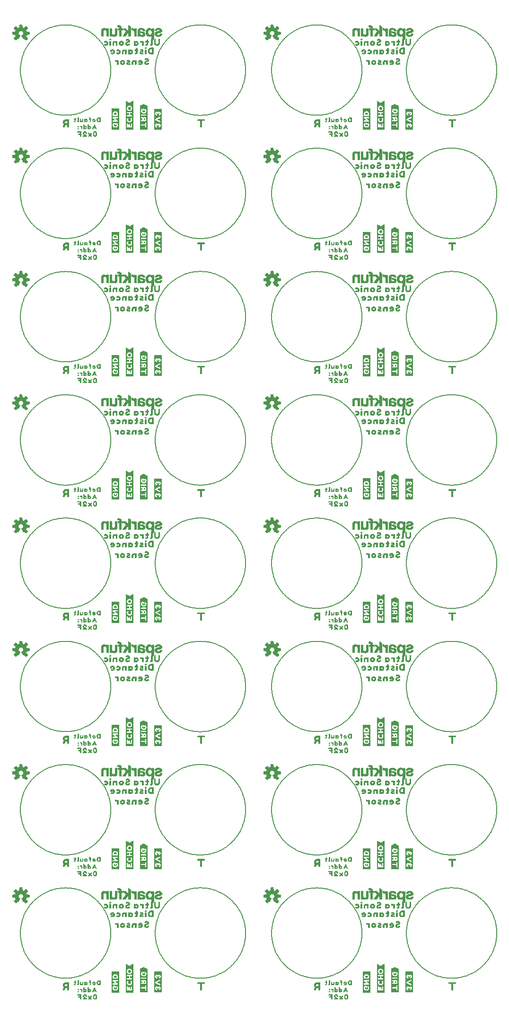
<source format=gbo>
G04 EAGLE Gerber RS-274X export*
G75*
%MOMM*%
%FSLAX34Y34*%
%LPD*%
%INSilkscreen Bottom*%
%IPPOS*%
%AMOC8*
5,1,8,0,0,1.08239X$1,22.5*%
G01*
%ADD10C,0.127000*%

G36*
X672227Y1122797D02*
X672227Y1122797D01*
X672225Y1122800D01*
X672229Y1122802D01*
X672329Y1123402D01*
X672326Y1123407D01*
X672329Y1123410D01*
X672329Y1173610D01*
X672326Y1173615D01*
X672329Y1173618D01*
X672229Y1174218D01*
X672228Y1174219D01*
X672228Y1174220D01*
X672226Y1174221D01*
X672185Y1174259D01*
X672173Y1174246D01*
X672158Y1174254D01*
X665480Y1170865D01*
X664902Y1171154D01*
X658902Y1174154D01*
X658844Y1174143D01*
X658845Y1174134D01*
X658836Y1174132D01*
X658636Y1173732D01*
X658639Y1173716D01*
X658631Y1173710D01*
X658631Y1122810D01*
X658667Y1122763D01*
X658674Y1122768D01*
X658680Y1122761D01*
X672180Y1122761D01*
X672227Y1122797D01*
G37*
G36*
X222647Y20437D02*
X222647Y20437D01*
X222645Y20440D01*
X222649Y20442D01*
X222749Y21042D01*
X222746Y21047D01*
X222749Y21050D01*
X222749Y71250D01*
X222746Y71255D01*
X222749Y71258D01*
X222649Y71858D01*
X222648Y71859D01*
X222648Y71860D01*
X222646Y71861D01*
X222605Y71899D01*
X222593Y71886D01*
X222578Y71894D01*
X215900Y68505D01*
X215322Y68794D01*
X209322Y71794D01*
X209264Y71783D01*
X209265Y71774D01*
X209256Y71772D01*
X209056Y71372D01*
X209059Y71356D01*
X209051Y71350D01*
X209051Y20450D01*
X209087Y20403D01*
X209094Y20408D01*
X209100Y20401D01*
X222600Y20401D01*
X222647Y20437D01*
G37*
G36*
X222647Y902325D02*
X222647Y902325D01*
X222645Y902328D01*
X222649Y902330D01*
X222749Y902930D01*
X222746Y902935D01*
X222749Y902938D01*
X222749Y953138D01*
X222746Y953143D01*
X222749Y953146D01*
X222649Y953746D01*
X222648Y953747D01*
X222648Y953748D01*
X222646Y953749D01*
X222605Y953787D01*
X222593Y953774D01*
X222578Y953782D01*
X215900Y950393D01*
X215322Y950682D01*
X209322Y953682D01*
X209264Y953671D01*
X209265Y953662D01*
X209256Y953660D01*
X209056Y953260D01*
X209059Y953244D01*
X209051Y953238D01*
X209051Y902338D01*
X209087Y902291D01*
X209094Y902296D01*
X209100Y902289D01*
X222600Y902289D01*
X222647Y902325D01*
G37*
G36*
X672227Y902325D02*
X672227Y902325D01*
X672225Y902328D01*
X672229Y902330D01*
X672329Y902930D01*
X672326Y902935D01*
X672329Y902938D01*
X672329Y953138D01*
X672326Y953143D01*
X672329Y953146D01*
X672229Y953746D01*
X672228Y953747D01*
X672228Y953748D01*
X672226Y953749D01*
X672185Y953787D01*
X672173Y953774D01*
X672158Y953782D01*
X665480Y950393D01*
X664902Y950682D01*
X658902Y953682D01*
X658844Y953671D01*
X658845Y953662D01*
X658836Y953660D01*
X658636Y953260D01*
X658639Y953244D01*
X658631Y953238D01*
X658631Y902338D01*
X658667Y902291D01*
X658674Y902296D01*
X658680Y902289D01*
X672180Y902289D01*
X672227Y902325D01*
G37*
G36*
X222647Y1343269D02*
X222647Y1343269D01*
X222645Y1343272D01*
X222649Y1343274D01*
X222749Y1343874D01*
X222746Y1343879D01*
X222749Y1343882D01*
X222749Y1394082D01*
X222746Y1394087D01*
X222749Y1394090D01*
X222649Y1394690D01*
X222648Y1394691D01*
X222648Y1394692D01*
X222646Y1394693D01*
X222605Y1394731D01*
X222593Y1394718D01*
X222578Y1394726D01*
X215900Y1391337D01*
X215322Y1391626D01*
X209322Y1394626D01*
X209264Y1394615D01*
X209265Y1394606D01*
X209256Y1394604D01*
X209056Y1394204D01*
X209059Y1394188D01*
X209051Y1394182D01*
X209051Y1343282D01*
X209087Y1343235D01*
X209094Y1343240D01*
X209100Y1343233D01*
X222600Y1343233D01*
X222647Y1343269D01*
G37*
G36*
X672227Y1343269D02*
X672227Y1343269D01*
X672225Y1343272D01*
X672229Y1343274D01*
X672329Y1343874D01*
X672326Y1343879D01*
X672329Y1343882D01*
X672329Y1394082D01*
X672326Y1394087D01*
X672329Y1394090D01*
X672229Y1394690D01*
X672228Y1394691D01*
X672228Y1394692D01*
X672226Y1394693D01*
X672185Y1394731D01*
X672173Y1394718D01*
X672158Y1394726D01*
X665480Y1391337D01*
X664902Y1391626D01*
X658902Y1394626D01*
X658844Y1394615D01*
X658845Y1394606D01*
X658836Y1394604D01*
X658636Y1394204D01*
X658639Y1394188D01*
X658631Y1394182D01*
X658631Y1343282D01*
X658667Y1343235D01*
X658674Y1343240D01*
X658680Y1343233D01*
X672180Y1343233D01*
X672227Y1343269D01*
G37*
G36*
X222647Y1563741D02*
X222647Y1563741D01*
X222645Y1563744D01*
X222649Y1563746D01*
X222749Y1564346D01*
X222746Y1564351D01*
X222749Y1564354D01*
X222749Y1614554D01*
X222746Y1614559D01*
X222749Y1614562D01*
X222649Y1615162D01*
X222648Y1615163D01*
X222648Y1615164D01*
X222646Y1615165D01*
X222605Y1615203D01*
X222593Y1615190D01*
X222578Y1615198D01*
X215900Y1611809D01*
X215322Y1612098D01*
X209322Y1615098D01*
X209264Y1615087D01*
X209265Y1615078D01*
X209256Y1615076D01*
X209056Y1614676D01*
X209059Y1614660D01*
X209051Y1614654D01*
X209051Y1563754D01*
X209087Y1563707D01*
X209094Y1563712D01*
X209100Y1563705D01*
X222600Y1563705D01*
X222647Y1563741D01*
G37*
G36*
X672227Y1563741D02*
X672227Y1563741D01*
X672225Y1563744D01*
X672229Y1563746D01*
X672329Y1564346D01*
X672326Y1564351D01*
X672329Y1564354D01*
X672329Y1614554D01*
X672326Y1614559D01*
X672329Y1614562D01*
X672229Y1615162D01*
X672228Y1615163D01*
X672228Y1615164D01*
X672226Y1615165D01*
X672185Y1615203D01*
X672173Y1615190D01*
X672158Y1615198D01*
X665480Y1611809D01*
X664902Y1612098D01*
X658902Y1615098D01*
X658844Y1615087D01*
X658845Y1615078D01*
X658836Y1615076D01*
X658636Y1614676D01*
X658639Y1614660D01*
X658631Y1614654D01*
X658631Y1563754D01*
X658667Y1563707D01*
X658674Y1563712D01*
X658680Y1563705D01*
X672180Y1563705D01*
X672227Y1563741D01*
G37*
G36*
X672227Y20437D02*
X672227Y20437D01*
X672225Y20440D01*
X672229Y20442D01*
X672329Y21042D01*
X672326Y21047D01*
X672329Y21050D01*
X672329Y71250D01*
X672326Y71255D01*
X672329Y71258D01*
X672229Y71858D01*
X672228Y71859D01*
X672228Y71860D01*
X672226Y71861D01*
X672185Y71899D01*
X672173Y71886D01*
X672158Y71894D01*
X665480Y68505D01*
X664902Y68794D01*
X658902Y71794D01*
X658844Y71783D01*
X658845Y71774D01*
X658836Y71772D01*
X658636Y71372D01*
X658639Y71356D01*
X658631Y71350D01*
X658631Y20450D01*
X658667Y20403D01*
X658674Y20408D01*
X658680Y20401D01*
X672180Y20401D01*
X672227Y20437D01*
G37*
G36*
X222647Y1122797D02*
X222647Y1122797D01*
X222645Y1122800D01*
X222649Y1122802D01*
X222749Y1123402D01*
X222746Y1123407D01*
X222749Y1123410D01*
X222749Y1173610D01*
X222746Y1173615D01*
X222749Y1173618D01*
X222649Y1174218D01*
X222648Y1174219D01*
X222648Y1174220D01*
X222646Y1174221D01*
X222605Y1174259D01*
X222593Y1174246D01*
X222578Y1174254D01*
X215900Y1170865D01*
X215322Y1171154D01*
X209322Y1174154D01*
X209264Y1174143D01*
X209265Y1174134D01*
X209256Y1174132D01*
X209056Y1173732D01*
X209059Y1173716D01*
X209051Y1173710D01*
X209051Y1122810D01*
X209087Y1122763D01*
X209094Y1122768D01*
X209100Y1122761D01*
X222600Y1122761D01*
X222647Y1122797D01*
G37*
G36*
X222647Y681853D02*
X222647Y681853D01*
X222645Y681856D01*
X222649Y681858D01*
X222749Y682458D01*
X222746Y682463D01*
X222749Y682466D01*
X222749Y732666D01*
X222746Y732671D01*
X222749Y732674D01*
X222649Y733274D01*
X222648Y733275D01*
X222648Y733276D01*
X222646Y733277D01*
X222605Y733315D01*
X222593Y733302D01*
X222578Y733310D01*
X215900Y729921D01*
X215322Y730210D01*
X209322Y733210D01*
X209264Y733199D01*
X209265Y733190D01*
X209256Y733188D01*
X209056Y732788D01*
X209059Y732772D01*
X209051Y732766D01*
X209051Y681866D01*
X209087Y681819D01*
X209094Y681824D01*
X209100Y681817D01*
X222600Y681817D01*
X222647Y681853D01*
G37*
G36*
X672227Y681853D02*
X672227Y681853D01*
X672225Y681856D01*
X672229Y681858D01*
X672329Y682458D01*
X672326Y682463D01*
X672329Y682466D01*
X672329Y732666D01*
X672326Y732671D01*
X672329Y732674D01*
X672229Y733274D01*
X672228Y733275D01*
X672228Y733276D01*
X672226Y733277D01*
X672185Y733315D01*
X672173Y733302D01*
X672158Y733310D01*
X665480Y729921D01*
X664902Y730210D01*
X658902Y733210D01*
X658844Y733199D01*
X658845Y733190D01*
X658836Y733188D01*
X658636Y732788D01*
X658639Y732772D01*
X658631Y732766D01*
X658631Y681866D01*
X658667Y681819D01*
X658674Y681824D01*
X658680Y681817D01*
X672180Y681817D01*
X672227Y681853D01*
G37*
G36*
X672227Y461381D02*
X672227Y461381D01*
X672225Y461384D01*
X672229Y461386D01*
X672329Y461986D01*
X672326Y461991D01*
X672329Y461994D01*
X672329Y512194D01*
X672326Y512199D01*
X672329Y512202D01*
X672229Y512802D01*
X672228Y512803D01*
X672228Y512804D01*
X672226Y512805D01*
X672185Y512843D01*
X672173Y512830D01*
X672158Y512838D01*
X665480Y509449D01*
X664902Y509738D01*
X658902Y512738D01*
X658844Y512727D01*
X658845Y512718D01*
X658836Y512716D01*
X658636Y512316D01*
X658639Y512300D01*
X658631Y512294D01*
X658631Y461394D01*
X658667Y461347D01*
X658674Y461352D01*
X658680Y461345D01*
X672180Y461345D01*
X672227Y461381D01*
G37*
G36*
X222647Y461381D02*
X222647Y461381D01*
X222645Y461384D01*
X222649Y461386D01*
X222749Y461986D01*
X222746Y461991D01*
X222749Y461994D01*
X222749Y512194D01*
X222746Y512199D01*
X222749Y512202D01*
X222649Y512802D01*
X222648Y512803D01*
X222648Y512804D01*
X222646Y512805D01*
X222605Y512843D01*
X222593Y512830D01*
X222578Y512838D01*
X215900Y509449D01*
X215322Y509738D01*
X209322Y512738D01*
X209264Y512727D01*
X209265Y512718D01*
X209256Y512716D01*
X209056Y512316D01*
X209059Y512300D01*
X209051Y512294D01*
X209051Y461394D01*
X209087Y461347D01*
X209094Y461352D01*
X209100Y461345D01*
X222600Y461345D01*
X222647Y461381D01*
G37*
G36*
X222647Y240909D02*
X222647Y240909D01*
X222645Y240912D01*
X222649Y240914D01*
X222749Y241514D01*
X222746Y241519D01*
X222749Y241522D01*
X222749Y291722D01*
X222746Y291727D01*
X222749Y291730D01*
X222649Y292330D01*
X222648Y292331D01*
X222648Y292332D01*
X222646Y292333D01*
X222605Y292371D01*
X222593Y292358D01*
X222578Y292366D01*
X215900Y288977D01*
X215322Y289266D01*
X209322Y292266D01*
X209264Y292255D01*
X209265Y292246D01*
X209256Y292244D01*
X209056Y291844D01*
X209059Y291828D01*
X209051Y291822D01*
X209051Y240922D01*
X209087Y240875D01*
X209094Y240880D01*
X209100Y240873D01*
X222600Y240873D01*
X222647Y240909D01*
G37*
G36*
X672227Y240909D02*
X672227Y240909D01*
X672225Y240912D01*
X672229Y240914D01*
X672329Y241514D01*
X672326Y241519D01*
X672329Y241522D01*
X672329Y291722D01*
X672326Y291727D01*
X672329Y291730D01*
X672229Y292330D01*
X672228Y292331D01*
X672228Y292332D01*
X672226Y292333D01*
X672185Y292371D01*
X672173Y292358D01*
X672158Y292366D01*
X665480Y288977D01*
X664902Y289266D01*
X658902Y292266D01*
X658844Y292255D01*
X658845Y292246D01*
X658836Y292244D01*
X658636Y291844D01*
X658639Y291828D01*
X658631Y291822D01*
X658631Y240922D01*
X658667Y240875D01*
X658674Y240880D01*
X658680Y240873D01*
X672180Y240873D01*
X672227Y240909D01*
G37*
G36*
X697298Y461718D02*
X697298Y461718D01*
X697310Y461715D01*
X697710Y462015D01*
X697714Y462031D01*
X697721Y462036D01*
X697717Y462042D01*
X697719Y462046D01*
X697729Y462054D01*
X697729Y503854D01*
X697707Y503884D01*
X697705Y503896D01*
X697205Y504196D01*
X697203Y504196D01*
X697202Y504198D01*
X691102Y507298D01*
X691076Y507293D01*
X691064Y507301D01*
X690464Y507101D01*
X690462Y507097D01*
X690458Y507098D01*
X684358Y504098D01*
X684349Y504081D01*
X684338Y504079D01*
X684038Y503579D01*
X684040Y503561D01*
X684031Y503554D01*
X684031Y462254D01*
X684042Y462239D01*
X684038Y462229D01*
X684338Y461729D01*
X684372Y461715D01*
X684380Y461705D01*
X697280Y461705D01*
X697298Y461718D01*
G37*
G36*
X697298Y1343606D02*
X697298Y1343606D01*
X697310Y1343603D01*
X697710Y1343903D01*
X697714Y1343919D01*
X697721Y1343924D01*
X697717Y1343930D01*
X697719Y1343934D01*
X697729Y1343942D01*
X697729Y1385742D01*
X697707Y1385772D01*
X697705Y1385784D01*
X697205Y1386084D01*
X697203Y1386084D01*
X697202Y1386086D01*
X691102Y1389186D01*
X691076Y1389181D01*
X691064Y1389189D01*
X690464Y1388989D01*
X690462Y1388985D01*
X690458Y1388986D01*
X684358Y1385986D01*
X684349Y1385969D01*
X684338Y1385967D01*
X684038Y1385467D01*
X684040Y1385449D01*
X684031Y1385442D01*
X684031Y1344142D01*
X684042Y1344127D01*
X684038Y1344117D01*
X684338Y1343617D01*
X684372Y1343603D01*
X684380Y1343593D01*
X697280Y1343593D01*
X697298Y1343606D01*
G37*
G36*
X247718Y902662D02*
X247718Y902662D01*
X247730Y902659D01*
X248130Y902959D01*
X248134Y902975D01*
X248141Y902980D01*
X248137Y902986D01*
X248139Y902990D01*
X248149Y902998D01*
X248149Y944798D01*
X248127Y944828D01*
X248125Y944840D01*
X247625Y945140D01*
X247623Y945140D01*
X247622Y945142D01*
X241522Y948242D01*
X241496Y948237D01*
X241484Y948245D01*
X240884Y948045D01*
X240882Y948041D01*
X240878Y948042D01*
X234778Y945042D01*
X234769Y945025D01*
X234758Y945023D01*
X234458Y944523D01*
X234460Y944505D01*
X234451Y944498D01*
X234451Y903198D01*
X234462Y903183D01*
X234458Y903173D01*
X234758Y902673D01*
X234792Y902659D01*
X234800Y902649D01*
X247700Y902649D01*
X247718Y902662D01*
G37*
G36*
X697298Y902662D02*
X697298Y902662D01*
X697310Y902659D01*
X697710Y902959D01*
X697714Y902975D01*
X697721Y902980D01*
X697717Y902986D01*
X697719Y902990D01*
X697729Y902998D01*
X697729Y944798D01*
X697707Y944828D01*
X697705Y944840D01*
X697205Y945140D01*
X697203Y945140D01*
X697202Y945142D01*
X691102Y948242D01*
X691076Y948237D01*
X691064Y948245D01*
X690464Y948045D01*
X690462Y948041D01*
X690458Y948042D01*
X684358Y945042D01*
X684349Y945025D01*
X684338Y945023D01*
X684038Y944523D01*
X684040Y944505D01*
X684031Y944498D01*
X684031Y903198D01*
X684042Y903183D01*
X684038Y903173D01*
X684338Y902673D01*
X684372Y902659D01*
X684380Y902649D01*
X697280Y902649D01*
X697298Y902662D01*
G37*
G36*
X247718Y20774D02*
X247718Y20774D01*
X247730Y20771D01*
X248130Y21071D01*
X248134Y21087D01*
X248141Y21092D01*
X248137Y21098D01*
X248139Y21102D01*
X248149Y21110D01*
X248149Y62910D01*
X248127Y62940D01*
X248125Y62952D01*
X247625Y63252D01*
X247623Y63252D01*
X247622Y63254D01*
X241522Y66354D01*
X241496Y66349D01*
X241484Y66357D01*
X240884Y66157D01*
X240882Y66153D01*
X240878Y66154D01*
X234778Y63154D01*
X234769Y63137D01*
X234758Y63135D01*
X234458Y62635D01*
X234460Y62617D01*
X234451Y62610D01*
X234451Y21310D01*
X234462Y21295D01*
X234458Y21285D01*
X234758Y20785D01*
X234792Y20771D01*
X234800Y20761D01*
X247700Y20761D01*
X247718Y20774D01*
G37*
G36*
X697298Y682190D02*
X697298Y682190D01*
X697310Y682187D01*
X697710Y682487D01*
X697714Y682503D01*
X697721Y682508D01*
X697717Y682514D01*
X697719Y682518D01*
X697729Y682526D01*
X697729Y724326D01*
X697707Y724356D01*
X697705Y724368D01*
X697205Y724668D01*
X697203Y724668D01*
X697202Y724670D01*
X691102Y727770D01*
X691076Y727765D01*
X691064Y727773D01*
X690464Y727573D01*
X690462Y727569D01*
X690458Y727570D01*
X684358Y724570D01*
X684349Y724553D01*
X684338Y724551D01*
X684038Y724051D01*
X684040Y724033D01*
X684031Y724026D01*
X684031Y682726D01*
X684042Y682711D01*
X684038Y682701D01*
X684338Y682201D01*
X684372Y682187D01*
X684380Y682177D01*
X697280Y682177D01*
X697298Y682190D01*
G37*
G36*
X247718Y682190D02*
X247718Y682190D01*
X247730Y682187D01*
X248130Y682487D01*
X248134Y682503D01*
X248141Y682508D01*
X248137Y682514D01*
X248139Y682518D01*
X248149Y682526D01*
X248149Y724326D01*
X248127Y724356D01*
X248125Y724368D01*
X247625Y724668D01*
X247623Y724668D01*
X247622Y724670D01*
X241522Y727770D01*
X241496Y727765D01*
X241484Y727773D01*
X240884Y727573D01*
X240882Y727569D01*
X240878Y727570D01*
X234778Y724570D01*
X234769Y724553D01*
X234758Y724551D01*
X234458Y724051D01*
X234460Y724033D01*
X234451Y724026D01*
X234451Y682726D01*
X234462Y682711D01*
X234458Y682701D01*
X234758Y682201D01*
X234792Y682187D01*
X234800Y682177D01*
X247700Y682177D01*
X247718Y682190D01*
G37*
G36*
X697298Y20774D02*
X697298Y20774D01*
X697310Y20771D01*
X697710Y21071D01*
X697714Y21087D01*
X697721Y21092D01*
X697717Y21098D01*
X697719Y21102D01*
X697729Y21110D01*
X697729Y62910D01*
X697707Y62940D01*
X697705Y62952D01*
X697205Y63252D01*
X697203Y63252D01*
X697202Y63254D01*
X691102Y66354D01*
X691076Y66349D01*
X691064Y66357D01*
X690464Y66157D01*
X690462Y66153D01*
X690458Y66154D01*
X684358Y63154D01*
X684349Y63137D01*
X684338Y63135D01*
X684038Y62635D01*
X684040Y62617D01*
X684031Y62610D01*
X684031Y21310D01*
X684042Y21295D01*
X684038Y21285D01*
X684338Y20785D01*
X684372Y20771D01*
X684380Y20761D01*
X697280Y20761D01*
X697298Y20774D01*
G37*
G36*
X247718Y1123134D02*
X247718Y1123134D01*
X247730Y1123131D01*
X248130Y1123431D01*
X248134Y1123447D01*
X248141Y1123452D01*
X248137Y1123458D01*
X248139Y1123462D01*
X248149Y1123470D01*
X248149Y1165270D01*
X248127Y1165300D01*
X248125Y1165312D01*
X247625Y1165612D01*
X247623Y1165612D01*
X247622Y1165614D01*
X241522Y1168714D01*
X241496Y1168709D01*
X241484Y1168717D01*
X240884Y1168517D01*
X240882Y1168513D01*
X240878Y1168514D01*
X234778Y1165514D01*
X234769Y1165497D01*
X234758Y1165495D01*
X234458Y1164995D01*
X234460Y1164977D01*
X234451Y1164970D01*
X234451Y1123670D01*
X234462Y1123655D01*
X234458Y1123645D01*
X234758Y1123145D01*
X234792Y1123131D01*
X234800Y1123121D01*
X247700Y1123121D01*
X247718Y1123134D01*
G37*
G36*
X697298Y1123134D02*
X697298Y1123134D01*
X697310Y1123131D01*
X697710Y1123431D01*
X697714Y1123447D01*
X697721Y1123452D01*
X697717Y1123458D01*
X697719Y1123462D01*
X697729Y1123470D01*
X697729Y1165270D01*
X697707Y1165300D01*
X697705Y1165312D01*
X697205Y1165612D01*
X697203Y1165612D01*
X697202Y1165614D01*
X691102Y1168714D01*
X691076Y1168709D01*
X691064Y1168717D01*
X690464Y1168517D01*
X690462Y1168513D01*
X690458Y1168514D01*
X684358Y1165514D01*
X684349Y1165497D01*
X684338Y1165495D01*
X684038Y1164995D01*
X684040Y1164977D01*
X684031Y1164970D01*
X684031Y1123670D01*
X684042Y1123655D01*
X684038Y1123645D01*
X684338Y1123145D01*
X684372Y1123131D01*
X684380Y1123121D01*
X697280Y1123121D01*
X697298Y1123134D01*
G37*
G36*
X247718Y241246D02*
X247718Y241246D01*
X247730Y241243D01*
X248130Y241543D01*
X248134Y241559D01*
X248141Y241564D01*
X248137Y241570D01*
X248139Y241574D01*
X248149Y241582D01*
X248149Y283382D01*
X248127Y283412D01*
X248125Y283424D01*
X247625Y283724D01*
X247623Y283724D01*
X247622Y283726D01*
X241522Y286826D01*
X241496Y286821D01*
X241484Y286829D01*
X240884Y286629D01*
X240882Y286625D01*
X240878Y286626D01*
X234778Y283626D01*
X234769Y283609D01*
X234758Y283607D01*
X234458Y283107D01*
X234460Y283089D01*
X234451Y283082D01*
X234451Y241782D01*
X234462Y241767D01*
X234458Y241757D01*
X234758Y241257D01*
X234792Y241243D01*
X234800Y241233D01*
X247700Y241233D01*
X247718Y241246D01*
G37*
G36*
X697298Y241246D02*
X697298Y241246D01*
X697310Y241243D01*
X697710Y241543D01*
X697714Y241559D01*
X697721Y241564D01*
X697717Y241570D01*
X697719Y241574D01*
X697729Y241582D01*
X697729Y283382D01*
X697707Y283412D01*
X697705Y283424D01*
X697205Y283724D01*
X697203Y283724D01*
X697202Y283726D01*
X691102Y286826D01*
X691076Y286821D01*
X691064Y286829D01*
X690464Y286629D01*
X690462Y286625D01*
X690458Y286626D01*
X684358Y283626D01*
X684349Y283609D01*
X684338Y283607D01*
X684038Y283107D01*
X684040Y283089D01*
X684031Y283082D01*
X684031Y241782D01*
X684042Y241767D01*
X684038Y241757D01*
X684338Y241257D01*
X684372Y241243D01*
X684380Y241233D01*
X697280Y241233D01*
X697298Y241246D01*
G37*
G36*
X247718Y461718D02*
X247718Y461718D01*
X247730Y461715D01*
X248130Y462015D01*
X248134Y462031D01*
X248141Y462036D01*
X248137Y462042D01*
X248139Y462046D01*
X248149Y462054D01*
X248149Y503854D01*
X248127Y503884D01*
X248125Y503896D01*
X247625Y504196D01*
X247623Y504196D01*
X247622Y504198D01*
X241522Y507298D01*
X241496Y507293D01*
X241484Y507301D01*
X240884Y507101D01*
X240882Y507097D01*
X240878Y507098D01*
X234778Y504098D01*
X234769Y504081D01*
X234758Y504079D01*
X234458Y503579D01*
X234460Y503561D01*
X234451Y503554D01*
X234451Y462254D01*
X234462Y462239D01*
X234458Y462229D01*
X234758Y461729D01*
X234792Y461715D01*
X234800Y461705D01*
X247700Y461705D01*
X247718Y461718D01*
G37*
G36*
X697298Y1564078D02*
X697298Y1564078D01*
X697310Y1564075D01*
X697710Y1564375D01*
X697714Y1564391D01*
X697721Y1564396D01*
X697717Y1564402D01*
X697719Y1564406D01*
X697729Y1564414D01*
X697729Y1606214D01*
X697707Y1606244D01*
X697705Y1606256D01*
X697205Y1606556D01*
X697203Y1606556D01*
X697202Y1606558D01*
X691102Y1609658D01*
X691076Y1609653D01*
X691064Y1609661D01*
X690464Y1609461D01*
X690462Y1609457D01*
X690458Y1609458D01*
X684358Y1606458D01*
X684349Y1606441D01*
X684338Y1606439D01*
X684038Y1605939D01*
X684040Y1605921D01*
X684031Y1605914D01*
X684031Y1564614D01*
X684042Y1564599D01*
X684038Y1564589D01*
X684338Y1564089D01*
X684372Y1564075D01*
X684380Y1564065D01*
X697280Y1564065D01*
X697298Y1564078D01*
G37*
G36*
X247718Y1564078D02*
X247718Y1564078D01*
X247730Y1564075D01*
X248130Y1564375D01*
X248134Y1564391D01*
X248141Y1564396D01*
X248137Y1564402D01*
X248139Y1564406D01*
X248149Y1564414D01*
X248149Y1606214D01*
X248127Y1606244D01*
X248125Y1606256D01*
X247625Y1606556D01*
X247623Y1606556D01*
X247622Y1606558D01*
X241522Y1609658D01*
X241496Y1609653D01*
X241484Y1609661D01*
X240884Y1609461D01*
X240882Y1609457D01*
X240878Y1609458D01*
X234778Y1606458D01*
X234769Y1606441D01*
X234758Y1606439D01*
X234458Y1605939D01*
X234460Y1605921D01*
X234451Y1605914D01*
X234451Y1564614D01*
X234462Y1564599D01*
X234458Y1564589D01*
X234758Y1564089D01*
X234792Y1564075D01*
X234800Y1564065D01*
X247700Y1564065D01*
X247718Y1564078D01*
G37*
G36*
X247718Y1343606D02*
X247718Y1343606D01*
X247730Y1343603D01*
X248130Y1343903D01*
X248134Y1343919D01*
X248141Y1343924D01*
X248137Y1343930D01*
X248139Y1343934D01*
X248149Y1343942D01*
X248149Y1385742D01*
X248127Y1385772D01*
X248125Y1385784D01*
X247625Y1386084D01*
X247623Y1386084D01*
X247622Y1386086D01*
X241522Y1389186D01*
X241496Y1389181D01*
X241484Y1389189D01*
X240884Y1388989D01*
X240882Y1388985D01*
X240878Y1388986D01*
X234778Y1385986D01*
X234769Y1385969D01*
X234758Y1385967D01*
X234458Y1385467D01*
X234460Y1385449D01*
X234451Y1385442D01*
X234451Y1344142D01*
X234462Y1344127D01*
X234458Y1344117D01*
X234758Y1343617D01*
X234792Y1343603D01*
X234800Y1343593D01*
X247700Y1343593D01*
X247718Y1343606D01*
G37*
G36*
X197347Y1122817D02*
X197347Y1122817D01*
X197342Y1122824D01*
X197349Y1122830D01*
X197349Y1126130D01*
X197329Y1126157D01*
X197329Y1126170D01*
X197300Y1126191D01*
X197331Y1126192D01*
X197330Y1126216D01*
X197349Y1126230D01*
X197349Y1160030D01*
X197346Y1160035D01*
X197349Y1160038D01*
X197249Y1160638D01*
X197205Y1160679D01*
X197203Y1160676D01*
X197200Y1160679D01*
X183700Y1160679D01*
X183653Y1160643D01*
X183658Y1160636D01*
X183651Y1160630D01*
X183651Y1123430D01*
X183654Y1123425D01*
X183651Y1123422D01*
X183751Y1122822D01*
X183795Y1122781D01*
X183798Y1122784D01*
X183800Y1122781D01*
X197300Y1122781D01*
X197347Y1122817D01*
G37*
G36*
X646927Y240929D02*
X646927Y240929D01*
X646922Y240936D01*
X646929Y240942D01*
X646929Y244242D01*
X646909Y244269D01*
X646909Y244282D01*
X646880Y244303D01*
X646911Y244304D01*
X646910Y244328D01*
X646929Y244342D01*
X646929Y278142D01*
X646926Y278147D01*
X646929Y278150D01*
X646829Y278750D01*
X646785Y278791D01*
X646783Y278788D01*
X646780Y278791D01*
X633280Y278791D01*
X633233Y278755D01*
X633238Y278748D01*
X633231Y278742D01*
X633231Y241542D01*
X633234Y241537D01*
X633231Y241534D01*
X633331Y240934D01*
X633375Y240893D01*
X633378Y240896D01*
X633380Y240893D01*
X646880Y240893D01*
X646927Y240929D01*
G37*
G36*
X197347Y240929D02*
X197347Y240929D01*
X197342Y240936D01*
X197349Y240942D01*
X197349Y244242D01*
X197329Y244269D01*
X197329Y244282D01*
X197300Y244303D01*
X197331Y244304D01*
X197330Y244328D01*
X197349Y244342D01*
X197349Y278142D01*
X197346Y278147D01*
X197349Y278150D01*
X197249Y278750D01*
X197205Y278791D01*
X197203Y278788D01*
X197200Y278791D01*
X183700Y278791D01*
X183653Y278755D01*
X183658Y278748D01*
X183651Y278742D01*
X183651Y241542D01*
X183654Y241537D01*
X183651Y241534D01*
X183751Y240934D01*
X183795Y240893D01*
X183798Y240896D01*
X183800Y240893D01*
X197300Y240893D01*
X197347Y240929D01*
G37*
G36*
X646927Y20457D02*
X646927Y20457D01*
X646922Y20464D01*
X646929Y20470D01*
X646929Y23770D01*
X646909Y23797D01*
X646909Y23810D01*
X646880Y23831D01*
X646911Y23832D01*
X646910Y23856D01*
X646929Y23870D01*
X646929Y57670D01*
X646926Y57675D01*
X646929Y57678D01*
X646829Y58278D01*
X646785Y58319D01*
X646783Y58316D01*
X646780Y58319D01*
X633280Y58319D01*
X633233Y58283D01*
X633238Y58276D01*
X633231Y58270D01*
X633231Y21070D01*
X633234Y21065D01*
X633231Y21062D01*
X633331Y20462D01*
X633375Y20421D01*
X633378Y20424D01*
X633380Y20421D01*
X646880Y20421D01*
X646927Y20457D01*
G37*
G36*
X197347Y902345D02*
X197347Y902345D01*
X197342Y902352D01*
X197349Y902358D01*
X197349Y905658D01*
X197329Y905685D01*
X197329Y905698D01*
X197300Y905719D01*
X197331Y905720D01*
X197330Y905744D01*
X197349Y905758D01*
X197349Y939558D01*
X197346Y939563D01*
X197349Y939566D01*
X197249Y940166D01*
X197205Y940207D01*
X197203Y940204D01*
X197200Y940207D01*
X183700Y940207D01*
X183653Y940171D01*
X183658Y940164D01*
X183651Y940158D01*
X183651Y902958D01*
X183654Y902953D01*
X183651Y902950D01*
X183751Y902350D01*
X183795Y902309D01*
X183798Y902312D01*
X183800Y902309D01*
X197300Y902309D01*
X197347Y902345D01*
G37*
G36*
X646927Y902345D02*
X646927Y902345D01*
X646922Y902352D01*
X646929Y902358D01*
X646929Y905658D01*
X646909Y905685D01*
X646909Y905698D01*
X646880Y905719D01*
X646911Y905720D01*
X646910Y905744D01*
X646929Y905758D01*
X646929Y939558D01*
X646926Y939563D01*
X646929Y939566D01*
X646829Y940166D01*
X646785Y940207D01*
X646783Y940204D01*
X646780Y940207D01*
X633280Y940207D01*
X633233Y940171D01*
X633238Y940164D01*
X633231Y940158D01*
X633231Y902958D01*
X633234Y902953D01*
X633231Y902950D01*
X633331Y902350D01*
X633375Y902309D01*
X633378Y902312D01*
X633380Y902309D01*
X646880Y902309D01*
X646927Y902345D01*
G37*
G36*
X646927Y1563761D02*
X646927Y1563761D01*
X646922Y1563768D01*
X646929Y1563774D01*
X646929Y1567074D01*
X646909Y1567101D01*
X646909Y1567114D01*
X646880Y1567135D01*
X646911Y1567136D01*
X646910Y1567160D01*
X646929Y1567174D01*
X646929Y1600974D01*
X646926Y1600979D01*
X646929Y1600982D01*
X646829Y1601582D01*
X646785Y1601623D01*
X646783Y1601620D01*
X646780Y1601623D01*
X633280Y1601623D01*
X633233Y1601587D01*
X633238Y1601580D01*
X633231Y1601574D01*
X633231Y1564374D01*
X633234Y1564369D01*
X633231Y1564366D01*
X633331Y1563766D01*
X633375Y1563725D01*
X633378Y1563728D01*
X633380Y1563725D01*
X646880Y1563725D01*
X646927Y1563761D01*
G37*
G36*
X197347Y1563761D02*
X197347Y1563761D01*
X197342Y1563768D01*
X197349Y1563774D01*
X197349Y1567074D01*
X197329Y1567101D01*
X197329Y1567114D01*
X197300Y1567135D01*
X197331Y1567136D01*
X197330Y1567160D01*
X197349Y1567174D01*
X197349Y1600974D01*
X197346Y1600979D01*
X197349Y1600982D01*
X197249Y1601582D01*
X197205Y1601623D01*
X197203Y1601620D01*
X197200Y1601623D01*
X183700Y1601623D01*
X183653Y1601587D01*
X183658Y1601580D01*
X183651Y1601574D01*
X183651Y1564374D01*
X183654Y1564369D01*
X183651Y1564366D01*
X183751Y1563766D01*
X183795Y1563725D01*
X183798Y1563728D01*
X183800Y1563725D01*
X197300Y1563725D01*
X197347Y1563761D01*
G37*
G36*
X646927Y1343289D02*
X646927Y1343289D01*
X646922Y1343296D01*
X646929Y1343302D01*
X646929Y1346602D01*
X646909Y1346629D01*
X646909Y1346642D01*
X646880Y1346663D01*
X646911Y1346664D01*
X646910Y1346688D01*
X646929Y1346702D01*
X646929Y1380502D01*
X646926Y1380507D01*
X646929Y1380510D01*
X646829Y1381110D01*
X646785Y1381151D01*
X646783Y1381148D01*
X646780Y1381151D01*
X633280Y1381151D01*
X633233Y1381115D01*
X633238Y1381108D01*
X633231Y1381102D01*
X633231Y1343902D01*
X633234Y1343897D01*
X633231Y1343894D01*
X633331Y1343294D01*
X633375Y1343253D01*
X633378Y1343256D01*
X633380Y1343253D01*
X646880Y1343253D01*
X646927Y1343289D01*
G37*
G36*
X197347Y20457D02*
X197347Y20457D01*
X197342Y20464D01*
X197349Y20470D01*
X197349Y23770D01*
X197329Y23797D01*
X197329Y23810D01*
X197300Y23831D01*
X197331Y23832D01*
X197330Y23856D01*
X197349Y23870D01*
X197349Y57670D01*
X197346Y57675D01*
X197349Y57678D01*
X197249Y58278D01*
X197205Y58319D01*
X197203Y58316D01*
X197200Y58319D01*
X183700Y58319D01*
X183653Y58283D01*
X183658Y58276D01*
X183651Y58270D01*
X183651Y21070D01*
X183654Y21065D01*
X183651Y21062D01*
X183751Y20462D01*
X183795Y20421D01*
X183798Y20424D01*
X183800Y20421D01*
X197300Y20421D01*
X197347Y20457D01*
G37*
G36*
X197347Y1343289D02*
X197347Y1343289D01*
X197342Y1343296D01*
X197349Y1343302D01*
X197349Y1346602D01*
X197329Y1346629D01*
X197329Y1346642D01*
X197300Y1346663D01*
X197331Y1346664D01*
X197330Y1346688D01*
X197349Y1346702D01*
X197349Y1380502D01*
X197346Y1380507D01*
X197349Y1380510D01*
X197249Y1381110D01*
X197205Y1381151D01*
X197203Y1381148D01*
X197200Y1381151D01*
X183700Y1381151D01*
X183653Y1381115D01*
X183658Y1381108D01*
X183651Y1381102D01*
X183651Y1343902D01*
X183654Y1343897D01*
X183651Y1343894D01*
X183751Y1343294D01*
X183795Y1343253D01*
X183798Y1343256D01*
X183800Y1343253D01*
X197300Y1343253D01*
X197347Y1343289D01*
G37*
G36*
X646927Y681873D02*
X646927Y681873D01*
X646922Y681880D01*
X646929Y681886D01*
X646929Y685186D01*
X646909Y685213D01*
X646909Y685226D01*
X646880Y685247D01*
X646911Y685248D01*
X646910Y685272D01*
X646929Y685286D01*
X646929Y719086D01*
X646926Y719091D01*
X646929Y719094D01*
X646829Y719694D01*
X646785Y719735D01*
X646783Y719732D01*
X646780Y719735D01*
X633280Y719735D01*
X633233Y719699D01*
X633238Y719692D01*
X633231Y719686D01*
X633231Y682486D01*
X633234Y682481D01*
X633231Y682478D01*
X633331Y681878D01*
X633375Y681837D01*
X633378Y681840D01*
X633380Y681837D01*
X646880Y681837D01*
X646927Y681873D01*
G37*
G36*
X197347Y681873D02*
X197347Y681873D01*
X197342Y681880D01*
X197349Y681886D01*
X197349Y685186D01*
X197329Y685213D01*
X197329Y685226D01*
X197300Y685247D01*
X197331Y685248D01*
X197330Y685272D01*
X197349Y685286D01*
X197349Y719086D01*
X197346Y719091D01*
X197349Y719094D01*
X197249Y719694D01*
X197205Y719735D01*
X197203Y719732D01*
X197200Y719735D01*
X183700Y719735D01*
X183653Y719699D01*
X183658Y719692D01*
X183651Y719686D01*
X183651Y682486D01*
X183654Y682481D01*
X183651Y682478D01*
X183751Y681878D01*
X183795Y681837D01*
X183798Y681840D01*
X183800Y681837D01*
X197300Y681837D01*
X197347Y681873D01*
G37*
G36*
X197347Y461401D02*
X197347Y461401D01*
X197342Y461408D01*
X197349Y461414D01*
X197349Y464714D01*
X197329Y464741D01*
X197329Y464754D01*
X197300Y464775D01*
X197331Y464776D01*
X197330Y464800D01*
X197349Y464814D01*
X197349Y498614D01*
X197346Y498619D01*
X197349Y498622D01*
X197249Y499222D01*
X197205Y499263D01*
X197203Y499260D01*
X197200Y499263D01*
X183700Y499263D01*
X183653Y499227D01*
X183658Y499220D01*
X183651Y499214D01*
X183651Y462014D01*
X183654Y462009D01*
X183651Y462006D01*
X183751Y461406D01*
X183795Y461365D01*
X183798Y461368D01*
X183800Y461365D01*
X197300Y461365D01*
X197347Y461401D01*
G37*
G36*
X646927Y461401D02*
X646927Y461401D01*
X646922Y461408D01*
X646929Y461414D01*
X646929Y464714D01*
X646909Y464741D01*
X646909Y464754D01*
X646880Y464775D01*
X646911Y464776D01*
X646910Y464800D01*
X646929Y464814D01*
X646929Y498614D01*
X646926Y498619D01*
X646929Y498622D01*
X646829Y499222D01*
X646785Y499263D01*
X646783Y499260D01*
X646780Y499263D01*
X633280Y499263D01*
X633233Y499227D01*
X633238Y499220D01*
X633231Y499214D01*
X633231Y462014D01*
X633234Y462009D01*
X633231Y462006D01*
X633331Y461406D01*
X633375Y461365D01*
X633378Y461368D01*
X633380Y461365D01*
X646880Y461365D01*
X646927Y461401D01*
G37*
G36*
X646927Y1122817D02*
X646927Y1122817D01*
X646922Y1122824D01*
X646929Y1122830D01*
X646929Y1126130D01*
X646909Y1126157D01*
X646909Y1126170D01*
X646880Y1126191D01*
X646911Y1126192D01*
X646910Y1126216D01*
X646929Y1126230D01*
X646929Y1160030D01*
X646926Y1160035D01*
X646929Y1160038D01*
X646829Y1160638D01*
X646785Y1160679D01*
X646783Y1160676D01*
X646780Y1160679D01*
X633280Y1160679D01*
X633233Y1160643D01*
X633238Y1160636D01*
X633231Y1160630D01*
X633231Y1123430D01*
X633234Y1123425D01*
X633231Y1123422D01*
X633331Y1122822D01*
X633375Y1122781D01*
X633378Y1122784D01*
X633380Y1122781D01*
X646880Y1122781D01*
X646927Y1122817D01*
G37*
G36*
X273011Y20729D02*
X273011Y20729D01*
X273018Y20724D01*
X273518Y20924D01*
X273533Y20948D01*
X273540Y20954D01*
X273538Y20957D01*
X273543Y20965D01*
X273549Y20970D01*
X273549Y57370D01*
X273546Y57375D01*
X273549Y57378D01*
X273449Y57978D01*
X273405Y58019D01*
X273403Y58016D01*
X273400Y58019D01*
X260500Y58019D01*
X260495Y58016D01*
X260492Y58019D01*
X259892Y57919D01*
X259851Y57875D01*
X259854Y57873D01*
X259851Y57870D01*
X259851Y21270D01*
X259859Y21259D01*
X259854Y21252D01*
X260054Y20752D01*
X260095Y20727D01*
X260100Y20721D01*
X273000Y20721D01*
X273011Y20729D01*
G37*
G36*
X722591Y1123089D02*
X722591Y1123089D01*
X722598Y1123084D01*
X723098Y1123284D01*
X723113Y1123308D01*
X723120Y1123314D01*
X723118Y1123317D01*
X723123Y1123325D01*
X723129Y1123330D01*
X723129Y1159730D01*
X723126Y1159735D01*
X723129Y1159738D01*
X723029Y1160338D01*
X722985Y1160379D01*
X722983Y1160376D01*
X722980Y1160379D01*
X710080Y1160379D01*
X710075Y1160376D01*
X710072Y1160379D01*
X709472Y1160279D01*
X709431Y1160235D01*
X709434Y1160233D01*
X709431Y1160230D01*
X709431Y1123630D01*
X709439Y1123619D01*
X709434Y1123612D01*
X709634Y1123112D01*
X709675Y1123087D01*
X709680Y1123081D01*
X722580Y1123081D01*
X722591Y1123089D01*
G37*
G36*
X273011Y241201D02*
X273011Y241201D01*
X273018Y241196D01*
X273518Y241396D01*
X273533Y241420D01*
X273540Y241426D01*
X273538Y241429D01*
X273543Y241437D01*
X273549Y241442D01*
X273549Y277842D01*
X273546Y277847D01*
X273549Y277850D01*
X273449Y278450D01*
X273405Y278491D01*
X273403Y278488D01*
X273400Y278491D01*
X260500Y278491D01*
X260495Y278488D01*
X260492Y278491D01*
X259892Y278391D01*
X259851Y278347D01*
X259854Y278345D01*
X259851Y278342D01*
X259851Y241742D01*
X259859Y241731D01*
X259854Y241724D01*
X260054Y241224D01*
X260095Y241199D01*
X260100Y241193D01*
X273000Y241193D01*
X273011Y241201D01*
G37*
G36*
X722591Y241201D02*
X722591Y241201D01*
X722598Y241196D01*
X723098Y241396D01*
X723113Y241420D01*
X723120Y241426D01*
X723118Y241429D01*
X723123Y241437D01*
X723129Y241442D01*
X723129Y277842D01*
X723126Y277847D01*
X723129Y277850D01*
X723029Y278450D01*
X722985Y278491D01*
X722983Y278488D01*
X722980Y278491D01*
X710080Y278491D01*
X710075Y278488D01*
X710072Y278491D01*
X709472Y278391D01*
X709431Y278347D01*
X709434Y278345D01*
X709431Y278342D01*
X709431Y241742D01*
X709439Y241731D01*
X709434Y241724D01*
X709634Y241224D01*
X709675Y241199D01*
X709680Y241193D01*
X722580Y241193D01*
X722591Y241201D01*
G37*
G36*
X722591Y461673D02*
X722591Y461673D01*
X722598Y461668D01*
X723098Y461868D01*
X723113Y461892D01*
X723120Y461898D01*
X723118Y461901D01*
X723123Y461909D01*
X723129Y461914D01*
X723129Y498314D01*
X723126Y498319D01*
X723129Y498322D01*
X723029Y498922D01*
X722985Y498963D01*
X722983Y498960D01*
X722980Y498963D01*
X710080Y498963D01*
X710075Y498960D01*
X710072Y498963D01*
X709472Y498863D01*
X709431Y498819D01*
X709434Y498817D01*
X709431Y498814D01*
X709431Y462214D01*
X709439Y462203D01*
X709434Y462196D01*
X709634Y461696D01*
X709675Y461671D01*
X709680Y461665D01*
X722580Y461665D01*
X722591Y461673D01*
G37*
G36*
X273011Y1123089D02*
X273011Y1123089D01*
X273018Y1123084D01*
X273518Y1123284D01*
X273533Y1123308D01*
X273540Y1123314D01*
X273538Y1123317D01*
X273543Y1123325D01*
X273549Y1123330D01*
X273549Y1159730D01*
X273546Y1159735D01*
X273549Y1159738D01*
X273449Y1160338D01*
X273405Y1160379D01*
X273403Y1160376D01*
X273400Y1160379D01*
X260500Y1160379D01*
X260495Y1160376D01*
X260492Y1160379D01*
X259892Y1160279D01*
X259851Y1160235D01*
X259854Y1160233D01*
X259851Y1160230D01*
X259851Y1123630D01*
X259859Y1123619D01*
X259854Y1123612D01*
X260054Y1123112D01*
X260095Y1123087D01*
X260100Y1123081D01*
X273000Y1123081D01*
X273011Y1123089D01*
G37*
G36*
X722591Y1343561D02*
X722591Y1343561D01*
X722598Y1343556D01*
X723098Y1343756D01*
X723113Y1343780D01*
X723120Y1343786D01*
X723118Y1343789D01*
X723123Y1343797D01*
X723129Y1343802D01*
X723129Y1380202D01*
X723126Y1380207D01*
X723129Y1380210D01*
X723029Y1380810D01*
X722985Y1380851D01*
X722983Y1380848D01*
X722980Y1380851D01*
X710080Y1380851D01*
X710075Y1380848D01*
X710072Y1380851D01*
X709472Y1380751D01*
X709431Y1380707D01*
X709434Y1380705D01*
X709431Y1380702D01*
X709431Y1344102D01*
X709439Y1344091D01*
X709434Y1344084D01*
X709634Y1343584D01*
X709675Y1343559D01*
X709680Y1343553D01*
X722580Y1343553D01*
X722591Y1343561D01*
G37*
G36*
X273011Y1343561D02*
X273011Y1343561D01*
X273018Y1343556D01*
X273518Y1343756D01*
X273533Y1343780D01*
X273540Y1343786D01*
X273538Y1343789D01*
X273543Y1343797D01*
X273549Y1343802D01*
X273549Y1380202D01*
X273546Y1380207D01*
X273549Y1380210D01*
X273449Y1380810D01*
X273405Y1380851D01*
X273403Y1380848D01*
X273400Y1380851D01*
X260500Y1380851D01*
X260495Y1380848D01*
X260492Y1380851D01*
X259892Y1380751D01*
X259851Y1380707D01*
X259854Y1380705D01*
X259851Y1380702D01*
X259851Y1344102D01*
X259859Y1344091D01*
X259854Y1344084D01*
X260054Y1343584D01*
X260095Y1343559D01*
X260100Y1343553D01*
X273000Y1343553D01*
X273011Y1343561D01*
G37*
G36*
X273011Y461673D02*
X273011Y461673D01*
X273018Y461668D01*
X273518Y461868D01*
X273533Y461892D01*
X273540Y461898D01*
X273538Y461901D01*
X273543Y461909D01*
X273549Y461914D01*
X273549Y498314D01*
X273546Y498319D01*
X273549Y498322D01*
X273449Y498922D01*
X273405Y498963D01*
X273403Y498960D01*
X273400Y498963D01*
X260500Y498963D01*
X260495Y498960D01*
X260492Y498963D01*
X259892Y498863D01*
X259851Y498819D01*
X259854Y498817D01*
X259851Y498814D01*
X259851Y462214D01*
X259859Y462203D01*
X259854Y462196D01*
X260054Y461696D01*
X260095Y461671D01*
X260100Y461665D01*
X273000Y461665D01*
X273011Y461673D01*
G37*
G36*
X722591Y682145D02*
X722591Y682145D01*
X722598Y682140D01*
X723098Y682340D01*
X723113Y682364D01*
X723120Y682370D01*
X723118Y682373D01*
X723123Y682381D01*
X723129Y682386D01*
X723129Y718786D01*
X723126Y718791D01*
X723129Y718794D01*
X723029Y719394D01*
X722985Y719435D01*
X722983Y719432D01*
X722980Y719435D01*
X710080Y719435D01*
X710075Y719432D01*
X710072Y719435D01*
X709472Y719335D01*
X709431Y719291D01*
X709434Y719289D01*
X709431Y719286D01*
X709431Y682686D01*
X709439Y682675D01*
X709434Y682668D01*
X709634Y682168D01*
X709675Y682143D01*
X709680Y682137D01*
X722580Y682137D01*
X722591Y682145D01*
G37*
G36*
X273011Y682145D02*
X273011Y682145D01*
X273018Y682140D01*
X273518Y682340D01*
X273533Y682364D01*
X273540Y682370D01*
X273538Y682373D01*
X273543Y682381D01*
X273549Y682386D01*
X273549Y718786D01*
X273546Y718791D01*
X273549Y718794D01*
X273449Y719394D01*
X273405Y719435D01*
X273403Y719432D01*
X273400Y719435D01*
X260500Y719435D01*
X260495Y719432D01*
X260492Y719435D01*
X259892Y719335D01*
X259851Y719291D01*
X259854Y719289D01*
X259851Y719286D01*
X259851Y682686D01*
X259859Y682675D01*
X259854Y682668D01*
X260054Y682168D01*
X260095Y682143D01*
X260100Y682137D01*
X273000Y682137D01*
X273011Y682145D01*
G37*
G36*
X722591Y1564033D02*
X722591Y1564033D01*
X722598Y1564028D01*
X723098Y1564228D01*
X723113Y1564252D01*
X723120Y1564258D01*
X723118Y1564261D01*
X723123Y1564269D01*
X723129Y1564274D01*
X723129Y1600674D01*
X723126Y1600679D01*
X723129Y1600682D01*
X723029Y1601282D01*
X722985Y1601323D01*
X722983Y1601320D01*
X722980Y1601323D01*
X710080Y1601323D01*
X710075Y1601320D01*
X710072Y1601323D01*
X709472Y1601223D01*
X709431Y1601179D01*
X709434Y1601177D01*
X709431Y1601174D01*
X709431Y1564574D01*
X709439Y1564563D01*
X709434Y1564556D01*
X709634Y1564056D01*
X709675Y1564031D01*
X709680Y1564025D01*
X722580Y1564025D01*
X722591Y1564033D01*
G37*
G36*
X722591Y20729D02*
X722591Y20729D01*
X722598Y20724D01*
X723098Y20924D01*
X723113Y20948D01*
X723120Y20954D01*
X723118Y20957D01*
X723123Y20965D01*
X723129Y20970D01*
X723129Y57370D01*
X723126Y57375D01*
X723129Y57378D01*
X723029Y57978D01*
X722985Y58019D01*
X722983Y58016D01*
X722980Y58019D01*
X710080Y58019D01*
X710075Y58016D01*
X710072Y58019D01*
X709472Y57919D01*
X709431Y57875D01*
X709434Y57873D01*
X709431Y57870D01*
X709431Y21270D01*
X709439Y21259D01*
X709434Y21252D01*
X709634Y20752D01*
X709675Y20727D01*
X709680Y20721D01*
X722580Y20721D01*
X722591Y20729D01*
G37*
G36*
X273011Y1564033D02*
X273011Y1564033D01*
X273018Y1564028D01*
X273518Y1564228D01*
X273533Y1564252D01*
X273540Y1564258D01*
X273538Y1564261D01*
X273543Y1564269D01*
X273549Y1564274D01*
X273549Y1600674D01*
X273546Y1600679D01*
X273549Y1600682D01*
X273449Y1601282D01*
X273405Y1601323D01*
X273403Y1601320D01*
X273400Y1601323D01*
X260500Y1601323D01*
X260495Y1601320D01*
X260492Y1601323D01*
X259892Y1601223D01*
X259851Y1601179D01*
X259854Y1601177D01*
X259851Y1601174D01*
X259851Y1564574D01*
X259859Y1564563D01*
X259854Y1564556D01*
X260054Y1564056D01*
X260095Y1564031D01*
X260100Y1564025D01*
X273000Y1564025D01*
X273011Y1564033D01*
G37*
G36*
X273011Y902617D02*
X273011Y902617D01*
X273018Y902612D01*
X273518Y902812D01*
X273533Y902836D01*
X273540Y902842D01*
X273538Y902845D01*
X273543Y902853D01*
X273549Y902858D01*
X273549Y939258D01*
X273546Y939263D01*
X273549Y939266D01*
X273449Y939866D01*
X273405Y939907D01*
X273403Y939904D01*
X273400Y939907D01*
X260500Y939907D01*
X260495Y939904D01*
X260492Y939907D01*
X259892Y939807D01*
X259851Y939763D01*
X259854Y939761D01*
X259851Y939758D01*
X259851Y903158D01*
X259859Y903147D01*
X259854Y903140D01*
X260054Y902640D01*
X260095Y902615D01*
X260100Y902609D01*
X273000Y902609D01*
X273011Y902617D01*
G37*
G36*
X722591Y902617D02*
X722591Y902617D01*
X722598Y902612D01*
X723098Y902812D01*
X723113Y902836D01*
X723120Y902842D01*
X723118Y902845D01*
X723123Y902853D01*
X723129Y902858D01*
X723129Y939258D01*
X723126Y939263D01*
X723129Y939266D01*
X723029Y939866D01*
X722985Y939907D01*
X722983Y939904D01*
X722980Y939907D01*
X710080Y939907D01*
X710075Y939904D01*
X710072Y939907D01*
X709472Y939807D01*
X709431Y939763D01*
X709434Y939761D01*
X709431Y939758D01*
X709431Y903158D01*
X709439Y903147D01*
X709434Y903140D01*
X709634Y902640D01*
X709675Y902615D01*
X709680Y902609D01*
X722580Y902609D01*
X722591Y902617D01*
G37*
G36*
X480490Y400958D02*
X480490Y400958D01*
X480598Y400968D01*
X480611Y400974D01*
X480625Y400976D01*
X480722Y401024D01*
X480821Y401069D01*
X480834Y401080D01*
X480843Y401084D01*
X480858Y401100D01*
X480935Y401162D01*
X483520Y403747D01*
X483583Y403836D01*
X483649Y403921D01*
X483654Y403934D01*
X483662Y403946D01*
X483693Y404049D01*
X483729Y404152D01*
X483729Y404166D01*
X483733Y404179D01*
X483729Y404287D01*
X483730Y404396D01*
X483725Y404409D01*
X483725Y404423D01*
X483687Y404525D01*
X483652Y404627D01*
X483643Y404642D01*
X483639Y404651D01*
X483625Y404668D01*
X483571Y404750D01*
X480807Y408140D01*
X481364Y409222D01*
X481370Y409242D01*
X481412Y409337D01*
X481783Y410496D01*
X486134Y410939D01*
X486238Y410967D01*
X486344Y410992D01*
X486356Y410999D01*
X486369Y411002D01*
X486459Y411063D01*
X486552Y411120D01*
X486560Y411131D01*
X486572Y411139D01*
X486638Y411225D01*
X486707Y411309D01*
X486711Y411322D01*
X486720Y411333D01*
X486754Y411436D01*
X486793Y411537D01*
X486794Y411555D01*
X486798Y411564D01*
X486798Y411586D01*
X486807Y411684D01*
X486807Y415340D01*
X486790Y415447D01*
X486776Y415555D01*
X486770Y415567D01*
X486768Y415581D01*
X486716Y415677D01*
X486669Y415774D01*
X486659Y415784D01*
X486653Y415796D01*
X486573Y415870D01*
X486497Y415947D01*
X486485Y415953D01*
X486475Y415963D01*
X486376Y416008D01*
X486279Y416056D01*
X486261Y416060D01*
X486252Y416064D01*
X486231Y416066D01*
X486134Y416085D01*
X481783Y416528D01*
X481412Y417687D01*
X481403Y417704D01*
X481401Y417712D01*
X481397Y417719D01*
X481364Y417802D01*
X480807Y418884D01*
X483571Y422274D01*
X483625Y422368D01*
X483682Y422460D01*
X483685Y422473D01*
X483692Y422485D01*
X483713Y422592D01*
X483738Y422697D01*
X483736Y422711D01*
X483739Y422725D01*
X483724Y422832D01*
X483714Y422940D01*
X483708Y422953D01*
X483706Y422967D01*
X483658Y423064D01*
X483613Y423163D01*
X483602Y423176D01*
X483598Y423185D01*
X483582Y423200D01*
X483520Y423277D01*
X480935Y425862D01*
X480846Y425925D01*
X480761Y425991D01*
X480748Y425996D01*
X480736Y426004D01*
X480633Y426035D01*
X480530Y426071D01*
X480516Y426071D01*
X480503Y426075D01*
X480395Y426071D01*
X480286Y426072D01*
X480273Y426067D01*
X480259Y426067D01*
X480157Y426029D01*
X480055Y425994D01*
X480040Y425985D01*
X480031Y425981D01*
X480014Y425967D01*
X479932Y425913D01*
X476542Y423149D01*
X475460Y423706D01*
X475440Y423712D01*
X475345Y423754D01*
X474186Y424125D01*
X473743Y428476D01*
X473715Y428580D01*
X473690Y428686D01*
X473683Y428698D01*
X473680Y428711D01*
X473619Y428801D01*
X473562Y428894D01*
X473551Y428902D01*
X473543Y428914D01*
X473457Y428980D01*
X473373Y429049D01*
X473360Y429053D01*
X473349Y429062D01*
X473246Y429096D01*
X473145Y429135D01*
X473127Y429136D01*
X473118Y429140D01*
X473096Y429140D01*
X472998Y429149D01*
X469342Y429149D01*
X469235Y429132D01*
X469127Y429118D01*
X469115Y429112D01*
X469101Y429110D01*
X469005Y429058D01*
X468908Y429011D01*
X468898Y429001D01*
X468886Y428995D01*
X468812Y428915D01*
X468735Y428839D01*
X468729Y428827D01*
X468719Y428817D01*
X468674Y428718D01*
X468626Y428621D01*
X468622Y428603D01*
X468618Y428594D01*
X468616Y428573D01*
X468597Y428476D01*
X468154Y424125D01*
X466995Y423754D01*
X466977Y423744D01*
X466880Y423706D01*
X465798Y423149D01*
X462408Y425913D01*
X462314Y425967D01*
X462222Y426024D01*
X462209Y426027D01*
X462197Y426034D01*
X462090Y426055D01*
X461985Y426080D01*
X461971Y426078D01*
X461957Y426081D01*
X461850Y426066D01*
X461742Y426056D01*
X461729Y426050D01*
X461716Y426048D01*
X461618Y426000D01*
X461519Y425955D01*
X461506Y425944D01*
X461497Y425940D01*
X461482Y425924D01*
X461405Y425862D01*
X458820Y423277D01*
X458757Y423188D01*
X458691Y423103D01*
X458686Y423090D01*
X458678Y423078D01*
X458647Y422975D01*
X458611Y422872D01*
X458611Y422858D01*
X458607Y422845D01*
X458611Y422737D01*
X458610Y422628D01*
X458615Y422615D01*
X458615Y422601D01*
X458653Y422499D01*
X458688Y422397D01*
X458697Y422382D01*
X458701Y422373D01*
X458715Y422356D01*
X458769Y422274D01*
X461533Y418884D01*
X460976Y417802D01*
X460970Y417782D01*
X460928Y417687D01*
X460557Y416528D01*
X456206Y416085D01*
X456102Y416057D01*
X455996Y416032D01*
X455984Y416025D01*
X455971Y416022D01*
X455881Y415961D01*
X455788Y415904D01*
X455780Y415893D01*
X455768Y415885D01*
X455702Y415799D01*
X455634Y415715D01*
X455629Y415702D01*
X455620Y415691D01*
X455586Y415588D01*
X455547Y415487D01*
X455546Y415469D01*
X455542Y415460D01*
X455543Y415438D01*
X455533Y415340D01*
X455533Y411684D01*
X455550Y411577D01*
X455564Y411469D01*
X455570Y411457D01*
X455572Y411443D01*
X455624Y411347D01*
X455671Y411250D01*
X455681Y411240D01*
X455687Y411228D01*
X455767Y411154D01*
X455843Y411077D01*
X455855Y411071D01*
X455866Y411061D01*
X455964Y411016D01*
X456061Y410968D01*
X456079Y410964D01*
X456088Y410960D01*
X456109Y410958D01*
X456206Y410939D01*
X460557Y410496D01*
X460928Y409337D01*
X460938Y409319D01*
X460976Y409222D01*
X461533Y408140D01*
X458769Y404750D01*
X458715Y404656D01*
X458658Y404564D01*
X458655Y404551D01*
X458648Y404539D01*
X458627Y404432D01*
X458602Y404327D01*
X458604Y404313D01*
X458601Y404299D01*
X458616Y404192D01*
X458626Y404084D01*
X458632Y404071D01*
X458634Y404058D01*
X458682Y403960D01*
X458727Y403861D01*
X458738Y403848D01*
X458742Y403839D01*
X458758Y403824D01*
X458820Y403747D01*
X461405Y401162D01*
X461494Y401099D01*
X461579Y401033D01*
X461592Y401028D01*
X461604Y401020D01*
X461707Y400989D01*
X461810Y400953D01*
X461824Y400953D01*
X461837Y400949D01*
X461945Y400953D01*
X462054Y400952D01*
X462067Y400957D01*
X462081Y400957D01*
X462183Y400995D01*
X462285Y401030D01*
X462300Y401039D01*
X462309Y401043D01*
X462326Y401057D01*
X462408Y401111D01*
X465798Y403875D01*
X466880Y403318D01*
X466933Y403301D01*
X466982Y403275D01*
X467048Y403264D01*
X467112Y403243D01*
X467168Y403244D01*
X467222Y403235D01*
X467289Y403246D01*
X467356Y403247D01*
X467408Y403265D01*
X467463Y403274D01*
X467523Y403306D01*
X467586Y403329D01*
X467629Y403363D01*
X467679Y403389D01*
X467725Y403438D01*
X467777Y403480D01*
X467808Y403527D01*
X467846Y403567D01*
X467902Y403672D01*
X467910Y403685D01*
X467911Y403690D01*
X467915Y403697D01*
X470068Y408894D01*
X470088Y408977D01*
X470093Y408990D01*
X470095Y409006D01*
X470120Y409091D01*
X470119Y409112D01*
X470124Y409132D01*
X470116Y409214D01*
X470118Y409233D01*
X470113Y409253D01*
X470109Y409334D01*
X470102Y409354D01*
X470100Y409375D01*
X470069Y409444D01*
X470062Y409471D01*
X470047Y409495D01*
X470021Y409562D01*
X470008Y409578D01*
X469999Y409597D01*
X469954Y409646D01*
X469934Y409678D01*
X469903Y409703D01*
X469865Y409749D01*
X469842Y409765D01*
X469832Y409775D01*
X469811Y409787D01*
X469746Y409832D01*
X469745Y409833D01*
X469744Y409834D01*
X468845Y410340D01*
X468158Y410984D01*
X467643Y411772D01*
X467331Y412660D01*
X467239Y413597D01*
X467372Y414529D01*
X467723Y415403D01*
X468272Y416168D01*
X468986Y416781D01*
X469826Y417206D01*
X470743Y417420D01*
X471684Y417410D01*
X472596Y417176D01*
X473426Y416733D01*
X474127Y416104D01*
X474659Y415327D01*
X474990Y414446D01*
X475103Y413511D01*
X474995Y412594D01*
X474675Y411726D01*
X474161Y410957D01*
X473482Y410330D01*
X472598Y409835D01*
X472556Y409802D01*
X472514Y409779D01*
X472483Y409746D01*
X472435Y409711D01*
X472423Y409695D01*
X472407Y409682D01*
X472372Y409627D01*
X472347Y409601D01*
X472333Y409570D01*
X472292Y409513D01*
X472286Y409494D01*
X472276Y409477D01*
X472257Y409402D01*
X472247Y409379D01*
X472244Y409355D01*
X472221Y409280D01*
X472222Y409260D01*
X472217Y409240D01*
X472224Y409155D01*
X472223Y409136D01*
X472226Y409119D01*
X472229Y409036D01*
X472237Y409011D01*
X472238Y408997D01*
X472248Y408975D01*
X472272Y408894D01*
X472581Y408149D01*
X473512Y405901D01*
X473822Y405152D01*
X474425Y403697D01*
X474454Y403650D01*
X474475Y403598D01*
X474518Y403547D01*
X474554Y403490D01*
X474597Y403455D01*
X474633Y403412D01*
X474690Y403378D01*
X474742Y403335D01*
X474794Y403316D01*
X474842Y403287D01*
X474908Y403273D01*
X474971Y403249D01*
X475026Y403247D01*
X475080Y403236D01*
X475147Y403243D01*
X475214Y403241D01*
X475268Y403257D01*
X475323Y403264D01*
X475434Y403308D01*
X475448Y403312D01*
X475452Y403315D01*
X475460Y403318D01*
X476542Y403875D01*
X479932Y401111D01*
X480026Y401057D01*
X480118Y401000D01*
X480131Y400997D01*
X480143Y400990D01*
X480250Y400969D01*
X480355Y400944D01*
X480369Y400946D01*
X480383Y400943D01*
X480490Y400958D01*
G37*
G36*
X30910Y400958D02*
X30910Y400958D01*
X31018Y400968D01*
X31031Y400974D01*
X31045Y400976D01*
X31142Y401024D01*
X31241Y401069D01*
X31254Y401080D01*
X31263Y401084D01*
X31278Y401100D01*
X31355Y401162D01*
X33940Y403747D01*
X34003Y403836D01*
X34069Y403921D01*
X34074Y403934D01*
X34082Y403946D01*
X34113Y404049D01*
X34149Y404152D01*
X34149Y404166D01*
X34153Y404179D01*
X34149Y404287D01*
X34150Y404396D01*
X34145Y404409D01*
X34145Y404423D01*
X34107Y404525D01*
X34072Y404627D01*
X34063Y404642D01*
X34059Y404651D01*
X34045Y404668D01*
X33991Y404750D01*
X31227Y408140D01*
X31784Y409222D01*
X31790Y409242D01*
X31832Y409337D01*
X32203Y410496D01*
X36554Y410939D01*
X36658Y410967D01*
X36764Y410992D01*
X36776Y410999D01*
X36789Y411002D01*
X36879Y411063D01*
X36972Y411120D01*
X36980Y411131D01*
X36992Y411139D01*
X37058Y411225D01*
X37127Y411309D01*
X37131Y411322D01*
X37140Y411333D01*
X37174Y411436D01*
X37213Y411537D01*
X37214Y411555D01*
X37218Y411564D01*
X37218Y411586D01*
X37227Y411684D01*
X37227Y415340D01*
X37210Y415447D01*
X37196Y415555D01*
X37190Y415567D01*
X37188Y415581D01*
X37136Y415677D01*
X37089Y415774D01*
X37079Y415784D01*
X37073Y415796D01*
X36993Y415870D01*
X36917Y415947D01*
X36905Y415953D01*
X36895Y415963D01*
X36796Y416008D01*
X36699Y416056D01*
X36681Y416060D01*
X36672Y416064D01*
X36651Y416066D01*
X36554Y416085D01*
X32203Y416528D01*
X31832Y417687D01*
X31823Y417704D01*
X31821Y417712D01*
X31817Y417719D01*
X31784Y417802D01*
X31227Y418884D01*
X33991Y422274D01*
X34045Y422368D01*
X34102Y422460D01*
X34105Y422473D01*
X34112Y422485D01*
X34133Y422592D01*
X34158Y422697D01*
X34156Y422711D01*
X34159Y422725D01*
X34144Y422832D01*
X34134Y422940D01*
X34128Y422953D01*
X34126Y422967D01*
X34078Y423064D01*
X34033Y423163D01*
X34022Y423176D01*
X34018Y423185D01*
X34002Y423200D01*
X33940Y423277D01*
X31355Y425862D01*
X31266Y425925D01*
X31181Y425991D01*
X31168Y425996D01*
X31156Y426004D01*
X31053Y426035D01*
X30950Y426071D01*
X30936Y426071D01*
X30923Y426075D01*
X30815Y426071D01*
X30706Y426072D01*
X30693Y426067D01*
X30679Y426067D01*
X30577Y426029D01*
X30475Y425994D01*
X30460Y425985D01*
X30451Y425981D01*
X30434Y425967D01*
X30352Y425913D01*
X26962Y423149D01*
X25880Y423706D01*
X25860Y423712D01*
X25765Y423754D01*
X24606Y424125D01*
X24163Y428476D01*
X24135Y428580D01*
X24110Y428686D01*
X24103Y428698D01*
X24100Y428711D01*
X24039Y428801D01*
X23982Y428894D01*
X23971Y428902D01*
X23963Y428914D01*
X23877Y428980D01*
X23793Y429049D01*
X23780Y429053D01*
X23769Y429062D01*
X23666Y429096D01*
X23565Y429135D01*
X23547Y429136D01*
X23538Y429140D01*
X23516Y429140D01*
X23418Y429149D01*
X19762Y429149D01*
X19655Y429132D01*
X19547Y429118D01*
X19535Y429112D01*
X19521Y429110D01*
X19425Y429058D01*
X19328Y429011D01*
X19318Y429001D01*
X19306Y428995D01*
X19232Y428915D01*
X19155Y428839D01*
X19149Y428827D01*
X19139Y428817D01*
X19094Y428718D01*
X19046Y428621D01*
X19042Y428603D01*
X19038Y428594D01*
X19036Y428573D01*
X19017Y428476D01*
X18574Y424125D01*
X17415Y423754D01*
X17397Y423744D01*
X17300Y423706D01*
X16218Y423149D01*
X12828Y425913D01*
X12734Y425967D01*
X12642Y426024D01*
X12629Y426027D01*
X12617Y426034D01*
X12510Y426055D01*
X12405Y426080D01*
X12391Y426078D01*
X12377Y426081D01*
X12270Y426066D01*
X12162Y426056D01*
X12149Y426050D01*
X12136Y426048D01*
X12038Y426000D01*
X11939Y425955D01*
X11926Y425944D01*
X11917Y425940D01*
X11902Y425924D01*
X11825Y425862D01*
X9240Y423277D01*
X9177Y423188D01*
X9111Y423103D01*
X9106Y423090D01*
X9098Y423078D01*
X9067Y422975D01*
X9031Y422872D01*
X9031Y422858D01*
X9027Y422845D01*
X9031Y422737D01*
X9030Y422628D01*
X9035Y422615D01*
X9035Y422601D01*
X9073Y422499D01*
X9108Y422397D01*
X9117Y422382D01*
X9121Y422373D01*
X9135Y422356D01*
X9189Y422274D01*
X11953Y418884D01*
X11396Y417802D01*
X11390Y417782D01*
X11348Y417687D01*
X10977Y416528D01*
X6626Y416085D01*
X6522Y416057D01*
X6416Y416032D01*
X6404Y416025D01*
X6391Y416022D01*
X6301Y415961D01*
X6208Y415904D01*
X6200Y415893D01*
X6188Y415885D01*
X6122Y415799D01*
X6054Y415715D01*
X6049Y415702D01*
X6040Y415691D01*
X6006Y415588D01*
X5967Y415487D01*
X5966Y415469D01*
X5962Y415460D01*
X5963Y415438D01*
X5953Y415340D01*
X5953Y411684D01*
X5970Y411577D01*
X5984Y411469D01*
X5990Y411457D01*
X5992Y411443D01*
X6044Y411347D01*
X6091Y411250D01*
X6101Y411240D01*
X6107Y411228D01*
X6187Y411154D01*
X6263Y411077D01*
X6275Y411071D01*
X6286Y411061D01*
X6384Y411016D01*
X6481Y410968D01*
X6499Y410964D01*
X6508Y410960D01*
X6529Y410958D01*
X6626Y410939D01*
X10977Y410496D01*
X11348Y409337D01*
X11358Y409319D01*
X11396Y409222D01*
X11953Y408140D01*
X9189Y404750D01*
X9135Y404656D01*
X9078Y404564D01*
X9075Y404551D01*
X9068Y404539D01*
X9047Y404432D01*
X9022Y404327D01*
X9024Y404313D01*
X9021Y404299D01*
X9036Y404192D01*
X9046Y404084D01*
X9052Y404071D01*
X9054Y404058D01*
X9102Y403960D01*
X9147Y403861D01*
X9158Y403848D01*
X9162Y403839D01*
X9178Y403824D01*
X9240Y403747D01*
X11825Y401162D01*
X11914Y401099D01*
X11999Y401033D01*
X12012Y401028D01*
X12024Y401020D01*
X12127Y400989D01*
X12230Y400953D01*
X12244Y400953D01*
X12257Y400949D01*
X12365Y400953D01*
X12474Y400952D01*
X12487Y400957D01*
X12501Y400957D01*
X12603Y400995D01*
X12705Y401030D01*
X12720Y401039D01*
X12729Y401043D01*
X12746Y401057D01*
X12828Y401111D01*
X16218Y403875D01*
X17300Y403318D01*
X17353Y403301D01*
X17402Y403275D01*
X17468Y403264D01*
X17532Y403243D01*
X17588Y403244D01*
X17642Y403235D01*
X17709Y403246D01*
X17776Y403247D01*
X17828Y403265D01*
X17883Y403274D01*
X17943Y403306D01*
X18006Y403329D01*
X18049Y403363D01*
X18099Y403389D01*
X18145Y403438D01*
X18197Y403480D01*
X18228Y403527D01*
X18266Y403567D01*
X18322Y403672D01*
X18330Y403685D01*
X18331Y403690D01*
X18335Y403697D01*
X20488Y408894D01*
X20508Y408977D01*
X20513Y408990D01*
X20515Y409006D01*
X20540Y409091D01*
X20539Y409112D01*
X20544Y409132D01*
X20536Y409214D01*
X20538Y409233D01*
X20533Y409253D01*
X20529Y409334D01*
X20522Y409354D01*
X20520Y409375D01*
X20489Y409444D01*
X20482Y409471D01*
X20467Y409495D01*
X20441Y409562D01*
X20428Y409578D01*
X20419Y409597D01*
X20374Y409646D01*
X20354Y409678D01*
X20323Y409703D01*
X20285Y409749D01*
X20262Y409765D01*
X20252Y409775D01*
X20231Y409787D01*
X20166Y409832D01*
X20165Y409833D01*
X20164Y409834D01*
X19265Y410340D01*
X18578Y410984D01*
X18063Y411772D01*
X17751Y412660D01*
X17659Y413597D01*
X17792Y414529D01*
X18143Y415403D01*
X18692Y416168D01*
X19406Y416781D01*
X20246Y417206D01*
X21163Y417420D01*
X22104Y417410D01*
X23016Y417176D01*
X23846Y416733D01*
X24547Y416104D01*
X25079Y415327D01*
X25410Y414446D01*
X25523Y413511D01*
X25415Y412594D01*
X25095Y411726D01*
X24581Y410957D01*
X23902Y410330D01*
X23018Y409835D01*
X22976Y409802D01*
X22934Y409779D01*
X22903Y409746D01*
X22855Y409711D01*
X22843Y409695D01*
X22827Y409682D01*
X22792Y409627D01*
X22767Y409601D01*
X22753Y409570D01*
X22712Y409513D01*
X22706Y409494D01*
X22696Y409477D01*
X22677Y409402D01*
X22667Y409379D01*
X22664Y409355D01*
X22641Y409280D01*
X22642Y409260D01*
X22637Y409240D01*
X22644Y409155D01*
X22643Y409136D01*
X22646Y409119D01*
X22649Y409036D01*
X22657Y409011D01*
X22658Y408997D01*
X22668Y408975D01*
X22692Y408894D01*
X23001Y408149D01*
X23932Y405901D01*
X24242Y405152D01*
X24845Y403697D01*
X24874Y403650D01*
X24895Y403598D01*
X24938Y403547D01*
X24974Y403490D01*
X25017Y403455D01*
X25053Y403412D01*
X25110Y403378D01*
X25162Y403335D01*
X25214Y403316D01*
X25262Y403287D01*
X25328Y403273D01*
X25391Y403249D01*
X25446Y403247D01*
X25500Y403236D01*
X25567Y403243D01*
X25634Y403241D01*
X25688Y403257D01*
X25743Y403264D01*
X25854Y403308D01*
X25868Y403312D01*
X25872Y403315D01*
X25880Y403318D01*
X26962Y403875D01*
X30352Y401111D01*
X30446Y401057D01*
X30538Y401000D01*
X30551Y400997D01*
X30563Y400990D01*
X30670Y400969D01*
X30775Y400944D01*
X30789Y400946D01*
X30803Y400943D01*
X30910Y400958D01*
G37*
G36*
X480490Y1723790D02*
X480490Y1723790D01*
X480598Y1723800D01*
X480611Y1723806D01*
X480625Y1723808D01*
X480722Y1723856D01*
X480821Y1723901D01*
X480834Y1723912D01*
X480843Y1723916D01*
X480858Y1723932D01*
X480935Y1723994D01*
X483520Y1726579D01*
X483583Y1726668D01*
X483649Y1726753D01*
X483654Y1726766D01*
X483662Y1726778D01*
X483693Y1726881D01*
X483729Y1726984D01*
X483729Y1726998D01*
X483733Y1727011D01*
X483729Y1727119D01*
X483730Y1727228D01*
X483725Y1727241D01*
X483725Y1727255D01*
X483687Y1727357D01*
X483652Y1727459D01*
X483643Y1727474D01*
X483639Y1727483D01*
X483625Y1727500D01*
X483571Y1727582D01*
X480807Y1730972D01*
X481364Y1732054D01*
X481370Y1732074D01*
X481412Y1732169D01*
X481783Y1733328D01*
X486134Y1733771D01*
X486238Y1733799D01*
X486344Y1733824D01*
X486356Y1733831D01*
X486369Y1733834D01*
X486459Y1733895D01*
X486552Y1733952D01*
X486560Y1733963D01*
X486572Y1733971D01*
X486638Y1734057D01*
X486707Y1734141D01*
X486711Y1734154D01*
X486720Y1734165D01*
X486754Y1734268D01*
X486793Y1734369D01*
X486794Y1734387D01*
X486798Y1734396D01*
X486798Y1734418D01*
X486807Y1734516D01*
X486807Y1738172D01*
X486790Y1738279D01*
X486776Y1738387D01*
X486770Y1738399D01*
X486768Y1738413D01*
X486716Y1738509D01*
X486669Y1738606D01*
X486659Y1738616D01*
X486653Y1738628D01*
X486573Y1738702D01*
X486497Y1738779D01*
X486485Y1738785D01*
X486475Y1738795D01*
X486376Y1738840D01*
X486279Y1738888D01*
X486261Y1738892D01*
X486252Y1738896D01*
X486231Y1738898D01*
X486134Y1738917D01*
X481783Y1739360D01*
X481412Y1740519D01*
X481403Y1740537D01*
X481401Y1740544D01*
X481397Y1740551D01*
X481364Y1740634D01*
X480807Y1741716D01*
X483571Y1745106D01*
X483625Y1745200D01*
X483682Y1745292D01*
X483685Y1745305D01*
X483692Y1745317D01*
X483713Y1745424D01*
X483738Y1745529D01*
X483736Y1745543D01*
X483739Y1745557D01*
X483724Y1745664D01*
X483714Y1745772D01*
X483708Y1745785D01*
X483706Y1745799D01*
X483658Y1745896D01*
X483613Y1745995D01*
X483602Y1746008D01*
X483598Y1746017D01*
X483582Y1746032D01*
X483520Y1746109D01*
X480935Y1748694D01*
X480846Y1748757D01*
X480761Y1748823D01*
X480748Y1748828D01*
X480736Y1748836D01*
X480633Y1748867D01*
X480530Y1748903D01*
X480516Y1748903D01*
X480503Y1748907D01*
X480395Y1748903D01*
X480286Y1748904D01*
X480273Y1748899D01*
X480259Y1748899D01*
X480157Y1748861D01*
X480055Y1748826D01*
X480040Y1748817D01*
X480031Y1748813D01*
X480014Y1748799D01*
X479932Y1748745D01*
X476542Y1745981D01*
X475460Y1746538D01*
X475440Y1746544D01*
X475345Y1746586D01*
X474186Y1746957D01*
X473743Y1751308D01*
X473715Y1751412D01*
X473690Y1751518D01*
X473683Y1751530D01*
X473680Y1751543D01*
X473619Y1751633D01*
X473562Y1751726D01*
X473551Y1751734D01*
X473543Y1751746D01*
X473457Y1751812D01*
X473373Y1751881D01*
X473360Y1751885D01*
X473349Y1751894D01*
X473246Y1751928D01*
X473145Y1751967D01*
X473127Y1751968D01*
X473118Y1751972D01*
X473096Y1751972D01*
X472998Y1751981D01*
X469342Y1751981D01*
X469235Y1751964D01*
X469127Y1751950D01*
X469115Y1751944D01*
X469101Y1751942D01*
X469005Y1751890D01*
X468908Y1751843D01*
X468898Y1751833D01*
X468886Y1751827D01*
X468812Y1751747D01*
X468735Y1751671D01*
X468729Y1751659D01*
X468719Y1751649D01*
X468674Y1751550D01*
X468626Y1751453D01*
X468622Y1751435D01*
X468618Y1751426D01*
X468616Y1751405D01*
X468597Y1751308D01*
X468154Y1746957D01*
X466995Y1746586D01*
X466977Y1746576D01*
X466880Y1746538D01*
X465798Y1745981D01*
X462408Y1748745D01*
X462314Y1748799D01*
X462222Y1748856D01*
X462209Y1748859D01*
X462197Y1748866D01*
X462090Y1748887D01*
X461985Y1748912D01*
X461971Y1748910D01*
X461957Y1748913D01*
X461850Y1748898D01*
X461742Y1748888D01*
X461729Y1748882D01*
X461716Y1748880D01*
X461618Y1748832D01*
X461519Y1748787D01*
X461506Y1748776D01*
X461497Y1748772D01*
X461482Y1748756D01*
X461405Y1748694D01*
X458820Y1746109D01*
X458757Y1746020D01*
X458691Y1745935D01*
X458686Y1745922D01*
X458678Y1745910D01*
X458647Y1745807D01*
X458611Y1745704D01*
X458611Y1745690D01*
X458607Y1745677D01*
X458611Y1745569D01*
X458610Y1745460D01*
X458615Y1745447D01*
X458615Y1745433D01*
X458653Y1745331D01*
X458688Y1745229D01*
X458697Y1745214D01*
X458701Y1745205D01*
X458715Y1745188D01*
X458769Y1745106D01*
X461533Y1741716D01*
X460976Y1740634D01*
X460970Y1740614D01*
X460928Y1740519D01*
X460557Y1739360D01*
X456206Y1738917D01*
X456102Y1738889D01*
X455996Y1738864D01*
X455984Y1738857D01*
X455971Y1738854D01*
X455881Y1738793D01*
X455788Y1738736D01*
X455780Y1738725D01*
X455768Y1738717D01*
X455702Y1738631D01*
X455634Y1738547D01*
X455629Y1738534D01*
X455620Y1738523D01*
X455586Y1738420D01*
X455547Y1738319D01*
X455546Y1738301D01*
X455542Y1738292D01*
X455543Y1738270D01*
X455533Y1738172D01*
X455533Y1734516D01*
X455550Y1734409D01*
X455564Y1734301D01*
X455570Y1734289D01*
X455572Y1734275D01*
X455624Y1734179D01*
X455671Y1734082D01*
X455681Y1734072D01*
X455687Y1734060D01*
X455767Y1733986D01*
X455843Y1733909D01*
X455855Y1733903D01*
X455866Y1733893D01*
X455964Y1733848D01*
X456061Y1733800D01*
X456079Y1733796D01*
X456088Y1733792D01*
X456109Y1733790D01*
X456206Y1733771D01*
X460557Y1733328D01*
X460928Y1732169D01*
X460938Y1732151D01*
X460976Y1732054D01*
X461533Y1730972D01*
X458769Y1727582D01*
X458715Y1727488D01*
X458658Y1727396D01*
X458655Y1727383D01*
X458648Y1727371D01*
X458627Y1727264D01*
X458602Y1727159D01*
X458604Y1727145D01*
X458601Y1727131D01*
X458616Y1727024D01*
X458626Y1726916D01*
X458632Y1726903D01*
X458634Y1726890D01*
X458682Y1726792D01*
X458727Y1726693D01*
X458738Y1726680D01*
X458742Y1726671D01*
X458758Y1726656D01*
X458820Y1726579D01*
X461405Y1723994D01*
X461494Y1723931D01*
X461579Y1723865D01*
X461592Y1723860D01*
X461604Y1723852D01*
X461707Y1723821D01*
X461810Y1723785D01*
X461824Y1723785D01*
X461837Y1723781D01*
X461945Y1723785D01*
X462054Y1723784D01*
X462067Y1723789D01*
X462081Y1723789D01*
X462183Y1723827D01*
X462285Y1723862D01*
X462300Y1723871D01*
X462309Y1723875D01*
X462326Y1723889D01*
X462408Y1723943D01*
X465798Y1726707D01*
X466880Y1726150D01*
X466933Y1726133D01*
X466982Y1726107D01*
X467048Y1726096D01*
X467112Y1726075D01*
X467168Y1726076D01*
X467222Y1726067D01*
X467289Y1726078D01*
X467356Y1726079D01*
X467408Y1726097D01*
X467463Y1726106D01*
X467523Y1726138D01*
X467586Y1726161D01*
X467629Y1726195D01*
X467679Y1726221D01*
X467725Y1726270D01*
X467777Y1726312D01*
X467808Y1726359D01*
X467846Y1726399D01*
X467902Y1726504D01*
X467910Y1726517D01*
X467911Y1726522D01*
X467915Y1726529D01*
X470068Y1731726D01*
X470088Y1731809D01*
X470093Y1731822D01*
X470095Y1731838D01*
X470120Y1731923D01*
X470119Y1731944D01*
X470124Y1731964D01*
X470116Y1732046D01*
X470117Y1732065D01*
X470113Y1732085D01*
X470109Y1732166D01*
X470102Y1732186D01*
X470100Y1732207D01*
X470068Y1732276D01*
X470062Y1732303D01*
X470047Y1732327D01*
X470021Y1732394D01*
X470008Y1732410D01*
X469999Y1732429D01*
X469954Y1732478D01*
X469934Y1732510D01*
X469903Y1732535D01*
X469865Y1732581D01*
X469842Y1732597D01*
X469832Y1732607D01*
X469811Y1732619D01*
X469746Y1732664D01*
X469745Y1732665D01*
X469744Y1732666D01*
X468845Y1733172D01*
X468158Y1733816D01*
X467643Y1734604D01*
X467331Y1735492D01*
X467239Y1736429D01*
X467372Y1737361D01*
X467723Y1738235D01*
X468272Y1739000D01*
X468986Y1739613D01*
X469826Y1740038D01*
X470743Y1740252D01*
X471684Y1740242D01*
X472596Y1740008D01*
X473426Y1739565D01*
X474127Y1738936D01*
X474659Y1738159D01*
X474990Y1737278D01*
X475103Y1736343D01*
X474995Y1735426D01*
X474675Y1734558D01*
X474161Y1733789D01*
X473482Y1733162D01*
X472598Y1732667D01*
X472556Y1732634D01*
X472514Y1732611D01*
X472483Y1732578D01*
X472435Y1732543D01*
X472423Y1732527D01*
X472407Y1732514D01*
X472372Y1732459D01*
X472347Y1732433D01*
X472334Y1732403D01*
X472292Y1732345D01*
X472286Y1732326D01*
X472276Y1732309D01*
X472257Y1732234D01*
X472247Y1732211D01*
X472244Y1732187D01*
X472221Y1732112D01*
X472222Y1732092D01*
X472217Y1732072D01*
X472224Y1731986D01*
X472223Y1731968D01*
X472226Y1731952D01*
X472229Y1731868D01*
X472237Y1731843D01*
X472238Y1731829D01*
X472248Y1731807D01*
X472272Y1731726D01*
X473201Y1729483D01*
X473201Y1729482D01*
X474132Y1727235D01*
X474133Y1727235D01*
X474425Y1726529D01*
X474454Y1726482D01*
X474475Y1726430D01*
X474518Y1726379D01*
X474554Y1726322D01*
X474597Y1726287D01*
X474633Y1726244D01*
X474690Y1726210D01*
X474742Y1726167D01*
X474794Y1726148D01*
X474842Y1726119D01*
X474908Y1726105D01*
X474971Y1726081D01*
X475026Y1726079D01*
X475080Y1726068D01*
X475147Y1726075D01*
X475214Y1726073D01*
X475268Y1726089D01*
X475323Y1726096D01*
X475434Y1726140D01*
X475448Y1726144D01*
X475452Y1726147D01*
X475460Y1726150D01*
X476542Y1726707D01*
X479932Y1723943D01*
X480026Y1723889D01*
X480118Y1723832D01*
X480131Y1723829D01*
X480143Y1723822D01*
X480250Y1723801D01*
X480355Y1723776D01*
X480369Y1723778D01*
X480383Y1723775D01*
X480490Y1723790D01*
G37*
G36*
X30910Y1723790D02*
X30910Y1723790D01*
X31018Y1723800D01*
X31031Y1723806D01*
X31045Y1723808D01*
X31142Y1723856D01*
X31241Y1723901D01*
X31254Y1723912D01*
X31263Y1723916D01*
X31278Y1723932D01*
X31355Y1723994D01*
X33940Y1726579D01*
X34003Y1726668D01*
X34069Y1726753D01*
X34074Y1726766D01*
X34082Y1726778D01*
X34113Y1726881D01*
X34149Y1726984D01*
X34149Y1726998D01*
X34153Y1727011D01*
X34149Y1727119D01*
X34150Y1727228D01*
X34145Y1727241D01*
X34145Y1727255D01*
X34107Y1727357D01*
X34072Y1727459D01*
X34063Y1727474D01*
X34059Y1727483D01*
X34045Y1727500D01*
X33991Y1727582D01*
X31227Y1730972D01*
X31784Y1732054D01*
X31790Y1732074D01*
X31832Y1732169D01*
X32203Y1733328D01*
X36554Y1733771D01*
X36658Y1733799D01*
X36764Y1733824D01*
X36776Y1733831D01*
X36789Y1733834D01*
X36879Y1733895D01*
X36972Y1733952D01*
X36980Y1733963D01*
X36992Y1733971D01*
X37058Y1734057D01*
X37127Y1734141D01*
X37131Y1734154D01*
X37140Y1734165D01*
X37174Y1734268D01*
X37213Y1734369D01*
X37214Y1734387D01*
X37218Y1734396D01*
X37218Y1734418D01*
X37227Y1734516D01*
X37227Y1738172D01*
X37210Y1738279D01*
X37196Y1738387D01*
X37190Y1738399D01*
X37188Y1738413D01*
X37136Y1738509D01*
X37089Y1738606D01*
X37079Y1738616D01*
X37073Y1738628D01*
X36993Y1738702D01*
X36917Y1738779D01*
X36905Y1738785D01*
X36895Y1738795D01*
X36796Y1738840D01*
X36699Y1738888D01*
X36681Y1738892D01*
X36672Y1738896D01*
X36651Y1738898D01*
X36554Y1738917D01*
X32203Y1739360D01*
X31832Y1740519D01*
X31823Y1740537D01*
X31821Y1740544D01*
X31817Y1740551D01*
X31784Y1740634D01*
X31227Y1741716D01*
X33991Y1745106D01*
X34045Y1745200D01*
X34102Y1745292D01*
X34105Y1745305D01*
X34112Y1745317D01*
X34133Y1745424D01*
X34158Y1745529D01*
X34156Y1745543D01*
X34159Y1745557D01*
X34144Y1745664D01*
X34134Y1745772D01*
X34128Y1745785D01*
X34126Y1745799D01*
X34078Y1745896D01*
X34033Y1745995D01*
X34022Y1746008D01*
X34018Y1746017D01*
X34002Y1746032D01*
X33940Y1746109D01*
X31355Y1748694D01*
X31266Y1748757D01*
X31181Y1748823D01*
X31168Y1748828D01*
X31156Y1748836D01*
X31053Y1748867D01*
X30950Y1748903D01*
X30936Y1748903D01*
X30923Y1748907D01*
X30815Y1748903D01*
X30706Y1748904D01*
X30693Y1748899D01*
X30679Y1748899D01*
X30577Y1748861D01*
X30475Y1748826D01*
X30460Y1748817D01*
X30451Y1748813D01*
X30434Y1748799D01*
X30352Y1748745D01*
X26962Y1745981D01*
X25880Y1746538D01*
X25860Y1746544D01*
X25765Y1746586D01*
X24606Y1746957D01*
X24163Y1751308D01*
X24135Y1751412D01*
X24110Y1751518D01*
X24103Y1751530D01*
X24100Y1751543D01*
X24039Y1751633D01*
X23982Y1751726D01*
X23971Y1751734D01*
X23963Y1751746D01*
X23877Y1751812D01*
X23793Y1751881D01*
X23780Y1751885D01*
X23769Y1751894D01*
X23666Y1751928D01*
X23565Y1751967D01*
X23547Y1751968D01*
X23538Y1751972D01*
X23516Y1751972D01*
X23418Y1751981D01*
X19762Y1751981D01*
X19655Y1751964D01*
X19547Y1751950D01*
X19535Y1751944D01*
X19521Y1751942D01*
X19425Y1751890D01*
X19328Y1751843D01*
X19318Y1751833D01*
X19306Y1751827D01*
X19232Y1751747D01*
X19155Y1751671D01*
X19149Y1751659D01*
X19139Y1751649D01*
X19094Y1751550D01*
X19046Y1751453D01*
X19042Y1751435D01*
X19038Y1751426D01*
X19036Y1751405D01*
X19017Y1751308D01*
X18574Y1746957D01*
X17415Y1746586D01*
X17397Y1746576D01*
X17300Y1746538D01*
X16218Y1745981D01*
X12828Y1748745D01*
X12734Y1748799D01*
X12642Y1748856D01*
X12629Y1748859D01*
X12617Y1748866D01*
X12510Y1748887D01*
X12405Y1748912D01*
X12391Y1748910D01*
X12377Y1748913D01*
X12270Y1748898D01*
X12162Y1748888D01*
X12149Y1748882D01*
X12136Y1748880D01*
X12038Y1748832D01*
X11939Y1748787D01*
X11926Y1748776D01*
X11917Y1748772D01*
X11902Y1748756D01*
X11825Y1748694D01*
X9240Y1746109D01*
X9177Y1746020D01*
X9111Y1745935D01*
X9106Y1745922D01*
X9098Y1745910D01*
X9067Y1745807D01*
X9031Y1745704D01*
X9031Y1745690D01*
X9027Y1745677D01*
X9031Y1745569D01*
X9030Y1745460D01*
X9035Y1745447D01*
X9035Y1745433D01*
X9073Y1745331D01*
X9108Y1745229D01*
X9117Y1745214D01*
X9121Y1745205D01*
X9135Y1745188D01*
X9189Y1745106D01*
X11953Y1741716D01*
X11396Y1740634D01*
X11390Y1740614D01*
X11348Y1740519D01*
X10977Y1739360D01*
X6626Y1738917D01*
X6522Y1738889D01*
X6416Y1738864D01*
X6404Y1738857D01*
X6391Y1738854D01*
X6301Y1738793D01*
X6208Y1738736D01*
X6200Y1738725D01*
X6188Y1738717D01*
X6122Y1738631D01*
X6054Y1738547D01*
X6049Y1738534D01*
X6040Y1738523D01*
X6006Y1738420D01*
X5967Y1738319D01*
X5966Y1738301D01*
X5962Y1738292D01*
X5963Y1738270D01*
X5953Y1738172D01*
X5953Y1734516D01*
X5970Y1734409D01*
X5984Y1734301D01*
X5990Y1734289D01*
X5992Y1734275D01*
X6044Y1734179D01*
X6091Y1734082D01*
X6101Y1734072D01*
X6107Y1734060D01*
X6187Y1733986D01*
X6263Y1733909D01*
X6275Y1733903D01*
X6286Y1733893D01*
X6384Y1733848D01*
X6481Y1733800D01*
X6499Y1733796D01*
X6508Y1733792D01*
X6529Y1733790D01*
X6626Y1733771D01*
X10977Y1733328D01*
X11348Y1732169D01*
X11358Y1732151D01*
X11396Y1732054D01*
X11953Y1730972D01*
X9189Y1727582D01*
X9135Y1727488D01*
X9078Y1727396D01*
X9075Y1727383D01*
X9068Y1727371D01*
X9047Y1727264D01*
X9022Y1727159D01*
X9024Y1727145D01*
X9021Y1727131D01*
X9036Y1727024D01*
X9046Y1726916D01*
X9052Y1726903D01*
X9054Y1726890D01*
X9102Y1726792D01*
X9147Y1726693D01*
X9158Y1726680D01*
X9162Y1726671D01*
X9178Y1726656D01*
X9240Y1726579D01*
X11825Y1723994D01*
X11914Y1723931D01*
X11999Y1723865D01*
X12012Y1723860D01*
X12024Y1723852D01*
X12127Y1723821D01*
X12230Y1723785D01*
X12244Y1723785D01*
X12257Y1723781D01*
X12365Y1723785D01*
X12474Y1723784D01*
X12487Y1723789D01*
X12501Y1723789D01*
X12603Y1723827D01*
X12705Y1723862D01*
X12720Y1723871D01*
X12729Y1723875D01*
X12746Y1723889D01*
X12828Y1723943D01*
X16218Y1726707D01*
X17300Y1726150D01*
X17353Y1726133D01*
X17402Y1726107D01*
X17468Y1726096D01*
X17532Y1726075D01*
X17588Y1726076D01*
X17642Y1726067D01*
X17709Y1726078D01*
X17776Y1726079D01*
X17828Y1726097D01*
X17883Y1726106D01*
X17943Y1726138D01*
X18006Y1726161D01*
X18049Y1726195D01*
X18099Y1726221D01*
X18145Y1726270D01*
X18197Y1726312D01*
X18228Y1726359D01*
X18266Y1726399D01*
X18322Y1726504D01*
X18330Y1726517D01*
X18331Y1726522D01*
X18335Y1726529D01*
X20488Y1731726D01*
X20508Y1731809D01*
X20513Y1731822D01*
X20515Y1731838D01*
X20540Y1731923D01*
X20539Y1731944D01*
X20544Y1731964D01*
X20536Y1732046D01*
X20537Y1732065D01*
X20533Y1732085D01*
X20529Y1732166D01*
X20522Y1732186D01*
X20520Y1732207D01*
X20488Y1732276D01*
X20482Y1732303D01*
X20467Y1732327D01*
X20441Y1732394D01*
X20428Y1732410D01*
X20419Y1732429D01*
X20374Y1732478D01*
X20354Y1732510D01*
X20323Y1732535D01*
X20285Y1732581D01*
X20262Y1732597D01*
X20252Y1732607D01*
X20231Y1732619D01*
X20166Y1732664D01*
X20165Y1732665D01*
X20164Y1732666D01*
X19265Y1733172D01*
X18578Y1733816D01*
X18063Y1734604D01*
X17751Y1735492D01*
X17659Y1736429D01*
X17792Y1737361D01*
X18143Y1738235D01*
X18692Y1739000D01*
X19406Y1739613D01*
X20246Y1740038D01*
X21163Y1740252D01*
X22104Y1740242D01*
X23016Y1740008D01*
X23846Y1739565D01*
X24547Y1738936D01*
X25079Y1738159D01*
X25410Y1737278D01*
X25523Y1736343D01*
X25415Y1735426D01*
X25095Y1734558D01*
X24581Y1733789D01*
X23902Y1733162D01*
X23018Y1732667D01*
X22976Y1732634D01*
X22934Y1732611D01*
X22903Y1732578D01*
X22855Y1732543D01*
X22843Y1732527D01*
X22827Y1732514D01*
X22792Y1732459D01*
X22767Y1732433D01*
X22754Y1732403D01*
X22712Y1732345D01*
X22706Y1732326D01*
X22696Y1732309D01*
X22677Y1732234D01*
X22667Y1732211D01*
X22664Y1732187D01*
X22641Y1732112D01*
X22642Y1732092D01*
X22637Y1732072D01*
X22644Y1731986D01*
X22643Y1731968D01*
X22646Y1731952D01*
X22649Y1731868D01*
X22657Y1731843D01*
X22658Y1731829D01*
X22668Y1731807D01*
X22692Y1731726D01*
X23621Y1729483D01*
X23621Y1729482D01*
X24552Y1727235D01*
X24553Y1727235D01*
X24845Y1726529D01*
X24874Y1726482D01*
X24895Y1726430D01*
X24938Y1726379D01*
X24974Y1726322D01*
X25017Y1726287D01*
X25053Y1726244D01*
X25110Y1726210D01*
X25162Y1726167D01*
X25214Y1726148D01*
X25262Y1726119D01*
X25328Y1726105D01*
X25391Y1726081D01*
X25446Y1726079D01*
X25500Y1726068D01*
X25567Y1726075D01*
X25634Y1726073D01*
X25688Y1726089D01*
X25743Y1726096D01*
X25854Y1726140D01*
X25868Y1726144D01*
X25872Y1726147D01*
X25880Y1726150D01*
X26962Y1726707D01*
X30352Y1723943D01*
X30446Y1723889D01*
X30538Y1723832D01*
X30551Y1723829D01*
X30563Y1723822D01*
X30670Y1723801D01*
X30775Y1723776D01*
X30789Y1723778D01*
X30803Y1723775D01*
X30910Y1723790D01*
G37*
G36*
X480490Y180486D02*
X480490Y180486D01*
X480598Y180496D01*
X480611Y180502D01*
X480625Y180504D01*
X480722Y180552D01*
X480821Y180597D01*
X480834Y180608D01*
X480843Y180612D01*
X480858Y180628D01*
X480935Y180690D01*
X483520Y183275D01*
X483583Y183364D01*
X483649Y183449D01*
X483654Y183462D01*
X483662Y183474D01*
X483693Y183577D01*
X483729Y183680D01*
X483729Y183694D01*
X483733Y183707D01*
X483729Y183815D01*
X483730Y183924D01*
X483725Y183937D01*
X483725Y183951D01*
X483687Y184053D01*
X483652Y184155D01*
X483643Y184170D01*
X483639Y184179D01*
X483625Y184196D01*
X483571Y184278D01*
X480807Y187668D01*
X481364Y188750D01*
X481370Y188770D01*
X481412Y188865D01*
X481783Y190024D01*
X486134Y190467D01*
X486238Y190495D01*
X486344Y190520D01*
X486356Y190527D01*
X486369Y190530D01*
X486459Y190591D01*
X486552Y190648D01*
X486560Y190659D01*
X486572Y190667D01*
X486638Y190753D01*
X486707Y190837D01*
X486711Y190850D01*
X486720Y190861D01*
X486754Y190964D01*
X486793Y191065D01*
X486794Y191083D01*
X486798Y191092D01*
X486798Y191114D01*
X486807Y191212D01*
X486807Y194868D01*
X486790Y194975D01*
X486776Y195083D01*
X486770Y195095D01*
X486768Y195109D01*
X486716Y195205D01*
X486669Y195302D01*
X486659Y195312D01*
X486653Y195324D01*
X486573Y195398D01*
X486497Y195475D01*
X486485Y195481D01*
X486475Y195491D01*
X486376Y195536D01*
X486279Y195584D01*
X486261Y195588D01*
X486252Y195592D01*
X486231Y195594D01*
X486134Y195613D01*
X481783Y196056D01*
X481412Y197215D01*
X481403Y197233D01*
X481401Y197240D01*
X481397Y197247D01*
X481364Y197330D01*
X480807Y198412D01*
X483571Y201802D01*
X483625Y201896D01*
X483682Y201988D01*
X483685Y202001D01*
X483692Y202013D01*
X483713Y202120D01*
X483738Y202225D01*
X483736Y202239D01*
X483739Y202253D01*
X483724Y202360D01*
X483714Y202468D01*
X483708Y202481D01*
X483706Y202495D01*
X483658Y202592D01*
X483613Y202691D01*
X483602Y202704D01*
X483598Y202713D01*
X483582Y202728D01*
X483520Y202805D01*
X480935Y205390D01*
X480846Y205453D01*
X480761Y205519D01*
X480748Y205524D01*
X480736Y205532D01*
X480633Y205563D01*
X480530Y205599D01*
X480516Y205599D01*
X480503Y205603D01*
X480395Y205599D01*
X480286Y205600D01*
X480273Y205595D01*
X480259Y205595D01*
X480157Y205557D01*
X480055Y205522D01*
X480040Y205513D01*
X480031Y205509D01*
X480014Y205495D01*
X479932Y205441D01*
X476542Y202677D01*
X475460Y203234D01*
X475440Y203240D01*
X475345Y203282D01*
X474186Y203653D01*
X473743Y208004D01*
X473715Y208108D01*
X473690Y208214D01*
X473683Y208226D01*
X473680Y208239D01*
X473619Y208329D01*
X473562Y208422D01*
X473551Y208430D01*
X473543Y208442D01*
X473457Y208508D01*
X473373Y208577D01*
X473360Y208581D01*
X473349Y208590D01*
X473246Y208624D01*
X473145Y208663D01*
X473127Y208664D01*
X473118Y208668D01*
X473096Y208668D01*
X472998Y208677D01*
X469342Y208677D01*
X469235Y208660D01*
X469127Y208646D01*
X469115Y208640D01*
X469101Y208638D01*
X469005Y208586D01*
X468908Y208539D01*
X468898Y208529D01*
X468886Y208523D01*
X468812Y208443D01*
X468735Y208367D01*
X468729Y208355D01*
X468719Y208345D01*
X468674Y208246D01*
X468626Y208149D01*
X468622Y208131D01*
X468618Y208122D01*
X468616Y208101D01*
X468597Y208004D01*
X468154Y203653D01*
X466995Y203282D01*
X466977Y203272D01*
X466880Y203234D01*
X465798Y202677D01*
X462408Y205441D01*
X462314Y205495D01*
X462222Y205552D01*
X462209Y205555D01*
X462197Y205562D01*
X462090Y205583D01*
X461985Y205608D01*
X461971Y205606D01*
X461957Y205609D01*
X461850Y205594D01*
X461742Y205584D01*
X461729Y205578D01*
X461716Y205576D01*
X461618Y205528D01*
X461519Y205483D01*
X461506Y205472D01*
X461497Y205468D01*
X461482Y205452D01*
X461405Y205390D01*
X458820Y202805D01*
X458757Y202716D01*
X458691Y202631D01*
X458686Y202618D01*
X458678Y202606D01*
X458647Y202503D01*
X458611Y202400D01*
X458611Y202386D01*
X458607Y202373D01*
X458611Y202265D01*
X458610Y202156D01*
X458615Y202143D01*
X458615Y202129D01*
X458653Y202027D01*
X458688Y201925D01*
X458697Y201910D01*
X458701Y201901D01*
X458715Y201884D01*
X458769Y201802D01*
X461533Y198412D01*
X460976Y197330D01*
X460970Y197310D01*
X460928Y197215D01*
X460557Y196056D01*
X456206Y195613D01*
X456102Y195585D01*
X455996Y195560D01*
X455984Y195553D01*
X455971Y195550D01*
X455881Y195489D01*
X455788Y195432D01*
X455780Y195421D01*
X455768Y195413D01*
X455702Y195327D01*
X455634Y195243D01*
X455629Y195230D01*
X455620Y195219D01*
X455586Y195116D01*
X455547Y195015D01*
X455546Y194997D01*
X455542Y194988D01*
X455543Y194966D01*
X455533Y194868D01*
X455533Y191212D01*
X455550Y191105D01*
X455564Y190997D01*
X455570Y190985D01*
X455572Y190971D01*
X455624Y190875D01*
X455671Y190778D01*
X455681Y190768D01*
X455687Y190756D01*
X455767Y190682D01*
X455843Y190605D01*
X455855Y190599D01*
X455866Y190589D01*
X455964Y190544D01*
X456061Y190496D01*
X456079Y190492D01*
X456088Y190488D01*
X456109Y190486D01*
X456206Y190467D01*
X460557Y190024D01*
X460928Y188865D01*
X460938Y188847D01*
X460976Y188750D01*
X461533Y187668D01*
X458769Y184278D01*
X458715Y184184D01*
X458658Y184092D01*
X458655Y184079D01*
X458648Y184067D01*
X458627Y183960D01*
X458602Y183855D01*
X458604Y183841D01*
X458601Y183827D01*
X458616Y183720D01*
X458626Y183612D01*
X458632Y183599D01*
X458634Y183586D01*
X458682Y183488D01*
X458727Y183389D01*
X458738Y183376D01*
X458742Y183367D01*
X458758Y183352D01*
X458820Y183275D01*
X461405Y180690D01*
X461494Y180627D01*
X461579Y180561D01*
X461592Y180556D01*
X461604Y180548D01*
X461707Y180517D01*
X461810Y180481D01*
X461824Y180481D01*
X461837Y180477D01*
X461945Y180481D01*
X462054Y180480D01*
X462067Y180485D01*
X462081Y180485D01*
X462183Y180523D01*
X462285Y180558D01*
X462300Y180567D01*
X462309Y180571D01*
X462326Y180585D01*
X462408Y180639D01*
X465798Y183403D01*
X466880Y182846D01*
X466933Y182829D01*
X466982Y182803D01*
X467048Y182792D01*
X467112Y182771D01*
X467168Y182772D01*
X467222Y182763D01*
X467289Y182774D01*
X467356Y182775D01*
X467408Y182793D01*
X467463Y182802D01*
X467523Y182834D01*
X467586Y182857D01*
X467629Y182891D01*
X467679Y182917D01*
X467725Y182966D01*
X467777Y183008D01*
X467808Y183055D01*
X467846Y183095D01*
X467902Y183200D01*
X467910Y183213D01*
X467911Y183218D01*
X467915Y183225D01*
X470068Y188422D01*
X470088Y188505D01*
X470093Y188518D01*
X470095Y188534D01*
X470120Y188619D01*
X470119Y188640D01*
X470124Y188660D01*
X470116Y188742D01*
X470117Y188761D01*
X470113Y188781D01*
X470109Y188862D01*
X470102Y188882D01*
X470100Y188903D01*
X470068Y188972D01*
X470062Y188999D01*
X470047Y189023D01*
X470021Y189090D01*
X470008Y189106D01*
X469999Y189125D01*
X469954Y189174D01*
X469934Y189206D01*
X469903Y189231D01*
X469865Y189277D01*
X469842Y189293D01*
X469832Y189303D01*
X469811Y189315D01*
X469746Y189360D01*
X469745Y189361D01*
X469744Y189362D01*
X468845Y189868D01*
X468158Y190512D01*
X467643Y191300D01*
X467331Y192188D01*
X467239Y193125D01*
X467372Y194057D01*
X467723Y194931D01*
X468272Y195696D01*
X468986Y196309D01*
X469826Y196734D01*
X470743Y196948D01*
X471684Y196938D01*
X472596Y196704D01*
X473426Y196261D01*
X474127Y195632D01*
X474659Y194855D01*
X474990Y193974D01*
X475103Y193039D01*
X474995Y192122D01*
X474675Y191254D01*
X474161Y190485D01*
X473482Y189858D01*
X472598Y189363D01*
X472556Y189330D01*
X472514Y189307D01*
X472483Y189274D01*
X472435Y189239D01*
X472423Y189223D01*
X472407Y189210D01*
X472372Y189155D01*
X472347Y189129D01*
X472334Y189099D01*
X472292Y189041D01*
X472286Y189022D01*
X472276Y189005D01*
X472257Y188930D01*
X472247Y188907D01*
X472244Y188883D01*
X472221Y188808D01*
X472222Y188788D01*
X472217Y188768D01*
X472224Y188682D01*
X472223Y188664D01*
X472226Y188648D01*
X472229Y188564D01*
X472237Y188539D01*
X472238Y188525D01*
X472248Y188503D01*
X472272Y188422D01*
X473201Y186179D01*
X473201Y186178D01*
X474132Y183931D01*
X474133Y183931D01*
X474425Y183225D01*
X474454Y183178D01*
X474475Y183126D01*
X474518Y183075D01*
X474554Y183018D01*
X474597Y182983D01*
X474633Y182940D01*
X474690Y182906D01*
X474742Y182863D01*
X474794Y182844D01*
X474842Y182815D01*
X474908Y182801D01*
X474971Y182777D01*
X475026Y182775D01*
X475080Y182764D01*
X475147Y182771D01*
X475214Y182769D01*
X475268Y182785D01*
X475323Y182792D01*
X475434Y182836D01*
X475448Y182840D01*
X475452Y182843D01*
X475460Y182846D01*
X476542Y183403D01*
X479932Y180639D01*
X480026Y180585D01*
X480118Y180528D01*
X480131Y180525D01*
X480143Y180518D01*
X480250Y180497D01*
X480355Y180472D01*
X480369Y180474D01*
X480383Y180471D01*
X480490Y180486D01*
G37*
G36*
X30910Y180486D02*
X30910Y180486D01*
X31018Y180496D01*
X31031Y180502D01*
X31045Y180504D01*
X31142Y180552D01*
X31241Y180597D01*
X31254Y180608D01*
X31263Y180612D01*
X31278Y180628D01*
X31355Y180690D01*
X33940Y183275D01*
X34003Y183364D01*
X34069Y183449D01*
X34074Y183462D01*
X34082Y183474D01*
X34113Y183577D01*
X34149Y183680D01*
X34149Y183694D01*
X34153Y183707D01*
X34149Y183815D01*
X34150Y183924D01*
X34145Y183937D01*
X34145Y183951D01*
X34107Y184053D01*
X34072Y184155D01*
X34063Y184170D01*
X34059Y184179D01*
X34045Y184196D01*
X33991Y184278D01*
X31227Y187668D01*
X31784Y188750D01*
X31790Y188770D01*
X31832Y188865D01*
X32203Y190024D01*
X36554Y190467D01*
X36658Y190495D01*
X36764Y190520D01*
X36776Y190527D01*
X36789Y190530D01*
X36879Y190591D01*
X36972Y190648D01*
X36980Y190659D01*
X36992Y190667D01*
X37058Y190753D01*
X37127Y190837D01*
X37131Y190850D01*
X37140Y190861D01*
X37174Y190964D01*
X37213Y191065D01*
X37214Y191083D01*
X37218Y191092D01*
X37218Y191114D01*
X37227Y191212D01*
X37227Y194868D01*
X37210Y194975D01*
X37196Y195083D01*
X37190Y195095D01*
X37188Y195109D01*
X37136Y195205D01*
X37089Y195302D01*
X37079Y195312D01*
X37073Y195324D01*
X36993Y195398D01*
X36917Y195475D01*
X36905Y195481D01*
X36895Y195491D01*
X36796Y195536D01*
X36699Y195584D01*
X36681Y195588D01*
X36672Y195592D01*
X36651Y195594D01*
X36554Y195613D01*
X32203Y196056D01*
X31832Y197215D01*
X31823Y197233D01*
X31821Y197240D01*
X31817Y197247D01*
X31784Y197330D01*
X31227Y198412D01*
X33991Y201802D01*
X34045Y201896D01*
X34102Y201988D01*
X34105Y202001D01*
X34112Y202013D01*
X34133Y202120D01*
X34158Y202225D01*
X34156Y202239D01*
X34159Y202253D01*
X34144Y202360D01*
X34134Y202468D01*
X34128Y202481D01*
X34126Y202495D01*
X34078Y202592D01*
X34033Y202691D01*
X34022Y202704D01*
X34018Y202713D01*
X34002Y202728D01*
X33940Y202805D01*
X31355Y205390D01*
X31266Y205453D01*
X31181Y205519D01*
X31168Y205524D01*
X31156Y205532D01*
X31053Y205563D01*
X30950Y205599D01*
X30936Y205599D01*
X30923Y205603D01*
X30815Y205599D01*
X30706Y205600D01*
X30693Y205595D01*
X30679Y205595D01*
X30577Y205557D01*
X30475Y205522D01*
X30460Y205513D01*
X30451Y205509D01*
X30434Y205495D01*
X30352Y205441D01*
X26962Y202677D01*
X25880Y203234D01*
X25860Y203240D01*
X25765Y203282D01*
X24606Y203653D01*
X24163Y208004D01*
X24135Y208108D01*
X24110Y208214D01*
X24103Y208226D01*
X24100Y208239D01*
X24039Y208329D01*
X23982Y208422D01*
X23971Y208430D01*
X23963Y208442D01*
X23877Y208508D01*
X23793Y208577D01*
X23780Y208581D01*
X23769Y208590D01*
X23666Y208624D01*
X23565Y208663D01*
X23547Y208664D01*
X23538Y208668D01*
X23516Y208668D01*
X23418Y208677D01*
X19762Y208677D01*
X19655Y208660D01*
X19547Y208646D01*
X19535Y208640D01*
X19521Y208638D01*
X19425Y208586D01*
X19328Y208539D01*
X19318Y208529D01*
X19306Y208523D01*
X19232Y208443D01*
X19155Y208367D01*
X19149Y208355D01*
X19139Y208345D01*
X19094Y208246D01*
X19046Y208149D01*
X19042Y208131D01*
X19038Y208122D01*
X19036Y208101D01*
X19017Y208004D01*
X18574Y203653D01*
X17415Y203282D01*
X17397Y203272D01*
X17300Y203234D01*
X16218Y202677D01*
X12828Y205441D01*
X12734Y205495D01*
X12642Y205552D01*
X12629Y205555D01*
X12617Y205562D01*
X12510Y205583D01*
X12405Y205608D01*
X12391Y205606D01*
X12377Y205609D01*
X12270Y205594D01*
X12162Y205584D01*
X12149Y205578D01*
X12136Y205576D01*
X12038Y205528D01*
X11939Y205483D01*
X11926Y205472D01*
X11917Y205468D01*
X11902Y205452D01*
X11825Y205390D01*
X9240Y202805D01*
X9177Y202716D01*
X9111Y202631D01*
X9106Y202618D01*
X9098Y202606D01*
X9067Y202503D01*
X9031Y202400D01*
X9031Y202386D01*
X9027Y202373D01*
X9031Y202265D01*
X9030Y202156D01*
X9035Y202143D01*
X9035Y202129D01*
X9073Y202027D01*
X9108Y201925D01*
X9117Y201910D01*
X9121Y201901D01*
X9135Y201884D01*
X9189Y201802D01*
X11953Y198412D01*
X11396Y197330D01*
X11390Y197310D01*
X11348Y197215D01*
X10977Y196056D01*
X6626Y195613D01*
X6522Y195585D01*
X6416Y195560D01*
X6404Y195553D01*
X6391Y195550D01*
X6301Y195489D01*
X6208Y195432D01*
X6200Y195421D01*
X6188Y195413D01*
X6122Y195327D01*
X6054Y195243D01*
X6049Y195230D01*
X6040Y195219D01*
X6006Y195116D01*
X5967Y195015D01*
X5966Y194997D01*
X5962Y194988D01*
X5963Y194966D01*
X5953Y194868D01*
X5953Y191212D01*
X5970Y191105D01*
X5984Y190997D01*
X5990Y190985D01*
X5992Y190971D01*
X6044Y190875D01*
X6091Y190778D01*
X6101Y190768D01*
X6107Y190756D01*
X6187Y190682D01*
X6263Y190605D01*
X6275Y190599D01*
X6286Y190589D01*
X6384Y190544D01*
X6481Y190496D01*
X6499Y190492D01*
X6508Y190488D01*
X6529Y190486D01*
X6626Y190467D01*
X10977Y190024D01*
X11348Y188865D01*
X11358Y188847D01*
X11396Y188750D01*
X11953Y187668D01*
X9189Y184278D01*
X9135Y184184D01*
X9078Y184092D01*
X9075Y184079D01*
X9068Y184067D01*
X9047Y183960D01*
X9022Y183855D01*
X9024Y183841D01*
X9021Y183827D01*
X9036Y183720D01*
X9046Y183612D01*
X9052Y183599D01*
X9054Y183586D01*
X9102Y183488D01*
X9147Y183389D01*
X9158Y183376D01*
X9162Y183367D01*
X9178Y183352D01*
X9240Y183275D01*
X11825Y180690D01*
X11914Y180627D01*
X11999Y180561D01*
X12012Y180556D01*
X12024Y180548D01*
X12127Y180517D01*
X12230Y180481D01*
X12244Y180481D01*
X12257Y180477D01*
X12365Y180481D01*
X12474Y180480D01*
X12487Y180485D01*
X12501Y180485D01*
X12603Y180523D01*
X12705Y180558D01*
X12720Y180567D01*
X12729Y180571D01*
X12746Y180585D01*
X12828Y180639D01*
X16218Y183403D01*
X17300Y182846D01*
X17353Y182829D01*
X17402Y182803D01*
X17468Y182792D01*
X17532Y182771D01*
X17588Y182772D01*
X17642Y182763D01*
X17709Y182774D01*
X17776Y182775D01*
X17828Y182793D01*
X17883Y182802D01*
X17943Y182834D01*
X18006Y182857D01*
X18049Y182891D01*
X18099Y182917D01*
X18145Y182966D01*
X18197Y183008D01*
X18228Y183055D01*
X18266Y183095D01*
X18322Y183200D01*
X18330Y183213D01*
X18331Y183218D01*
X18335Y183225D01*
X20488Y188422D01*
X20508Y188505D01*
X20513Y188518D01*
X20515Y188534D01*
X20540Y188619D01*
X20539Y188640D01*
X20544Y188660D01*
X20536Y188742D01*
X20537Y188761D01*
X20533Y188781D01*
X20529Y188862D01*
X20522Y188882D01*
X20520Y188903D01*
X20488Y188972D01*
X20482Y188999D01*
X20467Y189023D01*
X20441Y189090D01*
X20428Y189106D01*
X20419Y189125D01*
X20374Y189174D01*
X20354Y189206D01*
X20323Y189231D01*
X20285Y189277D01*
X20262Y189293D01*
X20252Y189303D01*
X20231Y189315D01*
X20166Y189360D01*
X20165Y189361D01*
X20164Y189362D01*
X19265Y189868D01*
X18578Y190512D01*
X18063Y191300D01*
X17751Y192188D01*
X17659Y193125D01*
X17792Y194057D01*
X18143Y194931D01*
X18692Y195696D01*
X19406Y196309D01*
X20246Y196734D01*
X21163Y196948D01*
X22104Y196938D01*
X23016Y196704D01*
X23846Y196261D01*
X24547Y195632D01*
X25079Y194855D01*
X25410Y193974D01*
X25523Y193039D01*
X25415Y192122D01*
X25095Y191254D01*
X24581Y190485D01*
X23902Y189858D01*
X23018Y189363D01*
X22976Y189330D01*
X22934Y189307D01*
X22903Y189274D01*
X22855Y189239D01*
X22843Y189223D01*
X22827Y189210D01*
X22792Y189155D01*
X22767Y189129D01*
X22754Y189099D01*
X22712Y189041D01*
X22706Y189022D01*
X22696Y189005D01*
X22677Y188930D01*
X22667Y188907D01*
X22664Y188883D01*
X22641Y188808D01*
X22642Y188788D01*
X22637Y188768D01*
X22644Y188682D01*
X22643Y188664D01*
X22646Y188648D01*
X22649Y188564D01*
X22657Y188539D01*
X22658Y188525D01*
X22668Y188503D01*
X22692Y188422D01*
X23621Y186179D01*
X23621Y186178D01*
X24552Y183931D01*
X24553Y183931D01*
X24845Y183225D01*
X24874Y183178D01*
X24895Y183126D01*
X24938Y183075D01*
X24974Y183018D01*
X25017Y182983D01*
X25053Y182940D01*
X25110Y182906D01*
X25162Y182863D01*
X25214Y182844D01*
X25262Y182815D01*
X25328Y182801D01*
X25391Y182777D01*
X25446Y182775D01*
X25500Y182764D01*
X25567Y182771D01*
X25634Y182769D01*
X25688Y182785D01*
X25743Y182792D01*
X25854Y182836D01*
X25868Y182840D01*
X25872Y182843D01*
X25880Y182846D01*
X26962Y183403D01*
X30352Y180639D01*
X30446Y180585D01*
X30538Y180528D01*
X30551Y180525D01*
X30563Y180518D01*
X30670Y180497D01*
X30775Y180472D01*
X30789Y180474D01*
X30803Y180471D01*
X30910Y180486D01*
G37*
G36*
X480490Y1503318D02*
X480490Y1503318D01*
X480598Y1503328D01*
X480611Y1503334D01*
X480625Y1503336D01*
X480722Y1503384D01*
X480821Y1503429D01*
X480834Y1503440D01*
X480843Y1503444D01*
X480858Y1503460D01*
X480935Y1503522D01*
X483520Y1506107D01*
X483583Y1506196D01*
X483649Y1506281D01*
X483654Y1506294D01*
X483662Y1506306D01*
X483693Y1506409D01*
X483729Y1506512D01*
X483729Y1506526D01*
X483733Y1506539D01*
X483729Y1506647D01*
X483730Y1506756D01*
X483725Y1506769D01*
X483725Y1506783D01*
X483687Y1506885D01*
X483652Y1506987D01*
X483643Y1507002D01*
X483639Y1507011D01*
X483625Y1507028D01*
X483571Y1507110D01*
X480807Y1510500D01*
X481364Y1511582D01*
X481370Y1511602D01*
X481412Y1511697D01*
X481783Y1512856D01*
X486134Y1513299D01*
X486238Y1513327D01*
X486344Y1513352D01*
X486356Y1513359D01*
X486369Y1513362D01*
X486459Y1513423D01*
X486552Y1513480D01*
X486560Y1513491D01*
X486572Y1513499D01*
X486638Y1513585D01*
X486707Y1513669D01*
X486711Y1513682D01*
X486720Y1513693D01*
X486754Y1513796D01*
X486793Y1513897D01*
X486794Y1513915D01*
X486798Y1513924D01*
X486798Y1513946D01*
X486807Y1514044D01*
X486807Y1517700D01*
X486790Y1517807D01*
X486776Y1517915D01*
X486770Y1517927D01*
X486768Y1517941D01*
X486716Y1518037D01*
X486669Y1518134D01*
X486659Y1518144D01*
X486653Y1518156D01*
X486573Y1518230D01*
X486497Y1518307D01*
X486485Y1518313D01*
X486475Y1518323D01*
X486376Y1518368D01*
X486279Y1518416D01*
X486261Y1518420D01*
X486252Y1518424D01*
X486231Y1518426D01*
X486134Y1518445D01*
X481783Y1518888D01*
X481412Y1520047D01*
X481403Y1520065D01*
X481401Y1520072D01*
X481397Y1520079D01*
X481364Y1520162D01*
X480807Y1521244D01*
X483571Y1524634D01*
X483625Y1524728D01*
X483682Y1524820D01*
X483685Y1524833D01*
X483692Y1524845D01*
X483713Y1524952D01*
X483738Y1525057D01*
X483736Y1525071D01*
X483739Y1525085D01*
X483724Y1525192D01*
X483714Y1525300D01*
X483708Y1525313D01*
X483706Y1525327D01*
X483658Y1525424D01*
X483613Y1525523D01*
X483602Y1525536D01*
X483598Y1525545D01*
X483582Y1525560D01*
X483520Y1525637D01*
X480935Y1528222D01*
X480846Y1528285D01*
X480761Y1528351D01*
X480748Y1528356D01*
X480736Y1528364D01*
X480633Y1528395D01*
X480530Y1528431D01*
X480516Y1528431D01*
X480503Y1528435D01*
X480395Y1528431D01*
X480286Y1528432D01*
X480273Y1528427D01*
X480259Y1528427D01*
X480157Y1528389D01*
X480055Y1528354D01*
X480040Y1528345D01*
X480031Y1528341D01*
X480014Y1528327D01*
X479932Y1528273D01*
X476542Y1525509D01*
X475460Y1526066D01*
X475440Y1526072D01*
X475345Y1526114D01*
X474186Y1526485D01*
X473743Y1530836D01*
X473715Y1530940D01*
X473690Y1531046D01*
X473683Y1531058D01*
X473680Y1531071D01*
X473619Y1531161D01*
X473562Y1531254D01*
X473551Y1531262D01*
X473543Y1531274D01*
X473457Y1531340D01*
X473373Y1531409D01*
X473360Y1531413D01*
X473349Y1531422D01*
X473246Y1531456D01*
X473145Y1531495D01*
X473127Y1531496D01*
X473118Y1531500D01*
X473096Y1531500D01*
X472998Y1531509D01*
X469342Y1531509D01*
X469235Y1531492D01*
X469127Y1531478D01*
X469115Y1531472D01*
X469101Y1531470D01*
X469005Y1531418D01*
X468908Y1531371D01*
X468898Y1531361D01*
X468886Y1531355D01*
X468812Y1531275D01*
X468735Y1531199D01*
X468729Y1531187D01*
X468719Y1531177D01*
X468674Y1531078D01*
X468626Y1530981D01*
X468622Y1530963D01*
X468618Y1530954D01*
X468616Y1530933D01*
X468597Y1530836D01*
X468154Y1526485D01*
X466995Y1526114D01*
X466977Y1526104D01*
X466880Y1526066D01*
X465798Y1525509D01*
X462408Y1528273D01*
X462314Y1528327D01*
X462222Y1528384D01*
X462209Y1528387D01*
X462197Y1528394D01*
X462090Y1528415D01*
X461985Y1528440D01*
X461971Y1528438D01*
X461957Y1528441D01*
X461850Y1528426D01*
X461742Y1528416D01*
X461729Y1528410D01*
X461716Y1528408D01*
X461618Y1528360D01*
X461519Y1528315D01*
X461506Y1528304D01*
X461497Y1528300D01*
X461482Y1528284D01*
X461405Y1528222D01*
X458820Y1525637D01*
X458757Y1525548D01*
X458691Y1525463D01*
X458686Y1525450D01*
X458678Y1525438D01*
X458647Y1525335D01*
X458611Y1525232D01*
X458611Y1525218D01*
X458607Y1525205D01*
X458611Y1525097D01*
X458610Y1524988D01*
X458615Y1524975D01*
X458615Y1524961D01*
X458653Y1524859D01*
X458688Y1524757D01*
X458697Y1524742D01*
X458701Y1524733D01*
X458715Y1524716D01*
X458769Y1524634D01*
X461533Y1521244D01*
X460976Y1520162D01*
X460970Y1520142D01*
X460928Y1520047D01*
X460557Y1518888D01*
X456206Y1518445D01*
X456102Y1518417D01*
X455996Y1518392D01*
X455984Y1518385D01*
X455971Y1518382D01*
X455881Y1518321D01*
X455788Y1518264D01*
X455780Y1518253D01*
X455768Y1518245D01*
X455702Y1518159D01*
X455634Y1518075D01*
X455629Y1518062D01*
X455620Y1518051D01*
X455586Y1517948D01*
X455547Y1517847D01*
X455546Y1517829D01*
X455542Y1517820D01*
X455543Y1517798D01*
X455533Y1517700D01*
X455533Y1514044D01*
X455550Y1513937D01*
X455564Y1513829D01*
X455570Y1513817D01*
X455572Y1513803D01*
X455624Y1513707D01*
X455671Y1513610D01*
X455681Y1513600D01*
X455687Y1513588D01*
X455767Y1513514D01*
X455843Y1513437D01*
X455855Y1513431D01*
X455866Y1513421D01*
X455964Y1513376D01*
X456061Y1513328D01*
X456079Y1513324D01*
X456088Y1513320D01*
X456109Y1513318D01*
X456206Y1513299D01*
X460557Y1512856D01*
X460928Y1511697D01*
X460938Y1511679D01*
X460976Y1511582D01*
X461533Y1510500D01*
X458769Y1507110D01*
X458715Y1507016D01*
X458658Y1506924D01*
X458655Y1506911D01*
X458648Y1506899D01*
X458627Y1506792D01*
X458602Y1506687D01*
X458604Y1506673D01*
X458601Y1506659D01*
X458616Y1506552D01*
X458626Y1506444D01*
X458632Y1506431D01*
X458634Y1506418D01*
X458682Y1506320D01*
X458727Y1506221D01*
X458738Y1506208D01*
X458742Y1506199D01*
X458758Y1506184D01*
X458820Y1506107D01*
X461405Y1503522D01*
X461494Y1503459D01*
X461579Y1503393D01*
X461592Y1503388D01*
X461604Y1503380D01*
X461707Y1503349D01*
X461810Y1503313D01*
X461824Y1503313D01*
X461837Y1503309D01*
X461945Y1503313D01*
X462054Y1503312D01*
X462067Y1503317D01*
X462081Y1503317D01*
X462183Y1503355D01*
X462285Y1503390D01*
X462300Y1503399D01*
X462309Y1503403D01*
X462326Y1503417D01*
X462408Y1503471D01*
X465798Y1506235D01*
X466880Y1505678D01*
X466933Y1505661D01*
X466982Y1505635D01*
X467048Y1505624D01*
X467112Y1505603D01*
X467168Y1505604D01*
X467222Y1505595D01*
X467289Y1505606D01*
X467356Y1505607D01*
X467408Y1505625D01*
X467463Y1505634D01*
X467523Y1505666D01*
X467586Y1505689D01*
X467629Y1505723D01*
X467679Y1505749D01*
X467725Y1505798D01*
X467777Y1505840D01*
X467808Y1505887D01*
X467846Y1505927D01*
X467902Y1506032D01*
X467910Y1506045D01*
X467911Y1506050D01*
X467915Y1506057D01*
X470068Y1511254D01*
X470088Y1511337D01*
X470093Y1511350D01*
X470095Y1511366D01*
X470120Y1511451D01*
X470119Y1511472D01*
X470124Y1511492D01*
X470116Y1511574D01*
X470117Y1511593D01*
X470113Y1511613D01*
X470109Y1511694D01*
X470102Y1511714D01*
X470100Y1511735D01*
X470068Y1511804D01*
X470062Y1511831D01*
X470047Y1511855D01*
X470021Y1511922D01*
X470008Y1511938D01*
X469999Y1511957D01*
X469954Y1512006D01*
X469934Y1512038D01*
X469903Y1512063D01*
X469865Y1512109D01*
X469842Y1512125D01*
X469832Y1512135D01*
X469811Y1512147D01*
X469746Y1512192D01*
X469745Y1512193D01*
X469744Y1512194D01*
X468845Y1512700D01*
X468158Y1513344D01*
X467643Y1514132D01*
X467331Y1515020D01*
X467239Y1515957D01*
X467372Y1516889D01*
X467723Y1517763D01*
X468272Y1518528D01*
X468986Y1519141D01*
X469826Y1519566D01*
X470743Y1519780D01*
X471684Y1519770D01*
X472596Y1519536D01*
X473426Y1519093D01*
X474127Y1518464D01*
X474659Y1517687D01*
X474990Y1516806D01*
X475103Y1515871D01*
X474995Y1514954D01*
X474675Y1514086D01*
X474161Y1513317D01*
X473482Y1512690D01*
X472598Y1512195D01*
X472556Y1512162D01*
X472514Y1512139D01*
X472483Y1512106D01*
X472435Y1512071D01*
X472423Y1512055D01*
X472407Y1512042D01*
X472372Y1511987D01*
X472347Y1511961D01*
X472334Y1511931D01*
X472292Y1511873D01*
X472286Y1511854D01*
X472276Y1511837D01*
X472257Y1511762D01*
X472247Y1511739D01*
X472244Y1511715D01*
X472221Y1511640D01*
X472222Y1511620D01*
X472217Y1511600D01*
X472224Y1511514D01*
X472223Y1511496D01*
X472226Y1511480D01*
X472229Y1511396D01*
X472237Y1511371D01*
X472238Y1511357D01*
X472248Y1511335D01*
X472272Y1511254D01*
X473201Y1509011D01*
X473201Y1509010D01*
X474132Y1506763D01*
X474133Y1506763D01*
X474425Y1506057D01*
X474454Y1506010D01*
X474475Y1505958D01*
X474518Y1505907D01*
X474554Y1505850D01*
X474597Y1505815D01*
X474633Y1505772D01*
X474690Y1505738D01*
X474742Y1505695D01*
X474794Y1505676D01*
X474842Y1505647D01*
X474908Y1505633D01*
X474971Y1505609D01*
X475026Y1505607D01*
X475080Y1505596D01*
X475147Y1505603D01*
X475214Y1505601D01*
X475268Y1505617D01*
X475323Y1505624D01*
X475434Y1505668D01*
X475448Y1505672D01*
X475452Y1505675D01*
X475460Y1505678D01*
X476542Y1506235D01*
X479932Y1503471D01*
X480026Y1503417D01*
X480118Y1503360D01*
X480131Y1503357D01*
X480143Y1503350D01*
X480250Y1503329D01*
X480355Y1503304D01*
X480369Y1503306D01*
X480383Y1503303D01*
X480490Y1503318D01*
G37*
G36*
X30910Y1503318D02*
X30910Y1503318D01*
X31018Y1503328D01*
X31031Y1503334D01*
X31045Y1503336D01*
X31142Y1503384D01*
X31241Y1503429D01*
X31254Y1503440D01*
X31263Y1503444D01*
X31278Y1503460D01*
X31355Y1503522D01*
X33940Y1506107D01*
X34003Y1506196D01*
X34069Y1506281D01*
X34074Y1506294D01*
X34082Y1506306D01*
X34113Y1506409D01*
X34149Y1506512D01*
X34149Y1506526D01*
X34153Y1506539D01*
X34149Y1506647D01*
X34150Y1506756D01*
X34145Y1506769D01*
X34145Y1506783D01*
X34107Y1506885D01*
X34072Y1506987D01*
X34063Y1507002D01*
X34059Y1507011D01*
X34045Y1507028D01*
X33991Y1507110D01*
X31227Y1510500D01*
X31784Y1511582D01*
X31790Y1511602D01*
X31832Y1511697D01*
X32203Y1512856D01*
X36554Y1513299D01*
X36658Y1513327D01*
X36764Y1513352D01*
X36776Y1513359D01*
X36789Y1513362D01*
X36879Y1513423D01*
X36972Y1513480D01*
X36980Y1513491D01*
X36992Y1513499D01*
X37058Y1513585D01*
X37127Y1513669D01*
X37131Y1513682D01*
X37140Y1513693D01*
X37174Y1513796D01*
X37213Y1513897D01*
X37214Y1513915D01*
X37218Y1513924D01*
X37218Y1513946D01*
X37227Y1514044D01*
X37227Y1517700D01*
X37210Y1517807D01*
X37196Y1517915D01*
X37190Y1517927D01*
X37188Y1517941D01*
X37136Y1518037D01*
X37089Y1518134D01*
X37079Y1518144D01*
X37073Y1518156D01*
X36993Y1518230D01*
X36917Y1518307D01*
X36905Y1518313D01*
X36895Y1518323D01*
X36796Y1518368D01*
X36699Y1518416D01*
X36681Y1518420D01*
X36672Y1518424D01*
X36651Y1518426D01*
X36554Y1518445D01*
X32203Y1518888D01*
X31832Y1520047D01*
X31823Y1520065D01*
X31821Y1520072D01*
X31817Y1520079D01*
X31784Y1520162D01*
X31227Y1521244D01*
X33991Y1524634D01*
X34045Y1524728D01*
X34102Y1524820D01*
X34105Y1524833D01*
X34112Y1524845D01*
X34133Y1524952D01*
X34158Y1525057D01*
X34156Y1525071D01*
X34159Y1525085D01*
X34144Y1525192D01*
X34134Y1525300D01*
X34128Y1525313D01*
X34126Y1525327D01*
X34078Y1525424D01*
X34033Y1525523D01*
X34022Y1525536D01*
X34018Y1525545D01*
X34002Y1525560D01*
X33940Y1525637D01*
X31355Y1528222D01*
X31266Y1528285D01*
X31181Y1528351D01*
X31168Y1528356D01*
X31156Y1528364D01*
X31053Y1528395D01*
X30950Y1528431D01*
X30936Y1528431D01*
X30923Y1528435D01*
X30815Y1528431D01*
X30706Y1528432D01*
X30693Y1528427D01*
X30679Y1528427D01*
X30577Y1528389D01*
X30475Y1528354D01*
X30460Y1528345D01*
X30451Y1528341D01*
X30434Y1528327D01*
X30352Y1528273D01*
X26962Y1525509D01*
X25880Y1526066D01*
X25860Y1526072D01*
X25765Y1526114D01*
X24606Y1526485D01*
X24163Y1530836D01*
X24135Y1530940D01*
X24110Y1531046D01*
X24103Y1531058D01*
X24100Y1531071D01*
X24039Y1531161D01*
X23982Y1531254D01*
X23971Y1531262D01*
X23963Y1531274D01*
X23877Y1531340D01*
X23793Y1531409D01*
X23780Y1531413D01*
X23769Y1531422D01*
X23666Y1531456D01*
X23565Y1531495D01*
X23547Y1531496D01*
X23538Y1531500D01*
X23516Y1531500D01*
X23418Y1531509D01*
X19762Y1531509D01*
X19655Y1531492D01*
X19547Y1531478D01*
X19535Y1531472D01*
X19521Y1531470D01*
X19425Y1531418D01*
X19328Y1531371D01*
X19318Y1531361D01*
X19306Y1531355D01*
X19232Y1531275D01*
X19155Y1531199D01*
X19149Y1531187D01*
X19139Y1531177D01*
X19094Y1531078D01*
X19046Y1530981D01*
X19042Y1530963D01*
X19038Y1530954D01*
X19036Y1530933D01*
X19017Y1530836D01*
X18574Y1526485D01*
X17415Y1526114D01*
X17397Y1526104D01*
X17300Y1526066D01*
X16218Y1525509D01*
X12828Y1528273D01*
X12734Y1528327D01*
X12642Y1528384D01*
X12629Y1528387D01*
X12617Y1528394D01*
X12510Y1528415D01*
X12405Y1528440D01*
X12391Y1528438D01*
X12377Y1528441D01*
X12270Y1528426D01*
X12162Y1528416D01*
X12149Y1528410D01*
X12136Y1528408D01*
X12038Y1528360D01*
X11939Y1528315D01*
X11926Y1528304D01*
X11917Y1528300D01*
X11902Y1528284D01*
X11825Y1528222D01*
X9240Y1525637D01*
X9177Y1525548D01*
X9111Y1525463D01*
X9106Y1525450D01*
X9098Y1525438D01*
X9067Y1525335D01*
X9031Y1525232D01*
X9031Y1525218D01*
X9027Y1525205D01*
X9031Y1525097D01*
X9030Y1524988D01*
X9035Y1524975D01*
X9035Y1524961D01*
X9073Y1524859D01*
X9108Y1524757D01*
X9117Y1524742D01*
X9121Y1524733D01*
X9135Y1524716D01*
X9189Y1524634D01*
X11953Y1521244D01*
X11396Y1520162D01*
X11390Y1520142D01*
X11348Y1520047D01*
X10977Y1518888D01*
X6626Y1518445D01*
X6522Y1518417D01*
X6416Y1518392D01*
X6404Y1518385D01*
X6391Y1518382D01*
X6301Y1518321D01*
X6208Y1518264D01*
X6200Y1518253D01*
X6188Y1518245D01*
X6122Y1518159D01*
X6054Y1518075D01*
X6049Y1518062D01*
X6040Y1518051D01*
X6006Y1517948D01*
X5967Y1517847D01*
X5966Y1517829D01*
X5962Y1517820D01*
X5963Y1517798D01*
X5953Y1517700D01*
X5953Y1514044D01*
X5970Y1513937D01*
X5984Y1513829D01*
X5990Y1513817D01*
X5992Y1513803D01*
X6044Y1513707D01*
X6091Y1513610D01*
X6101Y1513600D01*
X6107Y1513588D01*
X6187Y1513514D01*
X6263Y1513437D01*
X6275Y1513431D01*
X6286Y1513421D01*
X6384Y1513376D01*
X6481Y1513328D01*
X6499Y1513324D01*
X6508Y1513320D01*
X6529Y1513318D01*
X6626Y1513299D01*
X10977Y1512856D01*
X11348Y1511697D01*
X11358Y1511679D01*
X11396Y1511582D01*
X11953Y1510500D01*
X9189Y1507110D01*
X9135Y1507016D01*
X9078Y1506924D01*
X9075Y1506911D01*
X9068Y1506899D01*
X9047Y1506792D01*
X9022Y1506687D01*
X9024Y1506673D01*
X9021Y1506659D01*
X9036Y1506552D01*
X9046Y1506444D01*
X9052Y1506431D01*
X9054Y1506418D01*
X9102Y1506320D01*
X9147Y1506221D01*
X9158Y1506208D01*
X9162Y1506199D01*
X9178Y1506184D01*
X9240Y1506107D01*
X11825Y1503522D01*
X11914Y1503459D01*
X11999Y1503393D01*
X12012Y1503388D01*
X12024Y1503380D01*
X12127Y1503349D01*
X12230Y1503313D01*
X12244Y1503313D01*
X12257Y1503309D01*
X12365Y1503313D01*
X12474Y1503312D01*
X12487Y1503317D01*
X12501Y1503317D01*
X12603Y1503355D01*
X12705Y1503390D01*
X12720Y1503399D01*
X12729Y1503403D01*
X12746Y1503417D01*
X12828Y1503471D01*
X16218Y1506235D01*
X17300Y1505678D01*
X17353Y1505661D01*
X17402Y1505635D01*
X17468Y1505624D01*
X17532Y1505603D01*
X17588Y1505604D01*
X17642Y1505595D01*
X17709Y1505606D01*
X17776Y1505607D01*
X17828Y1505625D01*
X17883Y1505634D01*
X17943Y1505666D01*
X18006Y1505689D01*
X18049Y1505723D01*
X18099Y1505749D01*
X18145Y1505798D01*
X18197Y1505840D01*
X18228Y1505887D01*
X18266Y1505927D01*
X18322Y1506032D01*
X18330Y1506045D01*
X18331Y1506050D01*
X18335Y1506057D01*
X20488Y1511254D01*
X20508Y1511337D01*
X20513Y1511350D01*
X20515Y1511366D01*
X20540Y1511451D01*
X20539Y1511472D01*
X20544Y1511492D01*
X20536Y1511574D01*
X20537Y1511593D01*
X20533Y1511613D01*
X20529Y1511694D01*
X20522Y1511714D01*
X20520Y1511735D01*
X20488Y1511804D01*
X20482Y1511831D01*
X20467Y1511855D01*
X20441Y1511922D01*
X20428Y1511938D01*
X20419Y1511957D01*
X20374Y1512006D01*
X20354Y1512038D01*
X20323Y1512063D01*
X20285Y1512109D01*
X20262Y1512125D01*
X20252Y1512135D01*
X20231Y1512147D01*
X20166Y1512192D01*
X20165Y1512193D01*
X20164Y1512194D01*
X19265Y1512700D01*
X18578Y1513344D01*
X18063Y1514132D01*
X17751Y1515020D01*
X17659Y1515957D01*
X17792Y1516889D01*
X18143Y1517763D01*
X18692Y1518528D01*
X19406Y1519141D01*
X20246Y1519566D01*
X21163Y1519780D01*
X22104Y1519770D01*
X23016Y1519536D01*
X23846Y1519093D01*
X24547Y1518464D01*
X25079Y1517687D01*
X25410Y1516806D01*
X25523Y1515871D01*
X25415Y1514954D01*
X25095Y1514086D01*
X24581Y1513317D01*
X23902Y1512690D01*
X23018Y1512195D01*
X22976Y1512162D01*
X22934Y1512139D01*
X22903Y1512106D01*
X22855Y1512071D01*
X22843Y1512055D01*
X22827Y1512042D01*
X22792Y1511987D01*
X22767Y1511961D01*
X22754Y1511931D01*
X22712Y1511873D01*
X22706Y1511854D01*
X22696Y1511837D01*
X22677Y1511762D01*
X22667Y1511739D01*
X22664Y1511715D01*
X22641Y1511640D01*
X22642Y1511620D01*
X22637Y1511600D01*
X22644Y1511514D01*
X22643Y1511496D01*
X22646Y1511480D01*
X22649Y1511396D01*
X22657Y1511371D01*
X22658Y1511357D01*
X22668Y1511335D01*
X22692Y1511254D01*
X23621Y1509011D01*
X23621Y1509010D01*
X24552Y1506763D01*
X24553Y1506763D01*
X24845Y1506057D01*
X24874Y1506010D01*
X24895Y1505958D01*
X24938Y1505907D01*
X24974Y1505850D01*
X25017Y1505815D01*
X25053Y1505772D01*
X25110Y1505738D01*
X25162Y1505695D01*
X25214Y1505676D01*
X25262Y1505647D01*
X25328Y1505633D01*
X25391Y1505609D01*
X25446Y1505607D01*
X25500Y1505596D01*
X25567Y1505603D01*
X25634Y1505601D01*
X25688Y1505617D01*
X25743Y1505624D01*
X25854Y1505668D01*
X25868Y1505672D01*
X25872Y1505675D01*
X25880Y1505678D01*
X26962Y1506235D01*
X30352Y1503471D01*
X30446Y1503417D01*
X30538Y1503360D01*
X30551Y1503357D01*
X30563Y1503350D01*
X30670Y1503329D01*
X30775Y1503304D01*
X30789Y1503306D01*
X30803Y1503303D01*
X30910Y1503318D01*
G37*
G36*
X30910Y1282846D02*
X30910Y1282846D01*
X31018Y1282856D01*
X31031Y1282862D01*
X31045Y1282864D01*
X31142Y1282912D01*
X31241Y1282957D01*
X31254Y1282968D01*
X31263Y1282972D01*
X31278Y1282988D01*
X31355Y1283050D01*
X33940Y1285635D01*
X34003Y1285724D01*
X34069Y1285809D01*
X34074Y1285822D01*
X34082Y1285834D01*
X34113Y1285937D01*
X34149Y1286040D01*
X34149Y1286054D01*
X34153Y1286067D01*
X34149Y1286175D01*
X34150Y1286284D01*
X34145Y1286297D01*
X34145Y1286311D01*
X34107Y1286413D01*
X34072Y1286515D01*
X34063Y1286530D01*
X34059Y1286539D01*
X34045Y1286556D01*
X33991Y1286638D01*
X31227Y1290028D01*
X31784Y1291110D01*
X31790Y1291130D01*
X31832Y1291225D01*
X32203Y1292384D01*
X36554Y1292827D01*
X36658Y1292855D01*
X36764Y1292880D01*
X36776Y1292887D01*
X36789Y1292890D01*
X36879Y1292951D01*
X36972Y1293008D01*
X36980Y1293019D01*
X36992Y1293027D01*
X37058Y1293113D01*
X37127Y1293197D01*
X37131Y1293210D01*
X37140Y1293221D01*
X37174Y1293324D01*
X37213Y1293425D01*
X37214Y1293443D01*
X37218Y1293452D01*
X37218Y1293474D01*
X37227Y1293572D01*
X37227Y1297228D01*
X37210Y1297335D01*
X37196Y1297443D01*
X37190Y1297455D01*
X37188Y1297469D01*
X37136Y1297565D01*
X37089Y1297662D01*
X37079Y1297672D01*
X37073Y1297684D01*
X36993Y1297758D01*
X36917Y1297835D01*
X36905Y1297841D01*
X36895Y1297851D01*
X36796Y1297896D01*
X36699Y1297944D01*
X36681Y1297948D01*
X36672Y1297952D01*
X36651Y1297954D01*
X36554Y1297973D01*
X32203Y1298416D01*
X31832Y1299575D01*
X31823Y1299593D01*
X31821Y1299600D01*
X31817Y1299607D01*
X31784Y1299690D01*
X31227Y1300772D01*
X33991Y1304162D01*
X34045Y1304256D01*
X34102Y1304348D01*
X34105Y1304361D01*
X34112Y1304373D01*
X34133Y1304480D01*
X34158Y1304585D01*
X34156Y1304599D01*
X34159Y1304613D01*
X34144Y1304720D01*
X34134Y1304828D01*
X34128Y1304841D01*
X34126Y1304855D01*
X34078Y1304952D01*
X34033Y1305051D01*
X34022Y1305064D01*
X34018Y1305073D01*
X34002Y1305088D01*
X33940Y1305165D01*
X31355Y1307750D01*
X31266Y1307813D01*
X31181Y1307879D01*
X31168Y1307884D01*
X31156Y1307892D01*
X31053Y1307923D01*
X30950Y1307959D01*
X30936Y1307959D01*
X30923Y1307963D01*
X30815Y1307959D01*
X30706Y1307960D01*
X30693Y1307955D01*
X30679Y1307955D01*
X30577Y1307917D01*
X30475Y1307882D01*
X30460Y1307873D01*
X30451Y1307869D01*
X30434Y1307855D01*
X30352Y1307801D01*
X26962Y1305037D01*
X25880Y1305594D01*
X25860Y1305600D01*
X25765Y1305642D01*
X24606Y1306013D01*
X24163Y1310364D01*
X24135Y1310468D01*
X24110Y1310574D01*
X24103Y1310586D01*
X24100Y1310599D01*
X24039Y1310689D01*
X23982Y1310782D01*
X23971Y1310790D01*
X23963Y1310802D01*
X23877Y1310868D01*
X23793Y1310937D01*
X23780Y1310941D01*
X23769Y1310950D01*
X23666Y1310984D01*
X23565Y1311023D01*
X23547Y1311024D01*
X23538Y1311028D01*
X23516Y1311028D01*
X23418Y1311037D01*
X19762Y1311037D01*
X19655Y1311020D01*
X19547Y1311006D01*
X19535Y1311000D01*
X19521Y1310998D01*
X19425Y1310946D01*
X19328Y1310899D01*
X19318Y1310889D01*
X19306Y1310883D01*
X19232Y1310803D01*
X19155Y1310727D01*
X19149Y1310715D01*
X19139Y1310705D01*
X19094Y1310606D01*
X19046Y1310509D01*
X19042Y1310491D01*
X19038Y1310482D01*
X19036Y1310461D01*
X19017Y1310364D01*
X18574Y1306013D01*
X17415Y1305642D01*
X17397Y1305632D01*
X17300Y1305594D01*
X16218Y1305037D01*
X12828Y1307801D01*
X12734Y1307855D01*
X12642Y1307912D01*
X12629Y1307915D01*
X12617Y1307922D01*
X12510Y1307943D01*
X12405Y1307968D01*
X12391Y1307966D01*
X12377Y1307969D01*
X12270Y1307954D01*
X12162Y1307944D01*
X12149Y1307938D01*
X12136Y1307936D01*
X12038Y1307888D01*
X11939Y1307843D01*
X11926Y1307832D01*
X11917Y1307828D01*
X11902Y1307812D01*
X11825Y1307750D01*
X9240Y1305165D01*
X9177Y1305076D01*
X9111Y1304991D01*
X9106Y1304978D01*
X9098Y1304966D01*
X9067Y1304863D01*
X9031Y1304760D01*
X9031Y1304746D01*
X9027Y1304733D01*
X9031Y1304625D01*
X9030Y1304516D01*
X9035Y1304503D01*
X9035Y1304489D01*
X9073Y1304387D01*
X9108Y1304285D01*
X9117Y1304270D01*
X9121Y1304261D01*
X9135Y1304244D01*
X9189Y1304162D01*
X11953Y1300772D01*
X11396Y1299690D01*
X11390Y1299670D01*
X11348Y1299575D01*
X10977Y1298416D01*
X6626Y1297973D01*
X6522Y1297945D01*
X6416Y1297920D01*
X6404Y1297913D01*
X6391Y1297910D01*
X6301Y1297849D01*
X6208Y1297792D01*
X6200Y1297781D01*
X6188Y1297773D01*
X6122Y1297687D01*
X6054Y1297603D01*
X6049Y1297590D01*
X6040Y1297579D01*
X6006Y1297476D01*
X5967Y1297375D01*
X5966Y1297357D01*
X5962Y1297348D01*
X5963Y1297326D01*
X5953Y1297228D01*
X5953Y1293572D01*
X5970Y1293465D01*
X5984Y1293357D01*
X5990Y1293345D01*
X5992Y1293331D01*
X6044Y1293235D01*
X6091Y1293138D01*
X6101Y1293128D01*
X6107Y1293116D01*
X6187Y1293042D01*
X6263Y1292965D01*
X6275Y1292959D01*
X6286Y1292949D01*
X6384Y1292904D01*
X6481Y1292856D01*
X6499Y1292852D01*
X6508Y1292848D01*
X6529Y1292846D01*
X6626Y1292827D01*
X10977Y1292384D01*
X11348Y1291225D01*
X11358Y1291207D01*
X11396Y1291110D01*
X11953Y1290028D01*
X9189Y1286638D01*
X9135Y1286544D01*
X9078Y1286452D01*
X9075Y1286439D01*
X9068Y1286427D01*
X9047Y1286320D01*
X9022Y1286215D01*
X9024Y1286201D01*
X9021Y1286187D01*
X9036Y1286080D01*
X9046Y1285972D01*
X9052Y1285959D01*
X9054Y1285946D01*
X9102Y1285848D01*
X9147Y1285749D01*
X9158Y1285736D01*
X9162Y1285727D01*
X9178Y1285712D01*
X9240Y1285635D01*
X11825Y1283050D01*
X11914Y1282987D01*
X11999Y1282921D01*
X12012Y1282916D01*
X12024Y1282908D01*
X12127Y1282877D01*
X12230Y1282841D01*
X12244Y1282841D01*
X12257Y1282837D01*
X12365Y1282841D01*
X12474Y1282840D01*
X12487Y1282845D01*
X12501Y1282845D01*
X12603Y1282883D01*
X12705Y1282918D01*
X12720Y1282927D01*
X12729Y1282931D01*
X12746Y1282945D01*
X12828Y1282999D01*
X16218Y1285763D01*
X17300Y1285206D01*
X17353Y1285189D01*
X17402Y1285163D01*
X17468Y1285152D01*
X17532Y1285131D01*
X17588Y1285132D01*
X17642Y1285123D01*
X17709Y1285134D01*
X17776Y1285135D01*
X17828Y1285153D01*
X17883Y1285162D01*
X17943Y1285194D01*
X18006Y1285217D01*
X18049Y1285251D01*
X18099Y1285277D01*
X18145Y1285326D01*
X18197Y1285368D01*
X18228Y1285415D01*
X18266Y1285455D01*
X18322Y1285560D01*
X18330Y1285573D01*
X18331Y1285578D01*
X18335Y1285585D01*
X20488Y1290782D01*
X20508Y1290865D01*
X20513Y1290878D01*
X20515Y1290894D01*
X20540Y1290979D01*
X20539Y1291000D01*
X20544Y1291020D01*
X20536Y1291102D01*
X20537Y1291121D01*
X20533Y1291141D01*
X20529Y1291222D01*
X20522Y1291242D01*
X20520Y1291263D01*
X20488Y1291332D01*
X20482Y1291359D01*
X20467Y1291383D01*
X20441Y1291450D01*
X20428Y1291466D01*
X20419Y1291485D01*
X20374Y1291534D01*
X20354Y1291566D01*
X20323Y1291591D01*
X20285Y1291637D01*
X20262Y1291653D01*
X20252Y1291663D01*
X20231Y1291675D01*
X20166Y1291720D01*
X20165Y1291721D01*
X20164Y1291722D01*
X19265Y1292228D01*
X18578Y1292872D01*
X18063Y1293660D01*
X17751Y1294548D01*
X17659Y1295485D01*
X17792Y1296417D01*
X18143Y1297291D01*
X18692Y1298056D01*
X19406Y1298669D01*
X20246Y1299094D01*
X21163Y1299308D01*
X22104Y1299298D01*
X23016Y1299064D01*
X23846Y1298621D01*
X24547Y1297992D01*
X25079Y1297215D01*
X25410Y1296334D01*
X25523Y1295399D01*
X25415Y1294482D01*
X25095Y1293614D01*
X24581Y1292845D01*
X23902Y1292218D01*
X23018Y1291723D01*
X22976Y1291690D01*
X22934Y1291667D01*
X22903Y1291634D01*
X22855Y1291599D01*
X22843Y1291583D01*
X22827Y1291570D01*
X22792Y1291515D01*
X22767Y1291489D01*
X22754Y1291459D01*
X22712Y1291401D01*
X22706Y1291382D01*
X22696Y1291365D01*
X22677Y1291290D01*
X22667Y1291267D01*
X22664Y1291243D01*
X22641Y1291168D01*
X22642Y1291148D01*
X22637Y1291128D01*
X22644Y1291042D01*
X22643Y1291024D01*
X22646Y1291008D01*
X22649Y1290924D01*
X22657Y1290899D01*
X22658Y1290885D01*
X22668Y1290863D01*
X22692Y1290782D01*
X23621Y1288539D01*
X23621Y1288538D01*
X24552Y1286291D01*
X24553Y1286291D01*
X24845Y1285585D01*
X24874Y1285538D01*
X24895Y1285486D01*
X24938Y1285435D01*
X24974Y1285378D01*
X25017Y1285343D01*
X25053Y1285300D01*
X25110Y1285266D01*
X25162Y1285223D01*
X25214Y1285204D01*
X25262Y1285175D01*
X25328Y1285161D01*
X25391Y1285137D01*
X25446Y1285135D01*
X25500Y1285124D01*
X25567Y1285131D01*
X25634Y1285129D01*
X25688Y1285145D01*
X25743Y1285152D01*
X25854Y1285196D01*
X25868Y1285200D01*
X25872Y1285203D01*
X25880Y1285206D01*
X26962Y1285763D01*
X30352Y1282999D01*
X30446Y1282945D01*
X30538Y1282888D01*
X30551Y1282885D01*
X30563Y1282878D01*
X30670Y1282857D01*
X30775Y1282832D01*
X30789Y1282834D01*
X30803Y1282831D01*
X30910Y1282846D01*
G37*
G36*
X480490Y1282846D02*
X480490Y1282846D01*
X480598Y1282856D01*
X480611Y1282862D01*
X480625Y1282864D01*
X480722Y1282912D01*
X480821Y1282957D01*
X480834Y1282968D01*
X480843Y1282972D01*
X480858Y1282988D01*
X480935Y1283050D01*
X483520Y1285635D01*
X483583Y1285724D01*
X483649Y1285809D01*
X483654Y1285822D01*
X483662Y1285834D01*
X483693Y1285937D01*
X483729Y1286040D01*
X483729Y1286054D01*
X483733Y1286067D01*
X483729Y1286175D01*
X483730Y1286284D01*
X483725Y1286297D01*
X483725Y1286311D01*
X483687Y1286413D01*
X483652Y1286515D01*
X483643Y1286530D01*
X483639Y1286539D01*
X483625Y1286556D01*
X483571Y1286638D01*
X480807Y1290028D01*
X481364Y1291110D01*
X481370Y1291130D01*
X481412Y1291225D01*
X481783Y1292384D01*
X486134Y1292827D01*
X486238Y1292855D01*
X486344Y1292880D01*
X486356Y1292887D01*
X486369Y1292890D01*
X486459Y1292951D01*
X486552Y1293008D01*
X486560Y1293019D01*
X486572Y1293027D01*
X486638Y1293113D01*
X486707Y1293197D01*
X486711Y1293210D01*
X486720Y1293221D01*
X486754Y1293324D01*
X486793Y1293425D01*
X486794Y1293443D01*
X486798Y1293452D01*
X486798Y1293474D01*
X486807Y1293572D01*
X486807Y1297228D01*
X486790Y1297335D01*
X486776Y1297443D01*
X486770Y1297455D01*
X486768Y1297469D01*
X486716Y1297565D01*
X486669Y1297662D01*
X486659Y1297672D01*
X486653Y1297684D01*
X486573Y1297758D01*
X486497Y1297835D01*
X486485Y1297841D01*
X486475Y1297851D01*
X486376Y1297896D01*
X486279Y1297944D01*
X486261Y1297948D01*
X486252Y1297952D01*
X486231Y1297954D01*
X486134Y1297973D01*
X481783Y1298416D01*
X481412Y1299575D01*
X481403Y1299593D01*
X481401Y1299600D01*
X481397Y1299607D01*
X481364Y1299690D01*
X480807Y1300772D01*
X483571Y1304162D01*
X483625Y1304256D01*
X483682Y1304348D01*
X483685Y1304361D01*
X483692Y1304373D01*
X483713Y1304480D01*
X483738Y1304585D01*
X483736Y1304599D01*
X483739Y1304613D01*
X483724Y1304720D01*
X483714Y1304828D01*
X483708Y1304841D01*
X483706Y1304855D01*
X483658Y1304952D01*
X483613Y1305051D01*
X483602Y1305064D01*
X483598Y1305073D01*
X483582Y1305088D01*
X483520Y1305165D01*
X480935Y1307750D01*
X480846Y1307813D01*
X480761Y1307879D01*
X480748Y1307884D01*
X480736Y1307892D01*
X480633Y1307923D01*
X480530Y1307959D01*
X480516Y1307959D01*
X480503Y1307963D01*
X480395Y1307959D01*
X480286Y1307960D01*
X480273Y1307955D01*
X480259Y1307955D01*
X480157Y1307917D01*
X480055Y1307882D01*
X480040Y1307873D01*
X480031Y1307869D01*
X480014Y1307855D01*
X479932Y1307801D01*
X476542Y1305037D01*
X475460Y1305594D01*
X475440Y1305600D01*
X475345Y1305642D01*
X474186Y1306013D01*
X473743Y1310364D01*
X473715Y1310468D01*
X473690Y1310574D01*
X473683Y1310586D01*
X473680Y1310599D01*
X473619Y1310689D01*
X473562Y1310782D01*
X473551Y1310790D01*
X473543Y1310802D01*
X473457Y1310868D01*
X473373Y1310937D01*
X473360Y1310941D01*
X473349Y1310950D01*
X473246Y1310984D01*
X473145Y1311023D01*
X473127Y1311024D01*
X473118Y1311028D01*
X473096Y1311028D01*
X472998Y1311037D01*
X469342Y1311037D01*
X469235Y1311020D01*
X469127Y1311006D01*
X469115Y1311000D01*
X469101Y1310998D01*
X469005Y1310946D01*
X468908Y1310899D01*
X468898Y1310889D01*
X468886Y1310883D01*
X468812Y1310803D01*
X468735Y1310727D01*
X468729Y1310715D01*
X468719Y1310705D01*
X468674Y1310606D01*
X468626Y1310509D01*
X468622Y1310491D01*
X468618Y1310482D01*
X468616Y1310461D01*
X468597Y1310364D01*
X468154Y1306013D01*
X466995Y1305642D01*
X466977Y1305632D01*
X466880Y1305594D01*
X465798Y1305037D01*
X462408Y1307801D01*
X462314Y1307855D01*
X462222Y1307912D01*
X462209Y1307915D01*
X462197Y1307922D01*
X462090Y1307943D01*
X461985Y1307968D01*
X461971Y1307966D01*
X461957Y1307969D01*
X461850Y1307954D01*
X461742Y1307944D01*
X461729Y1307938D01*
X461716Y1307936D01*
X461618Y1307888D01*
X461519Y1307843D01*
X461506Y1307832D01*
X461497Y1307828D01*
X461482Y1307812D01*
X461405Y1307750D01*
X458820Y1305165D01*
X458757Y1305076D01*
X458691Y1304991D01*
X458686Y1304978D01*
X458678Y1304966D01*
X458647Y1304863D01*
X458611Y1304760D01*
X458611Y1304746D01*
X458607Y1304733D01*
X458611Y1304625D01*
X458610Y1304516D01*
X458615Y1304503D01*
X458615Y1304489D01*
X458653Y1304387D01*
X458688Y1304285D01*
X458697Y1304270D01*
X458701Y1304261D01*
X458715Y1304244D01*
X458769Y1304162D01*
X461533Y1300772D01*
X460976Y1299690D01*
X460970Y1299670D01*
X460928Y1299575D01*
X460557Y1298416D01*
X456206Y1297973D01*
X456102Y1297945D01*
X455996Y1297920D01*
X455984Y1297913D01*
X455971Y1297910D01*
X455881Y1297849D01*
X455788Y1297792D01*
X455780Y1297781D01*
X455768Y1297773D01*
X455702Y1297687D01*
X455634Y1297603D01*
X455629Y1297590D01*
X455620Y1297579D01*
X455586Y1297476D01*
X455547Y1297375D01*
X455546Y1297357D01*
X455542Y1297348D01*
X455543Y1297326D01*
X455533Y1297228D01*
X455533Y1293572D01*
X455550Y1293465D01*
X455564Y1293357D01*
X455570Y1293345D01*
X455572Y1293331D01*
X455624Y1293235D01*
X455671Y1293138D01*
X455681Y1293128D01*
X455687Y1293116D01*
X455767Y1293042D01*
X455843Y1292965D01*
X455855Y1292959D01*
X455866Y1292949D01*
X455964Y1292904D01*
X456061Y1292856D01*
X456079Y1292852D01*
X456088Y1292848D01*
X456109Y1292846D01*
X456206Y1292827D01*
X460557Y1292384D01*
X460928Y1291225D01*
X460938Y1291207D01*
X460976Y1291110D01*
X461533Y1290028D01*
X458769Y1286638D01*
X458715Y1286544D01*
X458658Y1286452D01*
X458655Y1286439D01*
X458648Y1286427D01*
X458627Y1286320D01*
X458602Y1286215D01*
X458604Y1286201D01*
X458601Y1286187D01*
X458616Y1286080D01*
X458626Y1285972D01*
X458632Y1285959D01*
X458634Y1285946D01*
X458682Y1285848D01*
X458727Y1285749D01*
X458738Y1285736D01*
X458742Y1285727D01*
X458758Y1285712D01*
X458820Y1285635D01*
X461405Y1283050D01*
X461494Y1282987D01*
X461579Y1282921D01*
X461592Y1282916D01*
X461604Y1282908D01*
X461707Y1282877D01*
X461810Y1282841D01*
X461824Y1282841D01*
X461837Y1282837D01*
X461945Y1282841D01*
X462054Y1282840D01*
X462067Y1282845D01*
X462081Y1282845D01*
X462183Y1282883D01*
X462285Y1282918D01*
X462300Y1282927D01*
X462309Y1282931D01*
X462326Y1282945D01*
X462408Y1282999D01*
X465798Y1285763D01*
X466880Y1285206D01*
X466933Y1285189D01*
X466982Y1285163D01*
X467048Y1285152D01*
X467112Y1285131D01*
X467168Y1285132D01*
X467222Y1285123D01*
X467289Y1285134D01*
X467356Y1285135D01*
X467408Y1285153D01*
X467463Y1285162D01*
X467523Y1285194D01*
X467586Y1285217D01*
X467629Y1285251D01*
X467679Y1285277D01*
X467725Y1285326D01*
X467777Y1285368D01*
X467808Y1285415D01*
X467846Y1285455D01*
X467902Y1285560D01*
X467910Y1285573D01*
X467911Y1285578D01*
X467915Y1285585D01*
X470068Y1290782D01*
X470088Y1290865D01*
X470093Y1290878D01*
X470095Y1290894D01*
X470120Y1290979D01*
X470119Y1291000D01*
X470124Y1291020D01*
X470116Y1291102D01*
X470117Y1291121D01*
X470113Y1291141D01*
X470109Y1291222D01*
X470102Y1291242D01*
X470100Y1291263D01*
X470068Y1291332D01*
X470062Y1291359D01*
X470047Y1291383D01*
X470021Y1291450D01*
X470008Y1291466D01*
X469999Y1291485D01*
X469954Y1291534D01*
X469934Y1291566D01*
X469903Y1291591D01*
X469865Y1291637D01*
X469842Y1291653D01*
X469832Y1291663D01*
X469811Y1291675D01*
X469746Y1291720D01*
X469745Y1291721D01*
X469744Y1291722D01*
X468845Y1292228D01*
X468158Y1292872D01*
X467643Y1293660D01*
X467331Y1294548D01*
X467239Y1295485D01*
X467372Y1296417D01*
X467723Y1297291D01*
X468272Y1298056D01*
X468986Y1298669D01*
X469826Y1299094D01*
X470743Y1299308D01*
X471684Y1299298D01*
X472596Y1299064D01*
X473426Y1298621D01*
X474127Y1297992D01*
X474659Y1297215D01*
X474990Y1296334D01*
X475103Y1295399D01*
X474995Y1294482D01*
X474675Y1293614D01*
X474161Y1292845D01*
X473482Y1292218D01*
X472598Y1291723D01*
X472556Y1291690D01*
X472514Y1291667D01*
X472483Y1291634D01*
X472435Y1291599D01*
X472423Y1291583D01*
X472407Y1291570D01*
X472372Y1291515D01*
X472347Y1291489D01*
X472334Y1291459D01*
X472292Y1291401D01*
X472286Y1291382D01*
X472276Y1291365D01*
X472257Y1291290D01*
X472247Y1291267D01*
X472244Y1291243D01*
X472221Y1291168D01*
X472222Y1291148D01*
X472217Y1291128D01*
X472224Y1291042D01*
X472223Y1291024D01*
X472226Y1291008D01*
X472229Y1290924D01*
X472237Y1290899D01*
X472238Y1290885D01*
X472248Y1290863D01*
X472272Y1290782D01*
X473201Y1288539D01*
X473201Y1288538D01*
X474132Y1286291D01*
X474133Y1286291D01*
X474425Y1285585D01*
X474454Y1285538D01*
X474475Y1285486D01*
X474518Y1285435D01*
X474554Y1285378D01*
X474597Y1285343D01*
X474633Y1285300D01*
X474690Y1285266D01*
X474742Y1285223D01*
X474794Y1285204D01*
X474842Y1285175D01*
X474908Y1285161D01*
X474971Y1285137D01*
X475026Y1285135D01*
X475080Y1285124D01*
X475147Y1285131D01*
X475214Y1285129D01*
X475268Y1285145D01*
X475323Y1285152D01*
X475434Y1285196D01*
X475448Y1285200D01*
X475452Y1285203D01*
X475460Y1285206D01*
X476542Y1285763D01*
X479932Y1282999D01*
X480026Y1282945D01*
X480118Y1282888D01*
X480131Y1282885D01*
X480143Y1282878D01*
X480250Y1282857D01*
X480355Y1282832D01*
X480369Y1282834D01*
X480383Y1282831D01*
X480490Y1282846D01*
G37*
G36*
X30910Y841902D02*
X30910Y841902D01*
X31018Y841912D01*
X31031Y841918D01*
X31045Y841920D01*
X31142Y841968D01*
X31241Y842013D01*
X31254Y842024D01*
X31263Y842028D01*
X31278Y842044D01*
X31355Y842106D01*
X33940Y844691D01*
X34003Y844780D01*
X34069Y844865D01*
X34074Y844878D01*
X34082Y844890D01*
X34113Y844993D01*
X34149Y845096D01*
X34149Y845110D01*
X34153Y845123D01*
X34149Y845231D01*
X34150Y845340D01*
X34145Y845353D01*
X34145Y845367D01*
X34107Y845469D01*
X34072Y845571D01*
X34063Y845586D01*
X34059Y845595D01*
X34045Y845612D01*
X33991Y845694D01*
X31227Y849084D01*
X31784Y850166D01*
X31790Y850186D01*
X31832Y850281D01*
X32203Y851440D01*
X36554Y851883D01*
X36658Y851911D01*
X36764Y851936D01*
X36776Y851943D01*
X36789Y851946D01*
X36879Y852007D01*
X36972Y852064D01*
X36980Y852075D01*
X36992Y852083D01*
X37058Y852169D01*
X37127Y852253D01*
X37131Y852266D01*
X37140Y852277D01*
X37174Y852380D01*
X37213Y852481D01*
X37214Y852499D01*
X37218Y852508D01*
X37218Y852530D01*
X37227Y852628D01*
X37227Y856284D01*
X37210Y856391D01*
X37196Y856499D01*
X37190Y856511D01*
X37188Y856525D01*
X37136Y856621D01*
X37089Y856718D01*
X37079Y856728D01*
X37073Y856740D01*
X36993Y856814D01*
X36917Y856891D01*
X36905Y856897D01*
X36895Y856907D01*
X36796Y856952D01*
X36699Y857000D01*
X36681Y857004D01*
X36672Y857008D01*
X36651Y857010D01*
X36554Y857029D01*
X32203Y857472D01*
X31832Y858631D01*
X31823Y858649D01*
X31821Y858656D01*
X31817Y858663D01*
X31784Y858746D01*
X31227Y859828D01*
X33991Y863218D01*
X34045Y863312D01*
X34102Y863404D01*
X34105Y863417D01*
X34112Y863429D01*
X34133Y863536D01*
X34158Y863641D01*
X34156Y863655D01*
X34159Y863669D01*
X34144Y863776D01*
X34134Y863884D01*
X34128Y863897D01*
X34126Y863911D01*
X34078Y864008D01*
X34033Y864107D01*
X34022Y864120D01*
X34018Y864129D01*
X34002Y864144D01*
X33940Y864221D01*
X31355Y866806D01*
X31266Y866869D01*
X31181Y866935D01*
X31168Y866940D01*
X31156Y866948D01*
X31053Y866979D01*
X30950Y867015D01*
X30936Y867015D01*
X30923Y867019D01*
X30815Y867015D01*
X30706Y867016D01*
X30693Y867011D01*
X30679Y867011D01*
X30577Y866973D01*
X30475Y866938D01*
X30460Y866929D01*
X30451Y866925D01*
X30434Y866911D01*
X30352Y866857D01*
X26962Y864093D01*
X25880Y864650D01*
X25860Y864656D01*
X25765Y864698D01*
X24606Y865069D01*
X24163Y869420D01*
X24135Y869524D01*
X24110Y869630D01*
X24103Y869642D01*
X24100Y869655D01*
X24039Y869745D01*
X23982Y869838D01*
X23971Y869846D01*
X23963Y869858D01*
X23877Y869924D01*
X23793Y869993D01*
X23780Y869997D01*
X23769Y870006D01*
X23666Y870040D01*
X23565Y870079D01*
X23547Y870080D01*
X23538Y870084D01*
X23516Y870084D01*
X23418Y870093D01*
X19762Y870093D01*
X19655Y870076D01*
X19547Y870062D01*
X19535Y870056D01*
X19521Y870054D01*
X19425Y870002D01*
X19328Y869955D01*
X19318Y869945D01*
X19306Y869939D01*
X19232Y869859D01*
X19155Y869783D01*
X19149Y869771D01*
X19139Y869761D01*
X19094Y869662D01*
X19046Y869565D01*
X19042Y869547D01*
X19038Y869538D01*
X19036Y869517D01*
X19017Y869420D01*
X18574Y865069D01*
X17415Y864698D01*
X17397Y864688D01*
X17300Y864650D01*
X16218Y864093D01*
X12828Y866857D01*
X12734Y866911D01*
X12642Y866968D01*
X12629Y866971D01*
X12617Y866978D01*
X12510Y866999D01*
X12405Y867024D01*
X12391Y867022D01*
X12377Y867025D01*
X12270Y867010D01*
X12162Y867000D01*
X12149Y866994D01*
X12136Y866992D01*
X12038Y866944D01*
X11939Y866899D01*
X11926Y866888D01*
X11917Y866884D01*
X11902Y866868D01*
X11825Y866806D01*
X9240Y864221D01*
X9177Y864132D01*
X9111Y864047D01*
X9106Y864034D01*
X9098Y864022D01*
X9067Y863919D01*
X9031Y863816D01*
X9031Y863802D01*
X9027Y863789D01*
X9031Y863681D01*
X9030Y863572D01*
X9035Y863559D01*
X9035Y863545D01*
X9073Y863443D01*
X9108Y863341D01*
X9117Y863326D01*
X9121Y863317D01*
X9135Y863300D01*
X9189Y863218D01*
X11953Y859828D01*
X11396Y858746D01*
X11390Y858726D01*
X11348Y858631D01*
X10977Y857472D01*
X6626Y857029D01*
X6522Y857001D01*
X6416Y856976D01*
X6404Y856969D01*
X6391Y856966D01*
X6301Y856905D01*
X6208Y856848D01*
X6200Y856837D01*
X6188Y856829D01*
X6122Y856743D01*
X6054Y856659D01*
X6049Y856646D01*
X6040Y856635D01*
X6006Y856532D01*
X5967Y856431D01*
X5966Y856413D01*
X5962Y856404D01*
X5963Y856382D01*
X5953Y856284D01*
X5953Y852628D01*
X5970Y852521D01*
X5984Y852413D01*
X5990Y852401D01*
X5992Y852387D01*
X6044Y852291D01*
X6091Y852194D01*
X6101Y852184D01*
X6107Y852172D01*
X6187Y852098D01*
X6263Y852021D01*
X6275Y852015D01*
X6286Y852005D01*
X6384Y851960D01*
X6481Y851912D01*
X6499Y851908D01*
X6508Y851904D01*
X6529Y851902D01*
X6626Y851883D01*
X10977Y851440D01*
X11348Y850281D01*
X11358Y850263D01*
X11396Y850166D01*
X11953Y849084D01*
X9189Y845694D01*
X9135Y845600D01*
X9078Y845508D01*
X9075Y845495D01*
X9068Y845483D01*
X9047Y845376D01*
X9022Y845271D01*
X9024Y845257D01*
X9021Y845243D01*
X9036Y845136D01*
X9046Y845028D01*
X9052Y845015D01*
X9054Y845002D01*
X9102Y844904D01*
X9147Y844805D01*
X9158Y844792D01*
X9162Y844783D01*
X9178Y844768D01*
X9240Y844691D01*
X11825Y842106D01*
X11914Y842043D01*
X11999Y841977D01*
X12012Y841972D01*
X12024Y841964D01*
X12127Y841933D01*
X12230Y841897D01*
X12244Y841897D01*
X12257Y841893D01*
X12365Y841897D01*
X12474Y841896D01*
X12487Y841901D01*
X12501Y841901D01*
X12603Y841939D01*
X12705Y841974D01*
X12720Y841983D01*
X12729Y841987D01*
X12746Y842001D01*
X12828Y842055D01*
X16218Y844819D01*
X17300Y844262D01*
X17353Y844245D01*
X17402Y844219D01*
X17468Y844208D01*
X17532Y844187D01*
X17588Y844188D01*
X17642Y844179D01*
X17709Y844190D01*
X17776Y844191D01*
X17828Y844209D01*
X17883Y844218D01*
X17943Y844250D01*
X18006Y844273D01*
X18049Y844307D01*
X18099Y844333D01*
X18145Y844382D01*
X18197Y844424D01*
X18228Y844471D01*
X18266Y844511D01*
X18322Y844616D01*
X18330Y844629D01*
X18331Y844634D01*
X18335Y844641D01*
X20488Y849838D01*
X20508Y849921D01*
X20513Y849934D01*
X20515Y849950D01*
X20540Y850035D01*
X20539Y850056D01*
X20544Y850076D01*
X20536Y850158D01*
X20537Y850177D01*
X20533Y850197D01*
X20529Y850278D01*
X20522Y850298D01*
X20520Y850319D01*
X20488Y850388D01*
X20482Y850415D01*
X20467Y850439D01*
X20441Y850506D01*
X20428Y850522D01*
X20419Y850541D01*
X20374Y850590D01*
X20354Y850622D01*
X20323Y850647D01*
X20285Y850693D01*
X20262Y850709D01*
X20252Y850719D01*
X20231Y850731D01*
X20166Y850776D01*
X20165Y850777D01*
X20164Y850778D01*
X19265Y851284D01*
X18578Y851928D01*
X18063Y852716D01*
X17751Y853604D01*
X17659Y854541D01*
X17792Y855473D01*
X18143Y856347D01*
X18692Y857112D01*
X19406Y857725D01*
X20246Y858150D01*
X21163Y858364D01*
X22104Y858354D01*
X23016Y858120D01*
X23846Y857677D01*
X24547Y857048D01*
X25079Y856271D01*
X25410Y855390D01*
X25523Y854455D01*
X25415Y853538D01*
X25095Y852670D01*
X24581Y851901D01*
X23902Y851274D01*
X23018Y850779D01*
X22976Y850746D01*
X22934Y850723D01*
X22903Y850690D01*
X22855Y850655D01*
X22843Y850639D01*
X22827Y850626D01*
X22792Y850571D01*
X22767Y850545D01*
X22754Y850515D01*
X22712Y850457D01*
X22706Y850438D01*
X22696Y850421D01*
X22677Y850346D01*
X22667Y850323D01*
X22664Y850299D01*
X22641Y850224D01*
X22642Y850204D01*
X22637Y850184D01*
X22644Y850098D01*
X22643Y850080D01*
X22646Y850064D01*
X22649Y849980D01*
X22657Y849955D01*
X22658Y849941D01*
X22668Y849919D01*
X22692Y849838D01*
X23621Y847595D01*
X23621Y847594D01*
X24552Y845347D01*
X24553Y845347D01*
X24845Y844641D01*
X24874Y844594D01*
X24895Y844542D01*
X24938Y844491D01*
X24974Y844434D01*
X25017Y844399D01*
X25053Y844356D01*
X25110Y844322D01*
X25162Y844279D01*
X25214Y844260D01*
X25262Y844231D01*
X25328Y844217D01*
X25391Y844193D01*
X25446Y844191D01*
X25500Y844180D01*
X25567Y844187D01*
X25634Y844185D01*
X25688Y844201D01*
X25743Y844208D01*
X25854Y844252D01*
X25868Y844256D01*
X25872Y844259D01*
X25880Y844262D01*
X26962Y844819D01*
X30352Y842055D01*
X30446Y842001D01*
X30538Y841944D01*
X30551Y841941D01*
X30563Y841934D01*
X30670Y841913D01*
X30775Y841888D01*
X30789Y841890D01*
X30803Y841887D01*
X30910Y841902D01*
G37*
G36*
X480490Y841902D02*
X480490Y841902D01*
X480598Y841912D01*
X480611Y841918D01*
X480625Y841920D01*
X480722Y841968D01*
X480821Y842013D01*
X480834Y842024D01*
X480843Y842028D01*
X480858Y842044D01*
X480935Y842106D01*
X483520Y844691D01*
X483583Y844780D01*
X483649Y844865D01*
X483654Y844878D01*
X483662Y844890D01*
X483693Y844993D01*
X483729Y845096D01*
X483729Y845110D01*
X483733Y845123D01*
X483729Y845231D01*
X483730Y845340D01*
X483725Y845353D01*
X483725Y845367D01*
X483687Y845469D01*
X483652Y845571D01*
X483643Y845586D01*
X483639Y845595D01*
X483625Y845612D01*
X483571Y845694D01*
X480807Y849084D01*
X481364Y850166D01*
X481370Y850186D01*
X481412Y850281D01*
X481783Y851440D01*
X486134Y851883D01*
X486238Y851911D01*
X486344Y851936D01*
X486356Y851943D01*
X486369Y851946D01*
X486459Y852007D01*
X486552Y852064D01*
X486560Y852075D01*
X486572Y852083D01*
X486638Y852169D01*
X486707Y852253D01*
X486711Y852266D01*
X486720Y852277D01*
X486754Y852380D01*
X486793Y852481D01*
X486794Y852499D01*
X486798Y852508D01*
X486798Y852530D01*
X486807Y852628D01*
X486807Y856284D01*
X486790Y856391D01*
X486776Y856499D01*
X486770Y856511D01*
X486768Y856525D01*
X486716Y856621D01*
X486669Y856718D01*
X486659Y856728D01*
X486653Y856740D01*
X486573Y856814D01*
X486497Y856891D01*
X486485Y856897D01*
X486475Y856907D01*
X486376Y856952D01*
X486279Y857000D01*
X486261Y857004D01*
X486252Y857008D01*
X486231Y857010D01*
X486134Y857029D01*
X481783Y857472D01*
X481412Y858631D01*
X481403Y858649D01*
X481401Y858656D01*
X481397Y858663D01*
X481364Y858746D01*
X480807Y859828D01*
X483571Y863218D01*
X483625Y863312D01*
X483682Y863404D01*
X483685Y863417D01*
X483692Y863429D01*
X483713Y863536D01*
X483738Y863641D01*
X483736Y863655D01*
X483739Y863669D01*
X483724Y863776D01*
X483714Y863884D01*
X483708Y863897D01*
X483706Y863911D01*
X483658Y864008D01*
X483613Y864107D01*
X483602Y864120D01*
X483598Y864129D01*
X483582Y864144D01*
X483520Y864221D01*
X480935Y866806D01*
X480846Y866869D01*
X480761Y866935D01*
X480748Y866940D01*
X480736Y866948D01*
X480633Y866979D01*
X480530Y867015D01*
X480516Y867015D01*
X480503Y867019D01*
X480395Y867015D01*
X480286Y867016D01*
X480273Y867011D01*
X480259Y867011D01*
X480157Y866973D01*
X480055Y866938D01*
X480040Y866929D01*
X480031Y866925D01*
X480014Y866911D01*
X479932Y866857D01*
X476542Y864093D01*
X475460Y864650D01*
X475440Y864656D01*
X475345Y864698D01*
X474186Y865069D01*
X473743Y869420D01*
X473715Y869524D01*
X473690Y869630D01*
X473683Y869642D01*
X473680Y869655D01*
X473619Y869745D01*
X473562Y869838D01*
X473551Y869846D01*
X473543Y869858D01*
X473457Y869924D01*
X473373Y869993D01*
X473360Y869997D01*
X473349Y870006D01*
X473246Y870040D01*
X473145Y870079D01*
X473127Y870080D01*
X473118Y870084D01*
X473096Y870084D01*
X472998Y870093D01*
X469342Y870093D01*
X469235Y870076D01*
X469127Y870062D01*
X469115Y870056D01*
X469101Y870054D01*
X469005Y870002D01*
X468908Y869955D01*
X468898Y869945D01*
X468886Y869939D01*
X468812Y869859D01*
X468735Y869783D01*
X468729Y869771D01*
X468719Y869761D01*
X468674Y869662D01*
X468626Y869565D01*
X468622Y869547D01*
X468618Y869538D01*
X468616Y869517D01*
X468597Y869420D01*
X468154Y865069D01*
X466995Y864698D01*
X466977Y864688D01*
X466880Y864650D01*
X465798Y864093D01*
X462408Y866857D01*
X462314Y866911D01*
X462222Y866968D01*
X462209Y866971D01*
X462197Y866978D01*
X462090Y866999D01*
X461985Y867024D01*
X461971Y867022D01*
X461957Y867025D01*
X461850Y867010D01*
X461742Y867000D01*
X461729Y866994D01*
X461716Y866992D01*
X461618Y866944D01*
X461519Y866899D01*
X461506Y866888D01*
X461497Y866884D01*
X461482Y866868D01*
X461405Y866806D01*
X458820Y864221D01*
X458757Y864132D01*
X458691Y864047D01*
X458686Y864034D01*
X458678Y864022D01*
X458647Y863919D01*
X458611Y863816D01*
X458611Y863802D01*
X458607Y863789D01*
X458611Y863681D01*
X458610Y863572D01*
X458615Y863559D01*
X458615Y863545D01*
X458653Y863443D01*
X458688Y863341D01*
X458697Y863326D01*
X458701Y863317D01*
X458715Y863300D01*
X458769Y863218D01*
X461533Y859828D01*
X460976Y858746D01*
X460970Y858726D01*
X460928Y858631D01*
X460557Y857472D01*
X456206Y857029D01*
X456102Y857001D01*
X455996Y856976D01*
X455984Y856969D01*
X455971Y856966D01*
X455881Y856905D01*
X455788Y856848D01*
X455780Y856837D01*
X455768Y856829D01*
X455702Y856743D01*
X455634Y856659D01*
X455629Y856646D01*
X455620Y856635D01*
X455586Y856532D01*
X455547Y856431D01*
X455546Y856413D01*
X455542Y856404D01*
X455543Y856382D01*
X455533Y856284D01*
X455533Y852628D01*
X455550Y852521D01*
X455564Y852413D01*
X455570Y852401D01*
X455572Y852387D01*
X455624Y852291D01*
X455671Y852194D01*
X455681Y852184D01*
X455687Y852172D01*
X455767Y852098D01*
X455843Y852021D01*
X455855Y852015D01*
X455866Y852005D01*
X455964Y851960D01*
X456061Y851912D01*
X456079Y851908D01*
X456088Y851904D01*
X456109Y851902D01*
X456206Y851883D01*
X460557Y851440D01*
X460928Y850281D01*
X460938Y850263D01*
X460976Y850166D01*
X461533Y849084D01*
X458769Y845694D01*
X458715Y845600D01*
X458658Y845508D01*
X458655Y845495D01*
X458648Y845483D01*
X458627Y845376D01*
X458602Y845271D01*
X458604Y845257D01*
X458601Y845243D01*
X458616Y845136D01*
X458626Y845028D01*
X458632Y845015D01*
X458634Y845002D01*
X458682Y844904D01*
X458727Y844805D01*
X458738Y844792D01*
X458742Y844783D01*
X458758Y844768D01*
X458820Y844691D01*
X461405Y842106D01*
X461494Y842043D01*
X461579Y841977D01*
X461592Y841972D01*
X461604Y841964D01*
X461707Y841933D01*
X461810Y841897D01*
X461824Y841897D01*
X461837Y841893D01*
X461945Y841897D01*
X462054Y841896D01*
X462067Y841901D01*
X462081Y841901D01*
X462183Y841939D01*
X462285Y841974D01*
X462300Y841983D01*
X462309Y841987D01*
X462326Y842001D01*
X462408Y842055D01*
X465798Y844819D01*
X466880Y844262D01*
X466933Y844245D01*
X466982Y844219D01*
X467048Y844208D01*
X467112Y844187D01*
X467168Y844188D01*
X467222Y844179D01*
X467289Y844190D01*
X467356Y844191D01*
X467408Y844209D01*
X467463Y844218D01*
X467523Y844250D01*
X467586Y844273D01*
X467629Y844307D01*
X467679Y844333D01*
X467725Y844382D01*
X467777Y844424D01*
X467808Y844471D01*
X467846Y844511D01*
X467902Y844616D01*
X467910Y844629D01*
X467911Y844634D01*
X467915Y844641D01*
X470068Y849838D01*
X470088Y849921D01*
X470093Y849934D01*
X470095Y849950D01*
X470120Y850035D01*
X470119Y850056D01*
X470124Y850076D01*
X470116Y850158D01*
X470117Y850177D01*
X470113Y850197D01*
X470109Y850278D01*
X470102Y850298D01*
X470100Y850319D01*
X470068Y850388D01*
X470062Y850415D01*
X470047Y850439D01*
X470021Y850506D01*
X470008Y850522D01*
X469999Y850541D01*
X469954Y850590D01*
X469934Y850622D01*
X469903Y850647D01*
X469865Y850693D01*
X469842Y850709D01*
X469832Y850719D01*
X469811Y850731D01*
X469746Y850776D01*
X469745Y850777D01*
X469744Y850778D01*
X468845Y851284D01*
X468158Y851928D01*
X467643Y852716D01*
X467331Y853604D01*
X467239Y854541D01*
X467372Y855473D01*
X467723Y856347D01*
X468272Y857112D01*
X468986Y857725D01*
X469826Y858150D01*
X470743Y858364D01*
X471684Y858354D01*
X472596Y858120D01*
X473426Y857677D01*
X474127Y857048D01*
X474659Y856271D01*
X474990Y855390D01*
X475103Y854455D01*
X474995Y853538D01*
X474675Y852670D01*
X474161Y851901D01*
X473482Y851274D01*
X472598Y850779D01*
X472556Y850746D01*
X472514Y850723D01*
X472483Y850690D01*
X472435Y850655D01*
X472423Y850639D01*
X472407Y850626D01*
X472372Y850571D01*
X472347Y850545D01*
X472334Y850515D01*
X472292Y850457D01*
X472286Y850438D01*
X472276Y850421D01*
X472257Y850346D01*
X472247Y850323D01*
X472244Y850299D01*
X472221Y850224D01*
X472222Y850204D01*
X472217Y850184D01*
X472224Y850098D01*
X472223Y850080D01*
X472226Y850064D01*
X472229Y849980D01*
X472237Y849955D01*
X472238Y849941D01*
X472248Y849919D01*
X472272Y849838D01*
X473201Y847595D01*
X473201Y847594D01*
X474132Y845347D01*
X474133Y845347D01*
X474425Y844641D01*
X474454Y844594D01*
X474475Y844542D01*
X474518Y844491D01*
X474554Y844434D01*
X474597Y844399D01*
X474633Y844356D01*
X474690Y844322D01*
X474742Y844279D01*
X474794Y844260D01*
X474842Y844231D01*
X474908Y844217D01*
X474971Y844193D01*
X475026Y844191D01*
X475080Y844180D01*
X475147Y844187D01*
X475214Y844185D01*
X475268Y844201D01*
X475323Y844208D01*
X475434Y844252D01*
X475448Y844256D01*
X475452Y844259D01*
X475460Y844262D01*
X476542Y844819D01*
X479932Y842055D01*
X480026Y842001D01*
X480118Y841944D01*
X480131Y841941D01*
X480143Y841934D01*
X480250Y841913D01*
X480355Y841888D01*
X480369Y841890D01*
X480383Y841887D01*
X480490Y841902D01*
G37*
G36*
X30910Y1062374D02*
X30910Y1062374D01*
X31018Y1062384D01*
X31031Y1062390D01*
X31045Y1062392D01*
X31142Y1062440D01*
X31241Y1062485D01*
X31254Y1062496D01*
X31263Y1062500D01*
X31278Y1062516D01*
X31355Y1062578D01*
X33940Y1065163D01*
X34003Y1065252D01*
X34069Y1065337D01*
X34074Y1065350D01*
X34082Y1065362D01*
X34113Y1065465D01*
X34149Y1065568D01*
X34149Y1065582D01*
X34153Y1065595D01*
X34149Y1065703D01*
X34150Y1065812D01*
X34145Y1065825D01*
X34145Y1065839D01*
X34107Y1065941D01*
X34072Y1066043D01*
X34063Y1066058D01*
X34059Y1066067D01*
X34045Y1066084D01*
X33991Y1066166D01*
X31227Y1069556D01*
X31784Y1070638D01*
X31790Y1070658D01*
X31832Y1070753D01*
X32203Y1071912D01*
X36554Y1072355D01*
X36658Y1072383D01*
X36764Y1072408D01*
X36776Y1072415D01*
X36789Y1072418D01*
X36879Y1072479D01*
X36972Y1072536D01*
X36980Y1072547D01*
X36992Y1072555D01*
X37058Y1072641D01*
X37127Y1072725D01*
X37131Y1072738D01*
X37140Y1072749D01*
X37174Y1072852D01*
X37213Y1072953D01*
X37214Y1072971D01*
X37218Y1072980D01*
X37218Y1073002D01*
X37227Y1073100D01*
X37227Y1076756D01*
X37210Y1076863D01*
X37196Y1076971D01*
X37190Y1076983D01*
X37188Y1076997D01*
X37136Y1077093D01*
X37089Y1077190D01*
X37079Y1077200D01*
X37073Y1077212D01*
X36993Y1077286D01*
X36917Y1077363D01*
X36905Y1077369D01*
X36895Y1077379D01*
X36796Y1077424D01*
X36699Y1077472D01*
X36681Y1077476D01*
X36672Y1077480D01*
X36651Y1077482D01*
X36554Y1077501D01*
X32203Y1077944D01*
X31832Y1079103D01*
X31823Y1079121D01*
X31821Y1079128D01*
X31817Y1079135D01*
X31784Y1079218D01*
X31227Y1080300D01*
X33991Y1083690D01*
X34045Y1083784D01*
X34102Y1083876D01*
X34105Y1083889D01*
X34112Y1083901D01*
X34133Y1084008D01*
X34158Y1084113D01*
X34156Y1084127D01*
X34159Y1084141D01*
X34144Y1084248D01*
X34134Y1084356D01*
X34128Y1084369D01*
X34126Y1084383D01*
X34078Y1084480D01*
X34033Y1084579D01*
X34022Y1084592D01*
X34018Y1084601D01*
X34002Y1084616D01*
X33940Y1084693D01*
X31355Y1087278D01*
X31266Y1087341D01*
X31181Y1087407D01*
X31168Y1087412D01*
X31156Y1087420D01*
X31053Y1087451D01*
X30950Y1087487D01*
X30936Y1087487D01*
X30923Y1087491D01*
X30815Y1087487D01*
X30706Y1087488D01*
X30693Y1087483D01*
X30679Y1087483D01*
X30577Y1087445D01*
X30475Y1087410D01*
X30460Y1087401D01*
X30451Y1087397D01*
X30434Y1087383D01*
X30352Y1087329D01*
X26962Y1084565D01*
X25880Y1085122D01*
X25860Y1085128D01*
X25765Y1085170D01*
X24606Y1085541D01*
X24163Y1089892D01*
X24135Y1089996D01*
X24110Y1090102D01*
X24103Y1090114D01*
X24100Y1090127D01*
X24039Y1090217D01*
X23982Y1090310D01*
X23971Y1090318D01*
X23963Y1090330D01*
X23877Y1090396D01*
X23793Y1090465D01*
X23780Y1090469D01*
X23769Y1090478D01*
X23666Y1090512D01*
X23565Y1090551D01*
X23547Y1090552D01*
X23538Y1090556D01*
X23516Y1090556D01*
X23418Y1090565D01*
X19762Y1090565D01*
X19655Y1090548D01*
X19547Y1090534D01*
X19535Y1090528D01*
X19521Y1090526D01*
X19425Y1090474D01*
X19328Y1090427D01*
X19318Y1090417D01*
X19306Y1090411D01*
X19232Y1090331D01*
X19155Y1090255D01*
X19149Y1090243D01*
X19139Y1090233D01*
X19094Y1090134D01*
X19046Y1090037D01*
X19042Y1090019D01*
X19038Y1090010D01*
X19036Y1089989D01*
X19017Y1089892D01*
X18574Y1085541D01*
X17415Y1085170D01*
X17397Y1085160D01*
X17300Y1085122D01*
X16218Y1084565D01*
X12828Y1087329D01*
X12734Y1087383D01*
X12642Y1087440D01*
X12629Y1087443D01*
X12617Y1087450D01*
X12510Y1087471D01*
X12405Y1087496D01*
X12391Y1087494D01*
X12377Y1087497D01*
X12270Y1087482D01*
X12162Y1087472D01*
X12149Y1087466D01*
X12136Y1087464D01*
X12038Y1087416D01*
X11939Y1087371D01*
X11926Y1087360D01*
X11917Y1087356D01*
X11902Y1087340D01*
X11825Y1087278D01*
X9240Y1084693D01*
X9177Y1084604D01*
X9111Y1084519D01*
X9106Y1084506D01*
X9098Y1084494D01*
X9067Y1084391D01*
X9031Y1084288D01*
X9031Y1084274D01*
X9027Y1084261D01*
X9031Y1084153D01*
X9030Y1084044D01*
X9035Y1084031D01*
X9035Y1084017D01*
X9073Y1083915D01*
X9108Y1083813D01*
X9117Y1083798D01*
X9121Y1083789D01*
X9135Y1083772D01*
X9189Y1083690D01*
X11953Y1080300D01*
X11396Y1079218D01*
X11390Y1079198D01*
X11348Y1079103D01*
X10977Y1077944D01*
X6626Y1077501D01*
X6522Y1077473D01*
X6416Y1077448D01*
X6404Y1077441D01*
X6391Y1077438D01*
X6301Y1077377D01*
X6208Y1077320D01*
X6200Y1077309D01*
X6188Y1077301D01*
X6122Y1077215D01*
X6054Y1077131D01*
X6049Y1077118D01*
X6040Y1077107D01*
X6006Y1077004D01*
X5967Y1076903D01*
X5966Y1076885D01*
X5962Y1076876D01*
X5963Y1076854D01*
X5953Y1076756D01*
X5953Y1073100D01*
X5970Y1072993D01*
X5984Y1072885D01*
X5990Y1072873D01*
X5992Y1072859D01*
X6044Y1072763D01*
X6091Y1072666D01*
X6101Y1072656D01*
X6107Y1072644D01*
X6187Y1072570D01*
X6263Y1072493D01*
X6275Y1072487D01*
X6286Y1072477D01*
X6384Y1072432D01*
X6481Y1072384D01*
X6499Y1072380D01*
X6508Y1072376D01*
X6529Y1072374D01*
X6626Y1072355D01*
X10977Y1071912D01*
X11348Y1070753D01*
X11358Y1070735D01*
X11396Y1070638D01*
X11953Y1069556D01*
X9189Y1066166D01*
X9135Y1066072D01*
X9078Y1065980D01*
X9075Y1065967D01*
X9068Y1065955D01*
X9047Y1065848D01*
X9022Y1065743D01*
X9024Y1065729D01*
X9021Y1065715D01*
X9036Y1065608D01*
X9046Y1065500D01*
X9052Y1065487D01*
X9054Y1065474D01*
X9102Y1065376D01*
X9147Y1065277D01*
X9158Y1065264D01*
X9162Y1065255D01*
X9178Y1065240D01*
X9240Y1065163D01*
X11825Y1062578D01*
X11914Y1062515D01*
X11999Y1062449D01*
X12012Y1062444D01*
X12024Y1062436D01*
X12127Y1062405D01*
X12230Y1062369D01*
X12244Y1062369D01*
X12257Y1062365D01*
X12365Y1062369D01*
X12474Y1062368D01*
X12487Y1062373D01*
X12501Y1062373D01*
X12603Y1062411D01*
X12705Y1062446D01*
X12720Y1062455D01*
X12729Y1062459D01*
X12746Y1062473D01*
X12828Y1062527D01*
X16218Y1065291D01*
X17300Y1064734D01*
X17353Y1064717D01*
X17402Y1064691D01*
X17468Y1064680D01*
X17532Y1064659D01*
X17588Y1064660D01*
X17642Y1064651D01*
X17709Y1064662D01*
X17776Y1064663D01*
X17828Y1064681D01*
X17883Y1064690D01*
X17943Y1064722D01*
X18006Y1064745D01*
X18049Y1064779D01*
X18099Y1064805D01*
X18145Y1064854D01*
X18197Y1064896D01*
X18228Y1064943D01*
X18266Y1064983D01*
X18322Y1065088D01*
X18330Y1065101D01*
X18331Y1065106D01*
X18335Y1065113D01*
X20488Y1070310D01*
X20508Y1070393D01*
X20513Y1070406D01*
X20515Y1070422D01*
X20540Y1070507D01*
X20539Y1070528D01*
X20544Y1070548D01*
X20536Y1070630D01*
X20537Y1070649D01*
X20533Y1070669D01*
X20529Y1070750D01*
X20522Y1070770D01*
X20520Y1070791D01*
X20488Y1070860D01*
X20482Y1070887D01*
X20467Y1070911D01*
X20441Y1070978D01*
X20428Y1070994D01*
X20419Y1071013D01*
X20374Y1071062D01*
X20354Y1071094D01*
X20323Y1071119D01*
X20285Y1071165D01*
X20262Y1071181D01*
X20252Y1071191D01*
X20231Y1071203D01*
X20166Y1071248D01*
X20165Y1071249D01*
X20164Y1071250D01*
X19265Y1071756D01*
X18578Y1072400D01*
X18063Y1073188D01*
X17751Y1074076D01*
X17659Y1075013D01*
X17792Y1075945D01*
X18143Y1076819D01*
X18692Y1077584D01*
X19406Y1078197D01*
X20246Y1078622D01*
X21163Y1078836D01*
X22104Y1078826D01*
X23016Y1078592D01*
X23846Y1078149D01*
X24547Y1077520D01*
X25079Y1076743D01*
X25410Y1075862D01*
X25523Y1074927D01*
X25415Y1074010D01*
X25095Y1073142D01*
X24581Y1072373D01*
X23902Y1071746D01*
X23018Y1071251D01*
X22976Y1071218D01*
X22934Y1071195D01*
X22903Y1071162D01*
X22855Y1071127D01*
X22843Y1071111D01*
X22827Y1071098D01*
X22792Y1071043D01*
X22767Y1071017D01*
X22754Y1070987D01*
X22712Y1070929D01*
X22706Y1070910D01*
X22696Y1070893D01*
X22677Y1070818D01*
X22667Y1070795D01*
X22664Y1070771D01*
X22641Y1070696D01*
X22642Y1070676D01*
X22637Y1070656D01*
X22644Y1070570D01*
X22643Y1070552D01*
X22646Y1070536D01*
X22649Y1070452D01*
X22657Y1070427D01*
X22658Y1070413D01*
X22668Y1070391D01*
X22692Y1070310D01*
X23621Y1068067D01*
X23621Y1068066D01*
X24552Y1065819D01*
X24553Y1065819D01*
X24845Y1065113D01*
X24874Y1065066D01*
X24895Y1065014D01*
X24938Y1064963D01*
X24974Y1064906D01*
X25017Y1064871D01*
X25053Y1064828D01*
X25110Y1064794D01*
X25162Y1064751D01*
X25214Y1064732D01*
X25262Y1064703D01*
X25328Y1064689D01*
X25391Y1064665D01*
X25446Y1064663D01*
X25500Y1064652D01*
X25567Y1064659D01*
X25634Y1064657D01*
X25688Y1064673D01*
X25743Y1064680D01*
X25854Y1064724D01*
X25868Y1064728D01*
X25872Y1064731D01*
X25880Y1064734D01*
X26962Y1065291D01*
X30352Y1062527D01*
X30446Y1062473D01*
X30538Y1062416D01*
X30551Y1062413D01*
X30563Y1062406D01*
X30670Y1062385D01*
X30775Y1062360D01*
X30789Y1062362D01*
X30803Y1062359D01*
X30910Y1062374D01*
G37*
G36*
X480490Y1062374D02*
X480490Y1062374D01*
X480598Y1062384D01*
X480611Y1062390D01*
X480625Y1062392D01*
X480722Y1062440D01*
X480821Y1062485D01*
X480834Y1062496D01*
X480843Y1062500D01*
X480858Y1062516D01*
X480935Y1062578D01*
X483520Y1065163D01*
X483583Y1065252D01*
X483649Y1065337D01*
X483654Y1065350D01*
X483662Y1065362D01*
X483693Y1065465D01*
X483729Y1065568D01*
X483729Y1065582D01*
X483733Y1065595D01*
X483729Y1065703D01*
X483730Y1065812D01*
X483725Y1065825D01*
X483725Y1065839D01*
X483687Y1065941D01*
X483652Y1066043D01*
X483643Y1066058D01*
X483639Y1066067D01*
X483625Y1066084D01*
X483571Y1066166D01*
X480807Y1069556D01*
X481364Y1070638D01*
X481370Y1070658D01*
X481412Y1070753D01*
X481783Y1071912D01*
X486134Y1072355D01*
X486238Y1072383D01*
X486344Y1072408D01*
X486356Y1072415D01*
X486369Y1072418D01*
X486459Y1072479D01*
X486552Y1072536D01*
X486560Y1072547D01*
X486572Y1072555D01*
X486638Y1072641D01*
X486707Y1072725D01*
X486711Y1072738D01*
X486720Y1072749D01*
X486754Y1072852D01*
X486793Y1072953D01*
X486794Y1072971D01*
X486798Y1072980D01*
X486798Y1073002D01*
X486807Y1073100D01*
X486807Y1076756D01*
X486790Y1076863D01*
X486776Y1076971D01*
X486770Y1076983D01*
X486768Y1076997D01*
X486716Y1077093D01*
X486669Y1077190D01*
X486659Y1077200D01*
X486653Y1077212D01*
X486573Y1077286D01*
X486497Y1077363D01*
X486485Y1077369D01*
X486475Y1077379D01*
X486376Y1077424D01*
X486279Y1077472D01*
X486261Y1077476D01*
X486252Y1077480D01*
X486231Y1077482D01*
X486134Y1077501D01*
X481783Y1077944D01*
X481412Y1079103D01*
X481403Y1079121D01*
X481401Y1079128D01*
X481397Y1079135D01*
X481364Y1079218D01*
X480807Y1080300D01*
X483571Y1083690D01*
X483625Y1083784D01*
X483682Y1083876D01*
X483685Y1083889D01*
X483692Y1083901D01*
X483713Y1084008D01*
X483738Y1084113D01*
X483736Y1084127D01*
X483739Y1084141D01*
X483724Y1084248D01*
X483714Y1084356D01*
X483708Y1084369D01*
X483706Y1084383D01*
X483658Y1084480D01*
X483613Y1084579D01*
X483602Y1084592D01*
X483598Y1084601D01*
X483582Y1084616D01*
X483520Y1084693D01*
X480935Y1087278D01*
X480846Y1087341D01*
X480761Y1087407D01*
X480748Y1087412D01*
X480736Y1087420D01*
X480633Y1087451D01*
X480530Y1087487D01*
X480516Y1087487D01*
X480503Y1087491D01*
X480395Y1087487D01*
X480286Y1087488D01*
X480273Y1087483D01*
X480259Y1087483D01*
X480157Y1087445D01*
X480055Y1087410D01*
X480040Y1087401D01*
X480031Y1087397D01*
X480014Y1087383D01*
X479932Y1087329D01*
X476542Y1084565D01*
X475460Y1085122D01*
X475440Y1085128D01*
X475345Y1085170D01*
X474186Y1085541D01*
X473743Y1089892D01*
X473715Y1089996D01*
X473690Y1090102D01*
X473683Y1090114D01*
X473680Y1090127D01*
X473619Y1090217D01*
X473562Y1090310D01*
X473551Y1090318D01*
X473543Y1090330D01*
X473457Y1090396D01*
X473373Y1090465D01*
X473360Y1090469D01*
X473349Y1090478D01*
X473246Y1090512D01*
X473145Y1090551D01*
X473127Y1090552D01*
X473118Y1090556D01*
X473096Y1090556D01*
X472998Y1090565D01*
X469342Y1090565D01*
X469235Y1090548D01*
X469127Y1090534D01*
X469115Y1090528D01*
X469101Y1090526D01*
X469005Y1090474D01*
X468908Y1090427D01*
X468898Y1090417D01*
X468886Y1090411D01*
X468812Y1090331D01*
X468735Y1090255D01*
X468729Y1090243D01*
X468719Y1090233D01*
X468674Y1090134D01*
X468626Y1090037D01*
X468622Y1090019D01*
X468618Y1090010D01*
X468616Y1089989D01*
X468597Y1089892D01*
X468154Y1085541D01*
X466995Y1085170D01*
X466977Y1085160D01*
X466880Y1085122D01*
X465798Y1084565D01*
X462408Y1087329D01*
X462314Y1087383D01*
X462222Y1087440D01*
X462209Y1087443D01*
X462197Y1087450D01*
X462090Y1087471D01*
X461985Y1087496D01*
X461971Y1087494D01*
X461957Y1087497D01*
X461850Y1087482D01*
X461742Y1087472D01*
X461729Y1087466D01*
X461716Y1087464D01*
X461618Y1087416D01*
X461519Y1087371D01*
X461506Y1087360D01*
X461497Y1087356D01*
X461482Y1087340D01*
X461405Y1087278D01*
X458820Y1084693D01*
X458757Y1084604D01*
X458691Y1084519D01*
X458686Y1084506D01*
X458678Y1084494D01*
X458647Y1084391D01*
X458611Y1084288D01*
X458611Y1084274D01*
X458607Y1084261D01*
X458611Y1084153D01*
X458610Y1084044D01*
X458615Y1084031D01*
X458615Y1084017D01*
X458653Y1083915D01*
X458688Y1083813D01*
X458697Y1083798D01*
X458701Y1083789D01*
X458715Y1083772D01*
X458769Y1083690D01*
X461533Y1080300D01*
X460976Y1079218D01*
X460970Y1079198D01*
X460928Y1079103D01*
X460557Y1077944D01*
X456206Y1077501D01*
X456102Y1077473D01*
X455996Y1077448D01*
X455984Y1077441D01*
X455971Y1077438D01*
X455881Y1077377D01*
X455788Y1077320D01*
X455780Y1077309D01*
X455768Y1077301D01*
X455702Y1077215D01*
X455634Y1077131D01*
X455629Y1077118D01*
X455620Y1077107D01*
X455586Y1077004D01*
X455547Y1076903D01*
X455546Y1076885D01*
X455542Y1076876D01*
X455543Y1076854D01*
X455533Y1076756D01*
X455533Y1073100D01*
X455550Y1072993D01*
X455564Y1072885D01*
X455570Y1072873D01*
X455572Y1072859D01*
X455624Y1072763D01*
X455671Y1072666D01*
X455681Y1072656D01*
X455687Y1072644D01*
X455767Y1072570D01*
X455843Y1072493D01*
X455855Y1072487D01*
X455866Y1072477D01*
X455964Y1072432D01*
X456061Y1072384D01*
X456079Y1072380D01*
X456088Y1072376D01*
X456109Y1072374D01*
X456206Y1072355D01*
X460557Y1071912D01*
X460928Y1070753D01*
X460938Y1070735D01*
X460976Y1070638D01*
X461533Y1069556D01*
X458769Y1066166D01*
X458715Y1066072D01*
X458658Y1065980D01*
X458655Y1065967D01*
X458648Y1065955D01*
X458627Y1065848D01*
X458602Y1065743D01*
X458604Y1065729D01*
X458601Y1065715D01*
X458616Y1065608D01*
X458626Y1065500D01*
X458632Y1065487D01*
X458634Y1065474D01*
X458682Y1065376D01*
X458727Y1065277D01*
X458738Y1065264D01*
X458742Y1065255D01*
X458758Y1065240D01*
X458820Y1065163D01*
X461405Y1062578D01*
X461494Y1062515D01*
X461579Y1062449D01*
X461592Y1062444D01*
X461604Y1062436D01*
X461707Y1062405D01*
X461810Y1062369D01*
X461824Y1062369D01*
X461837Y1062365D01*
X461945Y1062369D01*
X462054Y1062368D01*
X462067Y1062373D01*
X462081Y1062373D01*
X462183Y1062411D01*
X462285Y1062446D01*
X462300Y1062455D01*
X462309Y1062459D01*
X462326Y1062473D01*
X462408Y1062527D01*
X465798Y1065291D01*
X466880Y1064734D01*
X466933Y1064717D01*
X466982Y1064691D01*
X467048Y1064680D01*
X467112Y1064659D01*
X467168Y1064660D01*
X467222Y1064651D01*
X467289Y1064662D01*
X467356Y1064663D01*
X467408Y1064681D01*
X467463Y1064690D01*
X467523Y1064722D01*
X467586Y1064745D01*
X467629Y1064779D01*
X467679Y1064805D01*
X467725Y1064854D01*
X467777Y1064896D01*
X467808Y1064943D01*
X467846Y1064983D01*
X467902Y1065088D01*
X467910Y1065101D01*
X467911Y1065106D01*
X467915Y1065113D01*
X470068Y1070310D01*
X470088Y1070393D01*
X470093Y1070406D01*
X470095Y1070422D01*
X470120Y1070507D01*
X470119Y1070528D01*
X470124Y1070548D01*
X470116Y1070630D01*
X470117Y1070649D01*
X470113Y1070669D01*
X470109Y1070750D01*
X470102Y1070770D01*
X470100Y1070791D01*
X470068Y1070860D01*
X470062Y1070887D01*
X470047Y1070911D01*
X470021Y1070978D01*
X470008Y1070994D01*
X469999Y1071013D01*
X469954Y1071062D01*
X469934Y1071094D01*
X469903Y1071119D01*
X469865Y1071165D01*
X469842Y1071181D01*
X469832Y1071191D01*
X469811Y1071203D01*
X469746Y1071248D01*
X469745Y1071249D01*
X469744Y1071250D01*
X468845Y1071756D01*
X468158Y1072400D01*
X467643Y1073188D01*
X467331Y1074076D01*
X467239Y1075013D01*
X467372Y1075945D01*
X467723Y1076819D01*
X468272Y1077584D01*
X468986Y1078197D01*
X469826Y1078622D01*
X470743Y1078836D01*
X471684Y1078826D01*
X472596Y1078592D01*
X473426Y1078149D01*
X474127Y1077520D01*
X474659Y1076743D01*
X474990Y1075862D01*
X475103Y1074927D01*
X474995Y1074010D01*
X474675Y1073142D01*
X474161Y1072373D01*
X473482Y1071746D01*
X472598Y1071251D01*
X472556Y1071218D01*
X472514Y1071195D01*
X472483Y1071162D01*
X472435Y1071127D01*
X472423Y1071111D01*
X472407Y1071098D01*
X472372Y1071043D01*
X472347Y1071017D01*
X472334Y1070987D01*
X472292Y1070929D01*
X472286Y1070910D01*
X472276Y1070893D01*
X472257Y1070818D01*
X472247Y1070795D01*
X472244Y1070771D01*
X472221Y1070696D01*
X472222Y1070676D01*
X472217Y1070656D01*
X472224Y1070570D01*
X472223Y1070552D01*
X472226Y1070536D01*
X472229Y1070452D01*
X472237Y1070427D01*
X472238Y1070413D01*
X472248Y1070391D01*
X472272Y1070310D01*
X473201Y1068067D01*
X473201Y1068066D01*
X474132Y1065819D01*
X474133Y1065819D01*
X474425Y1065113D01*
X474454Y1065066D01*
X474475Y1065014D01*
X474518Y1064963D01*
X474554Y1064906D01*
X474597Y1064871D01*
X474633Y1064828D01*
X474690Y1064794D01*
X474742Y1064751D01*
X474794Y1064732D01*
X474842Y1064703D01*
X474908Y1064689D01*
X474971Y1064665D01*
X475026Y1064663D01*
X475080Y1064652D01*
X475147Y1064659D01*
X475214Y1064657D01*
X475268Y1064673D01*
X475323Y1064680D01*
X475434Y1064724D01*
X475448Y1064728D01*
X475452Y1064731D01*
X475460Y1064734D01*
X476542Y1065291D01*
X479932Y1062527D01*
X480026Y1062473D01*
X480118Y1062416D01*
X480131Y1062413D01*
X480143Y1062406D01*
X480250Y1062385D01*
X480355Y1062360D01*
X480369Y1062362D01*
X480383Y1062359D01*
X480490Y1062374D01*
G37*
G36*
X480490Y621430D02*
X480490Y621430D01*
X480598Y621440D01*
X480611Y621446D01*
X480625Y621448D01*
X480722Y621496D01*
X480821Y621541D01*
X480834Y621552D01*
X480843Y621556D01*
X480858Y621572D01*
X480935Y621634D01*
X483520Y624219D01*
X483583Y624308D01*
X483649Y624393D01*
X483654Y624406D01*
X483662Y624418D01*
X483693Y624521D01*
X483729Y624624D01*
X483729Y624638D01*
X483733Y624651D01*
X483729Y624759D01*
X483730Y624868D01*
X483725Y624881D01*
X483725Y624895D01*
X483687Y624997D01*
X483652Y625099D01*
X483643Y625114D01*
X483639Y625123D01*
X483625Y625140D01*
X483571Y625222D01*
X480807Y628612D01*
X481364Y629694D01*
X481370Y629714D01*
X481412Y629809D01*
X481783Y630968D01*
X486134Y631411D01*
X486238Y631439D01*
X486344Y631464D01*
X486356Y631471D01*
X486369Y631474D01*
X486459Y631535D01*
X486552Y631592D01*
X486560Y631603D01*
X486572Y631611D01*
X486638Y631697D01*
X486707Y631781D01*
X486711Y631794D01*
X486720Y631805D01*
X486754Y631908D01*
X486793Y632009D01*
X486794Y632027D01*
X486798Y632036D01*
X486798Y632058D01*
X486807Y632156D01*
X486807Y635812D01*
X486790Y635919D01*
X486776Y636027D01*
X486770Y636039D01*
X486768Y636053D01*
X486716Y636149D01*
X486669Y636246D01*
X486659Y636256D01*
X486653Y636268D01*
X486573Y636342D01*
X486497Y636419D01*
X486485Y636425D01*
X486475Y636435D01*
X486376Y636480D01*
X486279Y636528D01*
X486261Y636532D01*
X486252Y636536D01*
X486231Y636538D01*
X486134Y636557D01*
X481783Y637000D01*
X481412Y638159D01*
X481403Y638177D01*
X481401Y638184D01*
X481397Y638191D01*
X481364Y638274D01*
X480807Y639356D01*
X483571Y642746D01*
X483625Y642840D01*
X483682Y642932D01*
X483685Y642945D01*
X483692Y642957D01*
X483713Y643064D01*
X483738Y643169D01*
X483736Y643183D01*
X483739Y643197D01*
X483724Y643304D01*
X483714Y643412D01*
X483708Y643425D01*
X483706Y643439D01*
X483658Y643536D01*
X483613Y643635D01*
X483602Y643648D01*
X483598Y643657D01*
X483582Y643672D01*
X483520Y643749D01*
X480935Y646334D01*
X480846Y646397D01*
X480761Y646463D01*
X480748Y646468D01*
X480736Y646476D01*
X480633Y646507D01*
X480530Y646543D01*
X480516Y646543D01*
X480503Y646547D01*
X480395Y646543D01*
X480286Y646544D01*
X480273Y646539D01*
X480259Y646539D01*
X480157Y646501D01*
X480055Y646466D01*
X480040Y646457D01*
X480031Y646453D01*
X480014Y646439D01*
X479932Y646385D01*
X476542Y643621D01*
X475460Y644178D01*
X475440Y644184D01*
X475345Y644226D01*
X474186Y644597D01*
X473743Y648948D01*
X473715Y649052D01*
X473690Y649158D01*
X473683Y649170D01*
X473680Y649183D01*
X473619Y649273D01*
X473562Y649366D01*
X473551Y649374D01*
X473543Y649386D01*
X473457Y649452D01*
X473373Y649521D01*
X473360Y649525D01*
X473349Y649534D01*
X473246Y649568D01*
X473145Y649607D01*
X473127Y649608D01*
X473118Y649612D01*
X473096Y649612D01*
X472998Y649621D01*
X469342Y649621D01*
X469235Y649604D01*
X469127Y649590D01*
X469115Y649584D01*
X469101Y649582D01*
X469005Y649530D01*
X468908Y649483D01*
X468898Y649473D01*
X468886Y649467D01*
X468812Y649387D01*
X468735Y649311D01*
X468729Y649299D01*
X468719Y649289D01*
X468674Y649190D01*
X468626Y649093D01*
X468622Y649075D01*
X468618Y649066D01*
X468616Y649045D01*
X468597Y648948D01*
X468154Y644597D01*
X466995Y644226D01*
X466977Y644216D01*
X466880Y644178D01*
X465798Y643621D01*
X462408Y646385D01*
X462314Y646439D01*
X462222Y646496D01*
X462209Y646499D01*
X462197Y646506D01*
X462090Y646527D01*
X461985Y646552D01*
X461971Y646550D01*
X461957Y646553D01*
X461850Y646538D01*
X461742Y646528D01*
X461729Y646522D01*
X461716Y646520D01*
X461618Y646472D01*
X461519Y646427D01*
X461506Y646416D01*
X461497Y646412D01*
X461482Y646396D01*
X461405Y646334D01*
X458820Y643749D01*
X458757Y643660D01*
X458691Y643575D01*
X458686Y643562D01*
X458678Y643550D01*
X458647Y643447D01*
X458611Y643344D01*
X458611Y643330D01*
X458607Y643317D01*
X458611Y643209D01*
X458610Y643100D01*
X458615Y643087D01*
X458615Y643073D01*
X458653Y642971D01*
X458688Y642869D01*
X458697Y642854D01*
X458701Y642845D01*
X458715Y642828D01*
X458769Y642746D01*
X461533Y639356D01*
X460976Y638274D01*
X460970Y638254D01*
X460928Y638159D01*
X460557Y637000D01*
X456206Y636557D01*
X456102Y636529D01*
X455996Y636504D01*
X455984Y636497D01*
X455971Y636494D01*
X455881Y636433D01*
X455788Y636376D01*
X455780Y636365D01*
X455768Y636357D01*
X455702Y636271D01*
X455634Y636187D01*
X455629Y636174D01*
X455620Y636163D01*
X455586Y636060D01*
X455547Y635959D01*
X455546Y635941D01*
X455542Y635932D01*
X455543Y635910D01*
X455533Y635812D01*
X455533Y632156D01*
X455550Y632049D01*
X455564Y631941D01*
X455570Y631929D01*
X455572Y631915D01*
X455624Y631819D01*
X455671Y631722D01*
X455681Y631712D01*
X455687Y631700D01*
X455767Y631626D01*
X455843Y631549D01*
X455855Y631543D01*
X455866Y631533D01*
X455964Y631488D01*
X456061Y631440D01*
X456079Y631436D01*
X456088Y631432D01*
X456109Y631430D01*
X456206Y631411D01*
X460557Y630968D01*
X460928Y629809D01*
X460938Y629791D01*
X460976Y629694D01*
X461533Y628612D01*
X458769Y625222D01*
X458715Y625128D01*
X458658Y625036D01*
X458655Y625023D01*
X458648Y625011D01*
X458627Y624904D01*
X458602Y624799D01*
X458604Y624785D01*
X458601Y624771D01*
X458616Y624664D01*
X458626Y624556D01*
X458632Y624543D01*
X458634Y624530D01*
X458682Y624432D01*
X458727Y624333D01*
X458738Y624320D01*
X458742Y624311D01*
X458758Y624296D01*
X458820Y624219D01*
X461405Y621634D01*
X461494Y621571D01*
X461579Y621505D01*
X461592Y621500D01*
X461604Y621492D01*
X461707Y621461D01*
X461810Y621425D01*
X461824Y621425D01*
X461837Y621421D01*
X461945Y621425D01*
X462054Y621424D01*
X462067Y621429D01*
X462081Y621429D01*
X462183Y621467D01*
X462285Y621502D01*
X462300Y621511D01*
X462309Y621515D01*
X462326Y621529D01*
X462408Y621583D01*
X465798Y624347D01*
X466880Y623790D01*
X466933Y623773D01*
X466982Y623747D01*
X467048Y623736D01*
X467112Y623715D01*
X467168Y623716D01*
X467222Y623707D01*
X467289Y623718D01*
X467356Y623719D01*
X467408Y623737D01*
X467463Y623746D01*
X467523Y623778D01*
X467586Y623801D01*
X467629Y623835D01*
X467679Y623861D01*
X467725Y623910D01*
X467777Y623952D01*
X467808Y623999D01*
X467846Y624039D01*
X467902Y624144D01*
X467910Y624157D01*
X467911Y624162D01*
X467915Y624169D01*
X470068Y629366D01*
X470088Y629449D01*
X470093Y629462D01*
X470095Y629478D01*
X470120Y629563D01*
X470119Y629584D01*
X470124Y629604D01*
X470116Y629686D01*
X470117Y629705D01*
X470113Y629725D01*
X470109Y629806D01*
X470102Y629826D01*
X470100Y629847D01*
X470068Y629916D01*
X470062Y629943D01*
X470047Y629967D01*
X470021Y630034D01*
X470008Y630050D01*
X469999Y630069D01*
X469954Y630118D01*
X469934Y630150D01*
X469903Y630175D01*
X469865Y630221D01*
X469842Y630237D01*
X469832Y630247D01*
X469811Y630259D01*
X469746Y630304D01*
X469745Y630305D01*
X469744Y630306D01*
X468845Y630812D01*
X468158Y631456D01*
X467643Y632244D01*
X467331Y633132D01*
X467239Y634069D01*
X467372Y635001D01*
X467723Y635875D01*
X468272Y636640D01*
X468986Y637253D01*
X469826Y637678D01*
X470743Y637892D01*
X471684Y637882D01*
X472596Y637648D01*
X473426Y637205D01*
X474127Y636576D01*
X474659Y635799D01*
X474990Y634918D01*
X475103Y633983D01*
X474995Y633066D01*
X474675Y632198D01*
X474161Y631429D01*
X473482Y630802D01*
X472598Y630307D01*
X472556Y630274D01*
X472514Y630251D01*
X472483Y630218D01*
X472435Y630183D01*
X472423Y630167D01*
X472407Y630154D01*
X472372Y630099D01*
X472347Y630073D01*
X472334Y630043D01*
X472292Y629985D01*
X472286Y629966D01*
X472276Y629949D01*
X472257Y629874D01*
X472247Y629851D01*
X472244Y629827D01*
X472221Y629752D01*
X472222Y629732D01*
X472217Y629712D01*
X472224Y629626D01*
X472223Y629608D01*
X472226Y629592D01*
X472229Y629508D01*
X472237Y629483D01*
X472238Y629469D01*
X472248Y629447D01*
X472272Y629366D01*
X473201Y627123D01*
X473201Y627122D01*
X474132Y624875D01*
X474133Y624875D01*
X474425Y624169D01*
X474454Y624122D01*
X474475Y624070D01*
X474518Y624019D01*
X474554Y623962D01*
X474597Y623927D01*
X474633Y623884D01*
X474690Y623850D01*
X474742Y623807D01*
X474794Y623788D01*
X474842Y623759D01*
X474908Y623745D01*
X474971Y623721D01*
X475026Y623719D01*
X475080Y623708D01*
X475147Y623715D01*
X475214Y623713D01*
X475268Y623729D01*
X475323Y623736D01*
X475434Y623780D01*
X475448Y623784D01*
X475452Y623787D01*
X475460Y623790D01*
X476542Y624347D01*
X479932Y621583D01*
X480026Y621529D01*
X480118Y621472D01*
X480131Y621469D01*
X480143Y621462D01*
X480250Y621441D01*
X480355Y621416D01*
X480369Y621418D01*
X480383Y621415D01*
X480490Y621430D01*
G37*
G36*
X30910Y621430D02*
X30910Y621430D01*
X31018Y621440D01*
X31031Y621446D01*
X31045Y621448D01*
X31142Y621496D01*
X31241Y621541D01*
X31254Y621552D01*
X31263Y621556D01*
X31278Y621572D01*
X31355Y621634D01*
X33940Y624219D01*
X34003Y624308D01*
X34069Y624393D01*
X34074Y624406D01*
X34082Y624418D01*
X34113Y624521D01*
X34149Y624624D01*
X34149Y624638D01*
X34153Y624651D01*
X34149Y624759D01*
X34150Y624868D01*
X34145Y624881D01*
X34145Y624895D01*
X34107Y624997D01*
X34072Y625099D01*
X34063Y625114D01*
X34059Y625123D01*
X34045Y625140D01*
X33991Y625222D01*
X31227Y628612D01*
X31784Y629694D01*
X31790Y629714D01*
X31832Y629809D01*
X32203Y630968D01*
X36554Y631411D01*
X36658Y631439D01*
X36764Y631464D01*
X36776Y631471D01*
X36789Y631474D01*
X36879Y631535D01*
X36972Y631592D01*
X36980Y631603D01*
X36992Y631611D01*
X37058Y631697D01*
X37127Y631781D01*
X37131Y631794D01*
X37140Y631805D01*
X37174Y631908D01*
X37213Y632009D01*
X37214Y632027D01*
X37218Y632036D01*
X37218Y632058D01*
X37227Y632156D01*
X37227Y635812D01*
X37210Y635919D01*
X37196Y636027D01*
X37190Y636039D01*
X37188Y636053D01*
X37136Y636149D01*
X37089Y636246D01*
X37079Y636256D01*
X37073Y636268D01*
X36993Y636342D01*
X36917Y636419D01*
X36905Y636425D01*
X36895Y636435D01*
X36796Y636480D01*
X36699Y636528D01*
X36681Y636532D01*
X36672Y636536D01*
X36651Y636538D01*
X36554Y636557D01*
X32203Y637000D01*
X31832Y638159D01*
X31823Y638177D01*
X31821Y638184D01*
X31817Y638191D01*
X31784Y638274D01*
X31227Y639356D01*
X33991Y642746D01*
X34045Y642840D01*
X34102Y642932D01*
X34105Y642945D01*
X34112Y642957D01*
X34133Y643064D01*
X34158Y643169D01*
X34156Y643183D01*
X34159Y643197D01*
X34144Y643304D01*
X34134Y643412D01*
X34128Y643425D01*
X34126Y643439D01*
X34078Y643536D01*
X34033Y643635D01*
X34022Y643648D01*
X34018Y643657D01*
X34002Y643672D01*
X33940Y643749D01*
X31355Y646334D01*
X31266Y646397D01*
X31181Y646463D01*
X31168Y646468D01*
X31156Y646476D01*
X31053Y646507D01*
X30950Y646543D01*
X30936Y646543D01*
X30923Y646547D01*
X30815Y646543D01*
X30706Y646544D01*
X30693Y646539D01*
X30679Y646539D01*
X30577Y646501D01*
X30475Y646466D01*
X30460Y646457D01*
X30451Y646453D01*
X30434Y646439D01*
X30352Y646385D01*
X26962Y643621D01*
X25880Y644178D01*
X25860Y644184D01*
X25765Y644226D01*
X24606Y644597D01*
X24163Y648948D01*
X24135Y649052D01*
X24110Y649158D01*
X24103Y649170D01*
X24100Y649183D01*
X24039Y649273D01*
X23982Y649366D01*
X23971Y649374D01*
X23963Y649386D01*
X23877Y649452D01*
X23793Y649521D01*
X23780Y649525D01*
X23769Y649534D01*
X23666Y649568D01*
X23565Y649607D01*
X23547Y649608D01*
X23538Y649612D01*
X23516Y649612D01*
X23418Y649621D01*
X19762Y649621D01*
X19655Y649604D01*
X19547Y649590D01*
X19535Y649584D01*
X19521Y649582D01*
X19425Y649530D01*
X19328Y649483D01*
X19318Y649473D01*
X19306Y649467D01*
X19232Y649387D01*
X19155Y649311D01*
X19149Y649299D01*
X19139Y649289D01*
X19094Y649190D01*
X19046Y649093D01*
X19042Y649075D01*
X19038Y649066D01*
X19036Y649045D01*
X19017Y648948D01*
X18574Y644597D01*
X17415Y644226D01*
X17397Y644216D01*
X17300Y644178D01*
X16218Y643621D01*
X12828Y646385D01*
X12734Y646439D01*
X12642Y646496D01*
X12629Y646499D01*
X12617Y646506D01*
X12510Y646527D01*
X12405Y646552D01*
X12391Y646550D01*
X12377Y646553D01*
X12270Y646538D01*
X12162Y646528D01*
X12149Y646522D01*
X12136Y646520D01*
X12038Y646472D01*
X11939Y646427D01*
X11926Y646416D01*
X11917Y646412D01*
X11902Y646396D01*
X11825Y646334D01*
X9240Y643749D01*
X9177Y643660D01*
X9111Y643575D01*
X9106Y643562D01*
X9098Y643550D01*
X9067Y643447D01*
X9031Y643344D01*
X9031Y643330D01*
X9027Y643317D01*
X9031Y643209D01*
X9030Y643100D01*
X9035Y643087D01*
X9035Y643073D01*
X9073Y642971D01*
X9108Y642869D01*
X9117Y642854D01*
X9121Y642845D01*
X9135Y642828D01*
X9189Y642746D01*
X11953Y639356D01*
X11396Y638274D01*
X11390Y638254D01*
X11348Y638159D01*
X10977Y637000D01*
X6626Y636557D01*
X6522Y636529D01*
X6416Y636504D01*
X6404Y636497D01*
X6391Y636494D01*
X6301Y636433D01*
X6208Y636376D01*
X6200Y636365D01*
X6188Y636357D01*
X6122Y636271D01*
X6054Y636187D01*
X6049Y636174D01*
X6040Y636163D01*
X6006Y636060D01*
X5967Y635959D01*
X5966Y635941D01*
X5962Y635932D01*
X5963Y635910D01*
X5953Y635812D01*
X5953Y632156D01*
X5970Y632049D01*
X5984Y631941D01*
X5990Y631929D01*
X5992Y631915D01*
X6044Y631819D01*
X6091Y631722D01*
X6101Y631712D01*
X6107Y631700D01*
X6187Y631626D01*
X6263Y631549D01*
X6275Y631543D01*
X6286Y631533D01*
X6384Y631488D01*
X6481Y631440D01*
X6499Y631436D01*
X6508Y631432D01*
X6529Y631430D01*
X6626Y631411D01*
X10977Y630968D01*
X11348Y629809D01*
X11358Y629791D01*
X11396Y629694D01*
X11953Y628612D01*
X9189Y625222D01*
X9135Y625128D01*
X9078Y625036D01*
X9075Y625023D01*
X9068Y625011D01*
X9047Y624904D01*
X9022Y624799D01*
X9024Y624785D01*
X9021Y624771D01*
X9036Y624664D01*
X9046Y624556D01*
X9052Y624543D01*
X9054Y624530D01*
X9102Y624432D01*
X9147Y624333D01*
X9158Y624320D01*
X9162Y624311D01*
X9178Y624296D01*
X9240Y624219D01*
X11825Y621634D01*
X11914Y621571D01*
X11999Y621505D01*
X12012Y621500D01*
X12024Y621492D01*
X12127Y621461D01*
X12230Y621425D01*
X12244Y621425D01*
X12257Y621421D01*
X12365Y621425D01*
X12474Y621424D01*
X12487Y621429D01*
X12501Y621429D01*
X12603Y621467D01*
X12705Y621502D01*
X12720Y621511D01*
X12729Y621515D01*
X12746Y621529D01*
X12828Y621583D01*
X16218Y624347D01*
X17300Y623790D01*
X17353Y623773D01*
X17402Y623747D01*
X17468Y623736D01*
X17532Y623715D01*
X17588Y623716D01*
X17642Y623707D01*
X17709Y623718D01*
X17776Y623719D01*
X17828Y623737D01*
X17883Y623746D01*
X17943Y623778D01*
X18006Y623801D01*
X18049Y623835D01*
X18099Y623861D01*
X18145Y623910D01*
X18197Y623952D01*
X18228Y623999D01*
X18266Y624039D01*
X18322Y624144D01*
X18330Y624157D01*
X18331Y624162D01*
X18335Y624169D01*
X20488Y629366D01*
X20508Y629449D01*
X20513Y629462D01*
X20515Y629478D01*
X20540Y629563D01*
X20539Y629584D01*
X20544Y629604D01*
X20536Y629686D01*
X20537Y629705D01*
X20533Y629725D01*
X20529Y629806D01*
X20522Y629826D01*
X20520Y629847D01*
X20488Y629916D01*
X20482Y629943D01*
X20467Y629967D01*
X20441Y630034D01*
X20428Y630050D01*
X20419Y630069D01*
X20374Y630118D01*
X20354Y630150D01*
X20323Y630175D01*
X20285Y630221D01*
X20262Y630237D01*
X20252Y630247D01*
X20231Y630259D01*
X20166Y630304D01*
X20165Y630305D01*
X20164Y630306D01*
X19265Y630812D01*
X18578Y631456D01*
X18063Y632244D01*
X17751Y633132D01*
X17659Y634069D01*
X17792Y635001D01*
X18143Y635875D01*
X18692Y636640D01*
X19406Y637253D01*
X20246Y637678D01*
X21163Y637892D01*
X22104Y637882D01*
X23016Y637648D01*
X23846Y637205D01*
X24547Y636576D01*
X25079Y635799D01*
X25410Y634918D01*
X25523Y633983D01*
X25415Y633066D01*
X25095Y632198D01*
X24581Y631429D01*
X23902Y630802D01*
X23018Y630307D01*
X22976Y630274D01*
X22934Y630251D01*
X22903Y630218D01*
X22855Y630183D01*
X22843Y630167D01*
X22827Y630154D01*
X22792Y630099D01*
X22767Y630073D01*
X22754Y630043D01*
X22712Y629985D01*
X22706Y629966D01*
X22696Y629949D01*
X22677Y629874D01*
X22667Y629851D01*
X22664Y629827D01*
X22641Y629752D01*
X22642Y629732D01*
X22637Y629712D01*
X22644Y629626D01*
X22643Y629608D01*
X22646Y629592D01*
X22649Y629508D01*
X22657Y629483D01*
X22658Y629469D01*
X22668Y629447D01*
X22692Y629366D01*
X23621Y627123D01*
X23621Y627122D01*
X24552Y624875D01*
X24553Y624875D01*
X24845Y624169D01*
X24874Y624122D01*
X24895Y624070D01*
X24938Y624019D01*
X24974Y623962D01*
X25017Y623927D01*
X25053Y623884D01*
X25110Y623850D01*
X25162Y623807D01*
X25214Y623788D01*
X25262Y623759D01*
X25328Y623745D01*
X25391Y623721D01*
X25446Y623719D01*
X25500Y623708D01*
X25567Y623715D01*
X25634Y623713D01*
X25688Y623729D01*
X25743Y623736D01*
X25854Y623780D01*
X25868Y623784D01*
X25872Y623787D01*
X25880Y623790D01*
X26962Y624347D01*
X30352Y621583D01*
X30446Y621529D01*
X30538Y621472D01*
X30551Y621469D01*
X30563Y621462D01*
X30670Y621441D01*
X30775Y621416D01*
X30789Y621418D01*
X30803Y621415D01*
X30910Y621430D01*
G37*
G36*
X704295Y1713888D02*
X704295Y1713888D01*
X704298Y1713885D01*
X705498Y1714085D01*
X705504Y1714092D01*
X705509Y1714089D01*
X706209Y1714389D01*
X706216Y1714400D01*
X706225Y1714399D01*
X706725Y1714899D01*
X706727Y1714917D01*
X706737Y1714920D01*
X706747Y1714955D01*
X706761Y1715004D01*
X706803Y1715152D01*
X706804Y1715152D01*
X706803Y1715152D01*
X706846Y1715300D01*
X706860Y1715349D01*
X706902Y1715497D01*
X706937Y1715620D01*
X706935Y1715626D01*
X706939Y1715628D01*
X707039Y1716428D01*
X707037Y1716432D01*
X707037Y1716433D01*
X707039Y1716434D01*
X707039Y1723234D01*
X707618Y1723697D01*
X707629Y1723712D01*
X707649Y1723725D01*
X708534Y1724610D01*
X709018Y1724997D01*
X709029Y1725012D01*
X709049Y1725025D01*
X709549Y1725525D01*
X709589Y1725590D01*
X709633Y1725652D01*
X709635Y1725664D01*
X709640Y1725672D01*
X709644Y1725709D01*
X709660Y1725794D01*
X709660Y1744194D01*
X709657Y1744207D01*
X709659Y1744221D01*
X709638Y1744291D01*
X709621Y1744363D01*
X709612Y1744373D01*
X709608Y1744386D01*
X709557Y1744440D01*
X709511Y1744496D01*
X709498Y1744502D01*
X709489Y1744512D01*
X709355Y1744567D01*
X708863Y1744665D01*
X708472Y1744763D01*
X708464Y1744763D01*
X708455Y1744767D01*
X707955Y1744867D01*
X707923Y1744866D01*
X707880Y1744874D01*
X707518Y1744874D01*
X706563Y1745065D01*
X706172Y1745163D01*
X706164Y1745163D01*
X706155Y1745167D01*
X705655Y1745267D01*
X705653Y1745267D01*
X705652Y1745267D01*
X705568Y1745264D01*
X705481Y1745261D01*
X705480Y1745261D01*
X705479Y1745261D01*
X705405Y1745220D01*
X705329Y1745179D01*
X705328Y1745178D01*
X705327Y1745178D01*
X705279Y1745109D01*
X705228Y1745038D01*
X705228Y1745037D01*
X705227Y1745036D01*
X705200Y1744894D01*
X705200Y1744178D01*
X705077Y1744332D01*
X705054Y1744349D01*
X704976Y1744420D01*
X703976Y1745020D01*
X703963Y1745024D01*
X703950Y1745034D01*
X703350Y1745334D01*
X703312Y1745343D01*
X703243Y1745369D01*
X701443Y1745669D01*
X701404Y1745667D01*
X701333Y1745671D01*
X699733Y1745471D01*
X699699Y1745459D01*
X699644Y1745449D01*
X698344Y1744949D01*
X698317Y1744931D01*
X698276Y1744915D01*
X697176Y1744215D01*
X697152Y1744191D01*
X697111Y1744163D01*
X696211Y1743263D01*
X696191Y1743231D01*
X696152Y1743186D01*
X695452Y1741986D01*
X695444Y1741960D01*
X695425Y1741931D01*
X694925Y1740631D01*
X694922Y1740605D01*
X694908Y1740574D01*
X694608Y1739174D01*
X694609Y1739141D01*
X694600Y1739094D01*
X694600Y1737694D01*
X694603Y1737682D01*
X694601Y1737667D01*
X694701Y1736267D01*
X694704Y1736255D01*
X694704Y1736240D01*
X694904Y1734840D01*
X694917Y1734805D01*
X694929Y1734748D01*
X695429Y1733548D01*
X695445Y1733525D01*
X695459Y1733490D01*
X696159Y1732390D01*
X696183Y1732366D01*
X696211Y1732325D01*
X697111Y1731425D01*
X697135Y1731410D01*
X697162Y1731383D01*
X698162Y1730683D01*
X698196Y1730669D01*
X698244Y1730639D01*
X699544Y1730139D01*
X699582Y1730134D01*
X699655Y1730115D01*
X701155Y1730015D01*
X701166Y1730016D01*
X701180Y1730014D01*
X701780Y1730014D01*
X701806Y1730020D01*
X701843Y1730019D01*
X702443Y1730119D01*
X702466Y1730129D01*
X702500Y1730133D01*
X703700Y1730533D01*
X703729Y1730551D01*
X703776Y1730568D01*
X704276Y1730868D01*
X704292Y1730884D01*
X704318Y1730897D01*
X704818Y1731297D01*
X704829Y1731312D01*
X704849Y1731325D01*
X705000Y1731476D01*
X705000Y1726476D01*
X704579Y1726382D01*
X704562Y1726362D01*
X704549Y1726361D01*
X704149Y1725761D01*
X704150Y1725741D01*
X704141Y1725734D01*
X704141Y1717249D01*
X703762Y1716680D01*
X702984Y1716583D01*
X702959Y1716558D01*
X702946Y1716556D01*
X702646Y1715956D01*
X702649Y1715940D01*
X702641Y1715934D01*
X702641Y1714834D01*
X702647Y1714826D01*
X702643Y1714820D01*
X702843Y1714120D01*
X702868Y1714101D01*
X702872Y1714088D01*
X703372Y1713888D01*
X703385Y1713892D01*
X703390Y1713885D01*
X704290Y1713885D01*
X704295Y1713888D01*
G37*
G36*
X704295Y1493416D02*
X704295Y1493416D01*
X704298Y1493413D01*
X705498Y1493613D01*
X705504Y1493620D01*
X705509Y1493617D01*
X706209Y1493917D01*
X706216Y1493928D01*
X706225Y1493927D01*
X706725Y1494427D01*
X706727Y1494445D01*
X706737Y1494448D01*
X706747Y1494483D01*
X706761Y1494532D01*
X706803Y1494680D01*
X706804Y1494680D01*
X706803Y1494680D01*
X706846Y1494828D01*
X706860Y1494877D01*
X706902Y1495025D01*
X706937Y1495148D01*
X706935Y1495154D01*
X706939Y1495156D01*
X707039Y1495956D01*
X707037Y1495960D01*
X707037Y1495961D01*
X707039Y1495962D01*
X707039Y1502762D01*
X707618Y1503225D01*
X707629Y1503240D01*
X707649Y1503253D01*
X708534Y1504138D01*
X709018Y1504525D01*
X709029Y1504540D01*
X709049Y1504553D01*
X709549Y1505053D01*
X709589Y1505118D01*
X709633Y1505180D01*
X709635Y1505192D01*
X709640Y1505200D01*
X709644Y1505237D01*
X709660Y1505322D01*
X709660Y1523722D01*
X709657Y1523735D01*
X709659Y1523749D01*
X709638Y1523819D01*
X709621Y1523891D01*
X709612Y1523901D01*
X709608Y1523914D01*
X709557Y1523968D01*
X709511Y1524024D01*
X709498Y1524030D01*
X709489Y1524040D01*
X709355Y1524095D01*
X708863Y1524193D01*
X708472Y1524291D01*
X708464Y1524291D01*
X708455Y1524295D01*
X707955Y1524395D01*
X707923Y1524394D01*
X707880Y1524402D01*
X707518Y1524402D01*
X706563Y1524593D01*
X706172Y1524691D01*
X706164Y1524691D01*
X706155Y1524695D01*
X705655Y1524795D01*
X705653Y1524795D01*
X705652Y1524795D01*
X705568Y1524792D01*
X705481Y1524789D01*
X705480Y1524789D01*
X705479Y1524789D01*
X705405Y1524748D01*
X705329Y1524707D01*
X705328Y1524706D01*
X705327Y1524706D01*
X705279Y1524637D01*
X705228Y1524566D01*
X705228Y1524565D01*
X705227Y1524564D01*
X705200Y1524422D01*
X705200Y1523706D01*
X705077Y1523860D01*
X705054Y1523877D01*
X704976Y1523948D01*
X703976Y1524548D01*
X703963Y1524552D01*
X703950Y1524562D01*
X703350Y1524862D01*
X703312Y1524871D01*
X703243Y1524897D01*
X701443Y1525197D01*
X701404Y1525195D01*
X701333Y1525199D01*
X699733Y1524999D01*
X699699Y1524987D01*
X699644Y1524977D01*
X698344Y1524477D01*
X698317Y1524459D01*
X698276Y1524443D01*
X697176Y1523743D01*
X697152Y1523719D01*
X697111Y1523691D01*
X696211Y1522791D01*
X696191Y1522759D01*
X696152Y1522714D01*
X695452Y1521514D01*
X695444Y1521488D01*
X695425Y1521459D01*
X694925Y1520159D01*
X694922Y1520133D01*
X694908Y1520102D01*
X694608Y1518702D01*
X694609Y1518669D01*
X694600Y1518622D01*
X694600Y1517222D01*
X694603Y1517210D01*
X694601Y1517195D01*
X694701Y1515795D01*
X694704Y1515783D01*
X694704Y1515768D01*
X694904Y1514368D01*
X694917Y1514333D01*
X694929Y1514276D01*
X695429Y1513076D01*
X695445Y1513053D01*
X695459Y1513018D01*
X696159Y1511918D01*
X696183Y1511894D01*
X696211Y1511853D01*
X697111Y1510953D01*
X697135Y1510938D01*
X697162Y1510911D01*
X698162Y1510211D01*
X698196Y1510197D01*
X698244Y1510167D01*
X699544Y1509667D01*
X699582Y1509662D01*
X699655Y1509643D01*
X701155Y1509543D01*
X701166Y1509544D01*
X701180Y1509542D01*
X701780Y1509542D01*
X701806Y1509548D01*
X701843Y1509547D01*
X702443Y1509647D01*
X702466Y1509657D01*
X702500Y1509661D01*
X703700Y1510061D01*
X703729Y1510079D01*
X703776Y1510096D01*
X704276Y1510396D01*
X704292Y1510412D01*
X704318Y1510425D01*
X704818Y1510825D01*
X704829Y1510840D01*
X704849Y1510853D01*
X705000Y1511004D01*
X705000Y1506004D01*
X704579Y1505910D01*
X704562Y1505890D01*
X704549Y1505889D01*
X704149Y1505289D01*
X704150Y1505269D01*
X704141Y1505262D01*
X704141Y1496777D01*
X703762Y1496208D01*
X702984Y1496111D01*
X702959Y1496086D01*
X702946Y1496084D01*
X702646Y1495484D01*
X702649Y1495468D01*
X702641Y1495462D01*
X702641Y1494362D01*
X702647Y1494354D01*
X702643Y1494348D01*
X702843Y1493648D01*
X702868Y1493629D01*
X702872Y1493616D01*
X703372Y1493416D01*
X703385Y1493420D01*
X703390Y1493413D01*
X704290Y1493413D01*
X704295Y1493416D01*
G37*
G36*
X704295Y1052472D02*
X704295Y1052472D01*
X704298Y1052469D01*
X705498Y1052669D01*
X705504Y1052676D01*
X705509Y1052673D01*
X706209Y1052973D01*
X706216Y1052984D01*
X706225Y1052983D01*
X706725Y1053483D01*
X706727Y1053501D01*
X706737Y1053504D01*
X706747Y1053539D01*
X706761Y1053588D01*
X706803Y1053736D01*
X706804Y1053736D01*
X706803Y1053736D01*
X706846Y1053884D01*
X706860Y1053933D01*
X706902Y1054081D01*
X706937Y1054204D01*
X706935Y1054210D01*
X706939Y1054212D01*
X707039Y1055012D01*
X707037Y1055016D01*
X707037Y1055017D01*
X707039Y1055018D01*
X707039Y1061818D01*
X707618Y1062281D01*
X707629Y1062296D01*
X707649Y1062309D01*
X708534Y1063194D01*
X709018Y1063581D01*
X709029Y1063596D01*
X709049Y1063609D01*
X709549Y1064109D01*
X709589Y1064174D01*
X709633Y1064236D01*
X709635Y1064248D01*
X709640Y1064256D01*
X709644Y1064293D01*
X709660Y1064378D01*
X709660Y1082778D01*
X709657Y1082791D01*
X709659Y1082805D01*
X709638Y1082875D01*
X709621Y1082947D01*
X709612Y1082957D01*
X709608Y1082970D01*
X709557Y1083024D01*
X709511Y1083080D01*
X709498Y1083086D01*
X709489Y1083096D01*
X709355Y1083151D01*
X708863Y1083249D01*
X708472Y1083347D01*
X708464Y1083347D01*
X708455Y1083351D01*
X707955Y1083451D01*
X707923Y1083450D01*
X707880Y1083458D01*
X707518Y1083458D01*
X706563Y1083649D01*
X706172Y1083747D01*
X706164Y1083747D01*
X706155Y1083751D01*
X705655Y1083851D01*
X705653Y1083851D01*
X705652Y1083851D01*
X705568Y1083848D01*
X705481Y1083845D01*
X705480Y1083845D01*
X705479Y1083845D01*
X705405Y1083804D01*
X705329Y1083763D01*
X705328Y1083762D01*
X705327Y1083762D01*
X705279Y1083693D01*
X705228Y1083622D01*
X705228Y1083621D01*
X705227Y1083620D01*
X705200Y1083478D01*
X705200Y1082762D01*
X705077Y1082916D01*
X705054Y1082933D01*
X704976Y1083004D01*
X703976Y1083604D01*
X703963Y1083608D01*
X703950Y1083618D01*
X703350Y1083918D01*
X703312Y1083927D01*
X703243Y1083953D01*
X701443Y1084253D01*
X701404Y1084251D01*
X701333Y1084255D01*
X699733Y1084055D01*
X699699Y1084043D01*
X699644Y1084033D01*
X698344Y1083533D01*
X698317Y1083515D01*
X698276Y1083499D01*
X697176Y1082799D01*
X697152Y1082775D01*
X697111Y1082747D01*
X696211Y1081847D01*
X696191Y1081815D01*
X696152Y1081770D01*
X695452Y1080570D01*
X695444Y1080544D01*
X695425Y1080515D01*
X694925Y1079215D01*
X694922Y1079189D01*
X694908Y1079158D01*
X694608Y1077758D01*
X694609Y1077725D01*
X694600Y1077678D01*
X694600Y1076278D01*
X694603Y1076266D01*
X694601Y1076251D01*
X694701Y1074851D01*
X694704Y1074839D01*
X694704Y1074824D01*
X694904Y1073424D01*
X694917Y1073389D01*
X694929Y1073332D01*
X695429Y1072132D01*
X695445Y1072109D01*
X695459Y1072074D01*
X696159Y1070974D01*
X696183Y1070950D01*
X696211Y1070909D01*
X697111Y1070009D01*
X697135Y1069994D01*
X697162Y1069967D01*
X698162Y1069267D01*
X698196Y1069253D01*
X698244Y1069223D01*
X699544Y1068723D01*
X699582Y1068718D01*
X699655Y1068699D01*
X701155Y1068599D01*
X701166Y1068600D01*
X701180Y1068598D01*
X701780Y1068598D01*
X701806Y1068604D01*
X701843Y1068603D01*
X702443Y1068703D01*
X702466Y1068713D01*
X702500Y1068717D01*
X703700Y1069117D01*
X703729Y1069135D01*
X703776Y1069152D01*
X704276Y1069452D01*
X704292Y1069468D01*
X704318Y1069481D01*
X704818Y1069881D01*
X704829Y1069896D01*
X704849Y1069909D01*
X705000Y1070060D01*
X705000Y1065060D01*
X704579Y1064966D01*
X704562Y1064946D01*
X704549Y1064945D01*
X704149Y1064345D01*
X704150Y1064325D01*
X704141Y1064318D01*
X704141Y1055833D01*
X703762Y1055264D01*
X702984Y1055167D01*
X702959Y1055142D01*
X702946Y1055140D01*
X702646Y1054540D01*
X702649Y1054524D01*
X702641Y1054518D01*
X702641Y1053418D01*
X702647Y1053410D01*
X702643Y1053404D01*
X702843Y1052704D01*
X702868Y1052685D01*
X702872Y1052672D01*
X703372Y1052472D01*
X703385Y1052476D01*
X703390Y1052469D01*
X704290Y1052469D01*
X704295Y1052472D01*
G37*
G36*
X254715Y1493416D02*
X254715Y1493416D01*
X254718Y1493413D01*
X255918Y1493613D01*
X255924Y1493620D01*
X255929Y1493617D01*
X256629Y1493917D01*
X256636Y1493928D01*
X256645Y1493927D01*
X257145Y1494427D01*
X257147Y1494445D01*
X257157Y1494448D01*
X257167Y1494483D01*
X257181Y1494532D01*
X257223Y1494680D01*
X257224Y1494680D01*
X257223Y1494680D01*
X257266Y1494828D01*
X257280Y1494877D01*
X257322Y1495025D01*
X257357Y1495148D01*
X257355Y1495154D01*
X257359Y1495156D01*
X257459Y1495956D01*
X257457Y1495960D01*
X257457Y1495961D01*
X257459Y1495962D01*
X257459Y1502762D01*
X258038Y1503225D01*
X258049Y1503240D01*
X258069Y1503253D01*
X258954Y1504138D01*
X259438Y1504525D01*
X259449Y1504540D01*
X259469Y1504553D01*
X259969Y1505053D01*
X260009Y1505118D01*
X260053Y1505180D01*
X260055Y1505192D01*
X260060Y1505200D01*
X260064Y1505237D01*
X260080Y1505322D01*
X260080Y1523722D01*
X260077Y1523735D01*
X260079Y1523749D01*
X260058Y1523819D01*
X260041Y1523891D01*
X260032Y1523901D01*
X260028Y1523914D01*
X259977Y1523968D01*
X259931Y1524024D01*
X259918Y1524030D01*
X259909Y1524040D01*
X259775Y1524095D01*
X259283Y1524193D01*
X258892Y1524291D01*
X258884Y1524291D01*
X258875Y1524295D01*
X258375Y1524395D01*
X258343Y1524394D01*
X258300Y1524402D01*
X257938Y1524402D01*
X256983Y1524593D01*
X256592Y1524691D01*
X256584Y1524691D01*
X256575Y1524695D01*
X256075Y1524795D01*
X256073Y1524795D01*
X256072Y1524795D01*
X255988Y1524792D01*
X255901Y1524789D01*
X255900Y1524789D01*
X255899Y1524789D01*
X255825Y1524748D01*
X255749Y1524707D01*
X255748Y1524706D01*
X255747Y1524706D01*
X255699Y1524637D01*
X255648Y1524566D01*
X255648Y1524565D01*
X255647Y1524564D01*
X255620Y1524422D01*
X255620Y1523706D01*
X255497Y1523860D01*
X255474Y1523877D01*
X255396Y1523948D01*
X254396Y1524548D01*
X254383Y1524552D01*
X254370Y1524562D01*
X253770Y1524862D01*
X253732Y1524871D01*
X253663Y1524897D01*
X251863Y1525197D01*
X251824Y1525195D01*
X251753Y1525199D01*
X250153Y1524999D01*
X250119Y1524987D01*
X250064Y1524977D01*
X248764Y1524477D01*
X248737Y1524459D01*
X248696Y1524443D01*
X247596Y1523743D01*
X247572Y1523719D01*
X247531Y1523691D01*
X246631Y1522791D01*
X246611Y1522759D01*
X246572Y1522714D01*
X245872Y1521514D01*
X245864Y1521488D01*
X245845Y1521459D01*
X245345Y1520159D01*
X245342Y1520133D01*
X245328Y1520102D01*
X245028Y1518702D01*
X245029Y1518669D01*
X245020Y1518622D01*
X245020Y1517222D01*
X245023Y1517210D01*
X245021Y1517195D01*
X245121Y1515795D01*
X245124Y1515783D01*
X245124Y1515768D01*
X245324Y1514368D01*
X245337Y1514333D01*
X245349Y1514276D01*
X245849Y1513076D01*
X245865Y1513053D01*
X245879Y1513018D01*
X246579Y1511918D01*
X246603Y1511894D01*
X246631Y1511853D01*
X247531Y1510953D01*
X247555Y1510938D01*
X247582Y1510911D01*
X248582Y1510211D01*
X248616Y1510197D01*
X248664Y1510167D01*
X249964Y1509667D01*
X250002Y1509662D01*
X250075Y1509643D01*
X251575Y1509543D01*
X251586Y1509544D01*
X251600Y1509542D01*
X252200Y1509542D01*
X252226Y1509548D01*
X252263Y1509547D01*
X252863Y1509647D01*
X252886Y1509657D01*
X252920Y1509661D01*
X254120Y1510061D01*
X254149Y1510079D01*
X254196Y1510096D01*
X254696Y1510396D01*
X254712Y1510412D01*
X254738Y1510425D01*
X255238Y1510825D01*
X255249Y1510840D01*
X255269Y1510853D01*
X255420Y1511004D01*
X255420Y1506004D01*
X254999Y1505910D01*
X254982Y1505890D01*
X254969Y1505889D01*
X254569Y1505289D01*
X254570Y1505269D01*
X254561Y1505262D01*
X254561Y1496777D01*
X254182Y1496208D01*
X253404Y1496111D01*
X253379Y1496086D01*
X253366Y1496084D01*
X253066Y1495484D01*
X253069Y1495468D01*
X253061Y1495462D01*
X253061Y1494362D01*
X253067Y1494354D01*
X253063Y1494348D01*
X253263Y1493648D01*
X253288Y1493629D01*
X253292Y1493616D01*
X253792Y1493416D01*
X253805Y1493420D01*
X253810Y1493413D01*
X254710Y1493413D01*
X254715Y1493416D01*
G37*
G36*
X254715Y1052472D02*
X254715Y1052472D01*
X254718Y1052469D01*
X255918Y1052669D01*
X255924Y1052676D01*
X255929Y1052673D01*
X256629Y1052973D01*
X256636Y1052984D01*
X256645Y1052983D01*
X257145Y1053483D01*
X257147Y1053501D01*
X257157Y1053504D01*
X257167Y1053539D01*
X257181Y1053588D01*
X257223Y1053736D01*
X257224Y1053736D01*
X257223Y1053736D01*
X257266Y1053884D01*
X257280Y1053933D01*
X257322Y1054081D01*
X257357Y1054204D01*
X257355Y1054210D01*
X257359Y1054212D01*
X257459Y1055012D01*
X257457Y1055016D01*
X257457Y1055017D01*
X257459Y1055018D01*
X257459Y1061818D01*
X258038Y1062281D01*
X258049Y1062296D01*
X258069Y1062309D01*
X258954Y1063194D01*
X259438Y1063581D01*
X259449Y1063596D01*
X259469Y1063609D01*
X259969Y1064109D01*
X260009Y1064174D01*
X260053Y1064236D01*
X260055Y1064248D01*
X260060Y1064256D01*
X260064Y1064293D01*
X260080Y1064378D01*
X260080Y1082778D01*
X260077Y1082791D01*
X260079Y1082805D01*
X260058Y1082875D01*
X260041Y1082947D01*
X260032Y1082957D01*
X260028Y1082970D01*
X259977Y1083024D01*
X259931Y1083080D01*
X259918Y1083086D01*
X259909Y1083096D01*
X259775Y1083151D01*
X259283Y1083249D01*
X258892Y1083347D01*
X258884Y1083347D01*
X258875Y1083351D01*
X258375Y1083451D01*
X258343Y1083450D01*
X258300Y1083458D01*
X257938Y1083458D01*
X256983Y1083649D01*
X256592Y1083747D01*
X256584Y1083747D01*
X256575Y1083751D01*
X256075Y1083851D01*
X256073Y1083851D01*
X256072Y1083851D01*
X255988Y1083848D01*
X255901Y1083845D01*
X255900Y1083845D01*
X255899Y1083845D01*
X255825Y1083804D01*
X255749Y1083763D01*
X255748Y1083762D01*
X255747Y1083762D01*
X255699Y1083693D01*
X255648Y1083622D01*
X255648Y1083621D01*
X255647Y1083620D01*
X255620Y1083478D01*
X255620Y1082762D01*
X255497Y1082916D01*
X255474Y1082933D01*
X255396Y1083004D01*
X254396Y1083604D01*
X254383Y1083608D01*
X254370Y1083618D01*
X253770Y1083918D01*
X253732Y1083927D01*
X253663Y1083953D01*
X251863Y1084253D01*
X251824Y1084251D01*
X251753Y1084255D01*
X250153Y1084055D01*
X250119Y1084043D01*
X250064Y1084033D01*
X248764Y1083533D01*
X248737Y1083515D01*
X248696Y1083499D01*
X247596Y1082799D01*
X247572Y1082775D01*
X247531Y1082747D01*
X246631Y1081847D01*
X246611Y1081815D01*
X246572Y1081770D01*
X245872Y1080570D01*
X245864Y1080544D01*
X245845Y1080515D01*
X245345Y1079215D01*
X245342Y1079189D01*
X245328Y1079158D01*
X245028Y1077758D01*
X245029Y1077725D01*
X245020Y1077678D01*
X245020Y1076278D01*
X245023Y1076266D01*
X245021Y1076251D01*
X245121Y1074851D01*
X245124Y1074839D01*
X245124Y1074824D01*
X245324Y1073424D01*
X245337Y1073389D01*
X245349Y1073332D01*
X245849Y1072132D01*
X245865Y1072109D01*
X245879Y1072074D01*
X246579Y1070974D01*
X246603Y1070950D01*
X246631Y1070909D01*
X247531Y1070009D01*
X247555Y1069994D01*
X247582Y1069967D01*
X248582Y1069267D01*
X248616Y1069253D01*
X248664Y1069223D01*
X249964Y1068723D01*
X250002Y1068718D01*
X250075Y1068699D01*
X251575Y1068599D01*
X251586Y1068600D01*
X251600Y1068598D01*
X252200Y1068598D01*
X252226Y1068604D01*
X252263Y1068603D01*
X252863Y1068703D01*
X252886Y1068713D01*
X252920Y1068717D01*
X254120Y1069117D01*
X254149Y1069135D01*
X254196Y1069152D01*
X254696Y1069452D01*
X254712Y1069468D01*
X254738Y1069481D01*
X255238Y1069881D01*
X255249Y1069896D01*
X255269Y1069909D01*
X255420Y1070060D01*
X255420Y1065060D01*
X254999Y1064966D01*
X254982Y1064946D01*
X254969Y1064945D01*
X254569Y1064345D01*
X254570Y1064325D01*
X254561Y1064318D01*
X254561Y1055833D01*
X254182Y1055264D01*
X253404Y1055167D01*
X253379Y1055142D01*
X253366Y1055140D01*
X253066Y1054540D01*
X253069Y1054524D01*
X253061Y1054518D01*
X253061Y1053418D01*
X253067Y1053410D01*
X253063Y1053404D01*
X253263Y1052704D01*
X253288Y1052685D01*
X253292Y1052672D01*
X253792Y1052472D01*
X253805Y1052476D01*
X253810Y1052469D01*
X254710Y1052469D01*
X254715Y1052472D01*
G37*
G36*
X254715Y611528D02*
X254715Y611528D01*
X254718Y611525D01*
X255918Y611725D01*
X255924Y611732D01*
X255929Y611729D01*
X256629Y612029D01*
X256636Y612040D01*
X256645Y612039D01*
X257145Y612539D01*
X257147Y612557D01*
X257157Y612560D01*
X257167Y612595D01*
X257181Y612644D01*
X257223Y612792D01*
X257224Y612792D01*
X257223Y612792D01*
X257266Y612940D01*
X257280Y612989D01*
X257322Y613137D01*
X257357Y613260D01*
X257355Y613266D01*
X257359Y613268D01*
X257459Y614068D01*
X257457Y614072D01*
X257457Y614073D01*
X257459Y614074D01*
X257459Y620874D01*
X258038Y621337D01*
X258049Y621352D01*
X258069Y621365D01*
X258954Y622250D01*
X259438Y622637D01*
X259449Y622652D01*
X259469Y622665D01*
X259969Y623165D01*
X260009Y623230D01*
X260053Y623292D01*
X260055Y623304D01*
X260060Y623312D01*
X260064Y623349D01*
X260080Y623434D01*
X260080Y641834D01*
X260077Y641847D01*
X260079Y641861D01*
X260058Y641931D01*
X260041Y642003D01*
X260032Y642013D01*
X260028Y642026D01*
X259977Y642080D01*
X259931Y642136D01*
X259918Y642142D01*
X259909Y642152D01*
X259775Y642207D01*
X259283Y642305D01*
X258892Y642403D01*
X258884Y642403D01*
X258875Y642407D01*
X258375Y642507D01*
X258343Y642506D01*
X258300Y642514D01*
X257938Y642514D01*
X256983Y642705D01*
X256592Y642803D01*
X256584Y642803D01*
X256575Y642807D01*
X256075Y642907D01*
X256073Y642907D01*
X256072Y642907D01*
X255988Y642904D01*
X255901Y642901D01*
X255900Y642901D01*
X255899Y642901D01*
X255825Y642860D01*
X255749Y642819D01*
X255748Y642818D01*
X255747Y642818D01*
X255699Y642749D01*
X255648Y642678D01*
X255648Y642677D01*
X255647Y642676D01*
X255620Y642534D01*
X255620Y641818D01*
X255497Y641972D01*
X255474Y641989D01*
X255396Y642060D01*
X254396Y642660D01*
X254383Y642664D01*
X254370Y642674D01*
X253770Y642974D01*
X253732Y642983D01*
X253663Y643009D01*
X251863Y643309D01*
X251824Y643307D01*
X251753Y643311D01*
X250153Y643111D01*
X250119Y643099D01*
X250064Y643089D01*
X248764Y642589D01*
X248737Y642571D01*
X248696Y642555D01*
X247596Y641855D01*
X247572Y641831D01*
X247531Y641803D01*
X246631Y640903D01*
X246611Y640871D01*
X246572Y640826D01*
X245872Y639626D01*
X245864Y639600D01*
X245845Y639571D01*
X245345Y638271D01*
X245342Y638245D01*
X245328Y638214D01*
X245028Y636814D01*
X245029Y636781D01*
X245020Y636734D01*
X245020Y635334D01*
X245023Y635322D01*
X245021Y635307D01*
X245121Y633907D01*
X245124Y633895D01*
X245124Y633880D01*
X245324Y632480D01*
X245337Y632445D01*
X245349Y632388D01*
X245849Y631188D01*
X245865Y631165D01*
X245879Y631130D01*
X246579Y630030D01*
X246603Y630006D01*
X246631Y629965D01*
X247531Y629065D01*
X247555Y629050D01*
X247582Y629023D01*
X248582Y628323D01*
X248616Y628309D01*
X248664Y628279D01*
X249964Y627779D01*
X250002Y627774D01*
X250075Y627755D01*
X251575Y627655D01*
X251586Y627656D01*
X251600Y627654D01*
X252200Y627654D01*
X252226Y627660D01*
X252263Y627659D01*
X252863Y627759D01*
X252886Y627769D01*
X252920Y627773D01*
X254120Y628173D01*
X254149Y628191D01*
X254196Y628208D01*
X254696Y628508D01*
X254712Y628524D01*
X254738Y628537D01*
X255238Y628937D01*
X255249Y628952D01*
X255269Y628965D01*
X255420Y629116D01*
X255420Y624116D01*
X254999Y624022D01*
X254982Y624002D01*
X254969Y624001D01*
X254569Y623401D01*
X254570Y623381D01*
X254561Y623374D01*
X254561Y614889D01*
X254182Y614320D01*
X253404Y614223D01*
X253379Y614198D01*
X253366Y614196D01*
X253066Y613596D01*
X253069Y613580D01*
X253061Y613574D01*
X253061Y612474D01*
X253067Y612466D01*
X253063Y612460D01*
X253263Y611760D01*
X253288Y611741D01*
X253292Y611728D01*
X253792Y611528D01*
X253805Y611532D01*
X253810Y611525D01*
X254710Y611525D01*
X254715Y611528D01*
G37*
G36*
X254715Y391056D02*
X254715Y391056D01*
X254718Y391053D01*
X255918Y391253D01*
X255924Y391260D01*
X255929Y391257D01*
X256629Y391557D01*
X256636Y391568D01*
X256645Y391567D01*
X257145Y392067D01*
X257147Y392085D01*
X257157Y392088D01*
X257167Y392123D01*
X257181Y392172D01*
X257223Y392320D01*
X257224Y392320D01*
X257223Y392320D01*
X257266Y392468D01*
X257280Y392517D01*
X257322Y392665D01*
X257357Y392788D01*
X257355Y392794D01*
X257359Y392796D01*
X257459Y393596D01*
X257457Y393600D01*
X257457Y393601D01*
X257459Y393602D01*
X257459Y400402D01*
X258038Y400865D01*
X258049Y400880D01*
X258069Y400893D01*
X258954Y401778D01*
X259438Y402165D01*
X259449Y402180D01*
X259469Y402193D01*
X259969Y402693D01*
X260009Y402758D01*
X260053Y402820D01*
X260055Y402832D01*
X260060Y402840D01*
X260064Y402877D01*
X260080Y402962D01*
X260080Y421362D01*
X260077Y421375D01*
X260079Y421389D01*
X260058Y421459D01*
X260041Y421531D01*
X260032Y421541D01*
X260028Y421554D01*
X259977Y421608D01*
X259931Y421664D01*
X259918Y421670D01*
X259909Y421680D01*
X259775Y421735D01*
X259283Y421833D01*
X258892Y421931D01*
X258884Y421931D01*
X258875Y421935D01*
X258375Y422035D01*
X258343Y422034D01*
X258300Y422042D01*
X257938Y422042D01*
X256983Y422233D01*
X256592Y422331D01*
X256584Y422331D01*
X256575Y422335D01*
X256075Y422435D01*
X256073Y422435D01*
X256072Y422435D01*
X255988Y422432D01*
X255901Y422429D01*
X255900Y422429D01*
X255899Y422429D01*
X255825Y422388D01*
X255749Y422347D01*
X255748Y422346D01*
X255747Y422346D01*
X255699Y422277D01*
X255648Y422206D01*
X255648Y422205D01*
X255647Y422204D01*
X255620Y422062D01*
X255620Y421346D01*
X255497Y421500D01*
X255474Y421517D01*
X255396Y421588D01*
X254396Y422188D01*
X254383Y422192D01*
X254370Y422202D01*
X253770Y422502D01*
X253732Y422511D01*
X253663Y422537D01*
X251863Y422837D01*
X251824Y422835D01*
X251753Y422839D01*
X250153Y422639D01*
X250119Y422627D01*
X250064Y422617D01*
X248764Y422117D01*
X248737Y422099D01*
X248696Y422083D01*
X247596Y421383D01*
X247572Y421359D01*
X247531Y421331D01*
X246631Y420431D01*
X246611Y420399D01*
X246572Y420354D01*
X245872Y419154D01*
X245864Y419128D01*
X245845Y419099D01*
X245345Y417799D01*
X245342Y417773D01*
X245328Y417742D01*
X245028Y416342D01*
X245029Y416309D01*
X245020Y416262D01*
X245020Y414862D01*
X245023Y414850D01*
X245021Y414835D01*
X245121Y413435D01*
X245124Y413423D01*
X245124Y413408D01*
X245324Y412008D01*
X245337Y411973D01*
X245349Y411916D01*
X245849Y410716D01*
X245865Y410693D01*
X245879Y410658D01*
X246579Y409558D01*
X246603Y409534D01*
X246631Y409493D01*
X247531Y408593D01*
X247555Y408578D01*
X247582Y408551D01*
X248582Y407851D01*
X248616Y407837D01*
X248664Y407807D01*
X249964Y407307D01*
X250002Y407302D01*
X250075Y407283D01*
X251575Y407183D01*
X251586Y407184D01*
X251600Y407182D01*
X252200Y407182D01*
X252226Y407188D01*
X252263Y407187D01*
X252863Y407287D01*
X252886Y407297D01*
X252920Y407301D01*
X254120Y407701D01*
X254149Y407719D01*
X254196Y407736D01*
X254696Y408036D01*
X254712Y408052D01*
X254738Y408065D01*
X255238Y408465D01*
X255249Y408480D01*
X255269Y408493D01*
X255420Y408644D01*
X255420Y403644D01*
X254999Y403550D01*
X254982Y403530D01*
X254969Y403529D01*
X254569Y402929D01*
X254570Y402909D01*
X254561Y402902D01*
X254561Y394417D01*
X254182Y393848D01*
X253404Y393751D01*
X253379Y393726D01*
X253366Y393724D01*
X253066Y393124D01*
X253069Y393108D01*
X253061Y393102D01*
X253061Y392002D01*
X253067Y391994D01*
X253063Y391988D01*
X253263Y391288D01*
X253288Y391269D01*
X253292Y391256D01*
X253792Y391056D01*
X253805Y391060D01*
X253810Y391053D01*
X254710Y391053D01*
X254715Y391056D01*
G37*
G36*
X254715Y1713888D02*
X254715Y1713888D01*
X254718Y1713885D01*
X255918Y1714085D01*
X255924Y1714092D01*
X255929Y1714089D01*
X256629Y1714389D01*
X256636Y1714400D01*
X256645Y1714399D01*
X257145Y1714899D01*
X257147Y1714917D01*
X257157Y1714920D01*
X257167Y1714955D01*
X257181Y1715004D01*
X257223Y1715152D01*
X257224Y1715152D01*
X257223Y1715152D01*
X257266Y1715300D01*
X257280Y1715349D01*
X257322Y1715497D01*
X257357Y1715620D01*
X257355Y1715626D01*
X257359Y1715628D01*
X257459Y1716428D01*
X257457Y1716432D01*
X257457Y1716433D01*
X257459Y1716434D01*
X257459Y1723234D01*
X258038Y1723697D01*
X258049Y1723712D01*
X258069Y1723725D01*
X258954Y1724610D01*
X259438Y1724997D01*
X259449Y1725012D01*
X259469Y1725025D01*
X259969Y1725525D01*
X260009Y1725590D01*
X260053Y1725652D01*
X260055Y1725664D01*
X260060Y1725672D01*
X260064Y1725709D01*
X260080Y1725794D01*
X260080Y1744194D01*
X260077Y1744207D01*
X260079Y1744221D01*
X260058Y1744291D01*
X260041Y1744363D01*
X260032Y1744373D01*
X260028Y1744386D01*
X259977Y1744440D01*
X259931Y1744496D01*
X259918Y1744502D01*
X259909Y1744512D01*
X259775Y1744567D01*
X259283Y1744665D01*
X258892Y1744763D01*
X258884Y1744763D01*
X258875Y1744767D01*
X258375Y1744867D01*
X258343Y1744866D01*
X258300Y1744874D01*
X257938Y1744874D01*
X256983Y1745065D01*
X256592Y1745163D01*
X256584Y1745163D01*
X256575Y1745167D01*
X256075Y1745267D01*
X256073Y1745267D01*
X256072Y1745267D01*
X255988Y1745264D01*
X255901Y1745261D01*
X255900Y1745261D01*
X255899Y1745261D01*
X255825Y1745220D01*
X255749Y1745179D01*
X255748Y1745178D01*
X255747Y1745178D01*
X255699Y1745109D01*
X255648Y1745038D01*
X255648Y1745037D01*
X255647Y1745036D01*
X255620Y1744894D01*
X255620Y1744178D01*
X255497Y1744332D01*
X255474Y1744349D01*
X255396Y1744420D01*
X254396Y1745020D01*
X254383Y1745024D01*
X254370Y1745034D01*
X253770Y1745334D01*
X253732Y1745343D01*
X253663Y1745369D01*
X251863Y1745669D01*
X251824Y1745667D01*
X251753Y1745671D01*
X250153Y1745471D01*
X250119Y1745459D01*
X250064Y1745449D01*
X248764Y1744949D01*
X248737Y1744931D01*
X248696Y1744915D01*
X247596Y1744215D01*
X247572Y1744191D01*
X247531Y1744163D01*
X246631Y1743263D01*
X246611Y1743231D01*
X246572Y1743186D01*
X245872Y1741986D01*
X245864Y1741960D01*
X245845Y1741931D01*
X245345Y1740631D01*
X245342Y1740605D01*
X245328Y1740574D01*
X245028Y1739174D01*
X245029Y1739141D01*
X245020Y1739094D01*
X245020Y1737694D01*
X245023Y1737682D01*
X245021Y1737667D01*
X245121Y1736267D01*
X245124Y1736255D01*
X245124Y1736240D01*
X245324Y1734840D01*
X245337Y1734805D01*
X245349Y1734748D01*
X245849Y1733548D01*
X245865Y1733525D01*
X245879Y1733490D01*
X246579Y1732390D01*
X246603Y1732366D01*
X246631Y1732325D01*
X247531Y1731425D01*
X247555Y1731410D01*
X247582Y1731383D01*
X248582Y1730683D01*
X248616Y1730669D01*
X248664Y1730639D01*
X249964Y1730139D01*
X250002Y1730134D01*
X250075Y1730115D01*
X251575Y1730015D01*
X251586Y1730016D01*
X251600Y1730014D01*
X252200Y1730014D01*
X252226Y1730020D01*
X252263Y1730019D01*
X252863Y1730119D01*
X252886Y1730129D01*
X252920Y1730133D01*
X254120Y1730533D01*
X254149Y1730551D01*
X254196Y1730568D01*
X254696Y1730868D01*
X254712Y1730884D01*
X254738Y1730897D01*
X255238Y1731297D01*
X255249Y1731312D01*
X255269Y1731325D01*
X255420Y1731476D01*
X255420Y1726476D01*
X254999Y1726382D01*
X254982Y1726362D01*
X254969Y1726361D01*
X254569Y1725761D01*
X254570Y1725741D01*
X254561Y1725734D01*
X254561Y1717249D01*
X254182Y1716680D01*
X253404Y1716583D01*
X253379Y1716558D01*
X253366Y1716556D01*
X253066Y1715956D01*
X253069Y1715940D01*
X253061Y1715934D01*
X253061Y1714834D01*
X253067Y1714826D01*
X253063Y1714820D01*
X253263Y1714120D01*
X253288Y1714101D01*
X253292Y1714088D01*
X253792Y1713888D01*
X253805Y
... [2305389 chars truncated]
</source>
